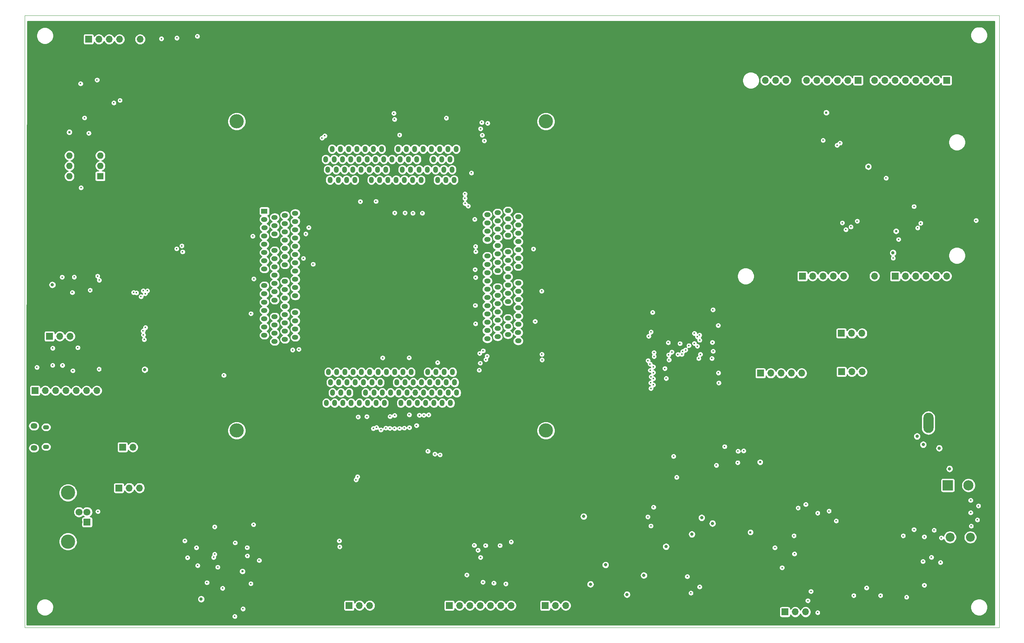
<source format=gbr>
G04 #@! TF.GenerationSoftware,KiCad,Pcbnew,5.1.6-c6e7f7d~87~ubuntu18.04.1*
G04 #@! TF.CreationDate,2020-08-14T22:16:59+05:30*
G04 #@! TF.ProjectId,Aardonyx,41617264-6f6e-4797-982e-6b696361645f,v1.0*
G04 #@! TF.SameCoordinates,Original*
G04 #@! TF.FileFunction,Copper,L2,Inr*
G04 #@! TF.FilePolarity,Positive*
%FSLAX46Y46*%
G04 Gerber Fmt 4.6, Leading zero omitted, Abs format (unit mm)*
G04 Created by KiCad (PCBNEW 5.1.6-c6e7f7d~87~ubuntu18.04.1) date 2020-08-14 22:16:59*
%MOMM*%
%LPD*%
G01*
G04 APERTURE LIST*
G04 #@! TA.AperFunction,Profile*
%ADD10C,0.100000*%
G04 #@! TD*
G04 #@! TA.AperFunction,ViaPad*
%ADD11C,2.500000*%
G04 #@! TD*
G04 #@! TA.AperFunction,ViaPad*
%ADD12R,2.500000X2.500000*%
G04 #@! TD*
G04 #@! TA.AperFunction,ViaPad*
%ADD13O,1.219200X1.574800*%
G04 #@! TD*
G04 #@! TA.AperFunction,ViaPad*
%ADD14O,1.291200X1.574800*%
G04 #@! TD*
G04 #@! TA.AperFunction,ViaPad*
%ADD15O,1.219100X1.574800*%
G04 #@! TD*
G04 #@! TA.AperFunction,ViaPad*
%ADD16O,1.574800X1.219200*%
G04 #@! TD*
G04 #@! TA.AperFunction,ViaPad*
%ADD17R,1.574800X1.219200*%
G04 #@! TD*
G04 #@! TA.AperFunction,ViaPad*
%ADD18C,3.500000*%
G04 #@! TD*
G04 #@! TA.AperFunction,ViaPad*
%ADD19C,2.200000*%
G04 #@! TD*
G04 #@! TA.AperFunction,ViaPad*
%ADD20O,1.700000X1.700000*%
G04 #@! TD*
G04 #@! TA.AperFunction,ViaPad*
%ADD21R,1.700000X1.700000*%
G04 #@! TD*
G04 #@! TA.AperFunction,ViaPad*
%ADD22O,4.500000X2.250000*%
G04 #@! TD*
G04 #@! TA.AperFunction,ViaPad*
%ADD23O,2.250000X4.500000*%
G04 #@! TD*
G04 #@! TA.AperFunction,ViaPad*
%ADD24O,2.500000X5.000000*%
G04 #@! TD*
G04 #@! TA.AperFunction,ViaPad*
%ADD25C,0.500000*%
G04 #@! TD*
G04 #@! TA.AperFunction,ViaPad*
%ADD26O,1.600000X1.600000*%
G04 #@! TD*
G04 #@! TA.AperFunction,ViaPad*
%ADD27R,1.600000X1.600000*%
G04 #@! TD*
G04 #@! TA.AperFunction,ViaPad*
%ADD28O,1.700000X1.350000*%
G04 #@! TD*
G04 #@! TA.AperFunction,ViaPad*
%ADD29O,1.500000X1.100000*%
G04 #@! TD*
G04 #@! TA.AperFunction,ViaPad*
%ADD30C,1.700000*%
G04 #@! TD*
G04 #@! TA.AperFunction,ViaPad*
%ADD31C,0.406400*%
G04 #@! TD*
G04 #@! TA.AperFunction,ViaPad*
%ADD32C,0.609600*%
G04 #@! TD*
G04 #@! TA.AperFunction,ViaPad*
%ADD33C,0.800000*%
G04 #@! TD*
G04 #@! TA.AperFunction,ViaPad*
%ADD34C,0.812800*%
G04 #@! TD*
G04 #@! TA.AperFunction,ViaPad*
%ADD35C,0.599999*%
G04 #@! TD*
G04 #@! TA.AperFunction,Conductor*
%ADD36C,0.254000*%
G04 #@! TD*
G04 APERTURE END LIST*
D10*
X43561000Y-162560000D02*
X43561000Y-11684000D01*
X283824680Y-162562540D02*
X43561000Y-162557460D01*
X283824680Y-11684000D02*
X283824680Y-162560000D01*
X43561000Y-11684000D02*
X283824680Y-11684000D01*
D11*
X276199600Y-127508000D03*
D12*
X271119600Y-127508000D03*
D13*
X142924200Y-99595600D03*
X147004200Y-99595600D03*
X149044200Y-99595600D03*
X123544200Y-104675600D03*
X125584200Y-104675600D03*
X144964200Y-99595600D03*
X138844200Y-99595600D03*
X127624200Y-104675600D03*
X140884200Y-99595600D03*
X145984200Y-104675600D03*
X143944200Y-104675600D03*
X135784200Y-104675600D03*
X129664200Y-104675600D03*
X136804200Y-99595600D03*
X132724200Y-99595600D03*
X130684200Y-99595600D03*
X137824200Y-104675600D03*
X134764200Y-99595600D03*
X150064200Y-104675600D03*
X141904200Y-104675600D03*
X128644200Y-99595600D03*
X131704200Y-104675600D03*
X122524200Y-99595600D03*
X121504200Y-104675600D03*
X120484200Y-99595600D03*
X148024200Y-104675600D03*
X133744200Y-104675600D03*
D14*
X139864200Y-104675600D03*
D13*
X124564200Y-99595600D03*
X118444200Y-99595600D03*
X126604200Y-99595600D03*
X148534200Y-107215600D03*
X134254200Y-107215600D03*
X128134200Y-107215600D03*
X144454200Y-107215600D03*
X138334200Y-107215600D03*
X146494200Y-107215600D03*
X132214200Y-107215600D03*
X142414200Y-107215600D03*
X136294200Y-107215600D03*
X130174200Y-107215600D03*
X140374200Y-107215600D03*
X139354200Y-102135600D03*
X119974200Y-107215600D03*
X149554200Y-102135600D03*
D15*
X124054200Y-107215600D03*
D13*
X122014200Y-107215600D03*
X137314200Y-102135600D03*
X123034200Y-102135600D03*
X145474200Y-102135600D03*
X147514200Y-102135600D03*
X119464200Y-104675600D03*
X120994200Y-102135600D03*
X118954200Y-102135600D03*
X127114200Y-102135600D03*
X125074200Y-102135600D03*
X131194200Y-102135600D03*
X126094200Y-107215600D03*
X143434200Y-102135600D03*
X135274200Y-102135600D03*
X141394200Y-102135600D03*
X133234200Y-102135600D03*
X117934200Y-107215600D03*
X129154200Y-102135600D03*
D16*
X105179200Y-81850600D03*
X105179200Y-79810600D03*
X105179200Y-85930600D03*
X105179200Y-87970600D03*
X105179200Y-69610600D03*
X105179200Y-67570600D03*
X105179200Y-71650600D03*
X105179200Y-65530600D03*
X105179200Y-77770600D03*
X105179200Y-73690600D03*
X105179200Y-92050600D03*
X105179200Y-90010600D03*
X105179200Y-75730600D03*
X105179200Y-83890600D03*
X105179200Y-63490600D03*
X105179200Y-61450600D03*
X107719200Y-69100600D03*
X107719200Y-85420600D03*
X107719200Y-65020600D03*
X107719200Y-89500600D03*
X107719200Y-87460600D03*
X107719200Y-73180600D03*
X107719200Y-81340600D03*
X107719200Y-75220600D03*
X107719200Y-71140600D03*
X107719200Y-67060600D03*
X107719200Y-91540600D03*
X107719200Y-77260600D03*
X107719200Y-79300600D03*
X107719200Y-60940600D03*
X107719200Y-83380600D03*
X107719200Y-62980600D03*
D17*
X102639200Y-59920600D03*
D16*
X102639200Y-61960600D03*
X102675200Y-64000600D03*
X102639200Y-66040600D03*
X102639200Y-68080600D03*
X102639200Y-70120600D03*
X102639200Y-72160600D03*
X102639200Y-74200600D03*
X102639200Y-76240600D03*
X102639200Y-78280600D03*
X102639200Y-80320600D03*
X102639200Y-82360600D03*
X102639200Y-84400600D03*
X102639200Y-86440600D03*
X102639200Y-88480600D03*
X102639200Y-90520600D03*
X110259200Y-66550600D03*
X110259200Y-68590600D03*
X110259200Y-60430600D03*
X110259200Y-62470600D03*
X110259200Y-70630600D03*
X110259200Y-64510600D03*
X110259200Y-76750600D03*
X110259200Y-72670600D03*
X110259200Y-74710600D03*
X110259200Y-78790600D03*
X110259200Y-80830600D03*
X110259200Y-82870600D03*
X110259200Y-84910600D03*
X110259200Y-86950600D03*
X110259200Y-88990600D03*
X110259200Y-91030600D03*
X165229200Y-81720600D03*
X165229200Y-69480600D03*
X165229200Y-75600600D03*
X165229200Y-73560600D03*
X165229200Y-63360600D03*
X162689200Y-76110600D03*
X165229200Y-85800600D03*
X157609200Y-83250600D03*
X165229200Y-65400600D03*
X162689200Y-61830600D03*
X165229200Y-67440600D03*
X165229200Y-79680600D03*
X157609200Y-89370600D03*
X157609200Y-85290600D03*
X157609200Y-91410600D03*
X162689200Y-69990600D03*
X165229200Y-77640600D03*
X165193200Y-89880600D03*
X160149200Y-60300600D03*
X165229200Y-71520600D03*
X160149200Y-70500600D03*
X165229200Y-61320600D03*
X162689200Y-90390600D03*
X165229200Y-87840600D03*
X160149200Y-64380600D03*
X160149200Y-88860600D03*
X160149200Y-72540600D03*
X160149200Y-82740600D03*
X160149200Y-62340600D03*
X160149200Y-90900600D03*
X157609200Y-64890600D03*
X160149200Y-86820600D03*
X160149200Y-78660600D03*
X165229200Y-83760600D03*
X160149200Y-84780600D03*
X162689200Y-78150600D03*
X162689200Y-65910600D03*
X157609200Y-81210600D03*
X160149200Y-66420600D03*
X157609200Y-60810600D03*
X160149200Y-74580600D03*
X157609200Y-68970600D03*
X162689200Y-59790600D03*
X160149200Y-68460600D03*
X157609200Y-87330600D03*
X160149200Y-76620600D03*
X165229200Y-91920600D03*
X157609200Y-62850600D03*
X157609200Y-66930600D03*
X162689200Y-67950600D03*
X162689200Y-88350600D03*
X162689200Y-84270600D03*
X157609200Y-73050600D03*
X162689200Y-74070600D03*
X162689200Y-80190600D03*
X157609200Y-77130600D03*
X157609200Y-79170600D03*
X162689200Y-72030600D03*
X157609200Y-75090600D03*
X157609200Y-71010600D03*
X160149200Y-80700600D03*
X162689200Y-86310600D03*
X162689200Y-82230600D03*
X162689200Y-63870600D03*
D13*
X139734200Y-44625600D03*
X127494200Y-44625600D03*
X133614200Y-44625600D03*
X131574200Y-44625600D03*
X121374200Y-44625600D03*
X134124200Y-47165600D03*
X143814200Y-44625600D03*
X141264200Y-52245600D03*
X123414200Y-44625600D03*
X119844200Y-47165600D03*
X125454200Y-44625600D03*
X137694200Y-44625600D03*
X147384200Y-52245600D03*
X143304200Y-52245600D03*
X149424200Y-52245600D03*
X128004200Y-47165600D03*
X135654200Y-44625600D03*
X147894200Y-44625600D03*
X118314200Y-49705600D03*
X129534200Y-44625600D03*
X128514200Y-49705600D03*
X119334200Y-44625600D03*
X148404200Y-47165600D03*
X145854200Y-44625600D03*
X122394200Y-49705600D03*
X146874200Y-49705600D03*
X130554200Y-49705600D03*
X140754200Y-49705600D03*
X120354200Y-49705600D03*
X148914200Y-49705600D03*
X122904200Y-52245600D03*
X144834200Y-49705600D03*
X136674200Y-49705600D03*
X141774200Y-44625600D03*
X142794200Y-49705600D03*
X136164200Y-47165600D03*
X123924200Y-47165600D03*
X139224200Y-52245600D03*
X124434200Y-49705600D03*
X118824200Y-52245600D03*
X132594200Y-49705600D03*
X126984200Y-52245600D03*
X117804200Y-47165600D03*
X126474200Y-49705600D03*
X145344200Y-52245600D03*
X134634200Y-49705600D03*
X149934200Y-44625600D03*
X120864200Y-52245600D03*
X124944200Y-52245600D03*
X125964200Y-47165600D03*
X146364200Y-47165600D03*
X142284200Y-47165600D03*
X131064200Y-52245600D03*
X132084200Y-47165600D03*
X138204200Y-47165600D03*
X135144200Y-52245600D03*
X137184200Y-52245600D03*
X130044200Y-47165600D03*
X133104200Y-52245600D03*
X129024200Y-52245600D03*
X138714200Y-49705600D03*
X144324200Y-47165600D03*
X140244200Y-47165600D03*
X121884200Y-47165600D03*
D18*
X172034200Y-37820600D03*
X172034200Y-114020600D03*
X95834200Y-114020600D03*
X95834200Y-37820600D03*
D19*
X276653000Y-140309600D03*
X271653000Y-140309600D03*
D20*
X131165600Y-157149800D03*
X128625600Y-157149800D03*
X126085600Y-157149800D03*
D21*
X123545600Y-157149800D03*
D22*
X269332000Y-107421000D03*
D23*
X272332000Y-112121000D03*
D24*
X266332000Y-112121000D03*
D25*
X217569200Y-137430800D03*
X218869200Y-137430800D03*
X217569200Y-138430800D03*
X218869200Y-138430800D03*
X217569200Y-139430800D03*
X218869200Y-139430800D03*
X218189000Y-152058200D03*
X219489000Y-152058200D03*
X218189000Y-153058200D03*
X219489000Y-153058200D03*
X218189000Y-154058200D03*
X219489000Y-154058200D03*
X248923800Y-147126200D03*
X247623800Y-147126200D03*
X248923800Y-146126200D03*
X247623800Y-146126200D03*
X248923800Y-145126200D03*
X247623800Y-145126200D03*
D26*
X54589800Y-51317800D03*
X62209800Y-46237800D03*
X54589800Y-48777800D03*
X62209800Y-48777800D03*
X54589800Y-46237800D03*
D27*
X62209800Y-51317800D03*
D20*
X249986800Y-99517200D03*
X247446800Y-99517200D03*
D21*
X244906800Y-99517200D03*
D20*
X71882000Y-128168400D03*
X69342000Y-128168400D03*
D21*
X66802000Y-128168400D03*
D28*
X45849600Y-118325800D03*
X45849600Y-112865800D03*
D29*
X48849600Y-118015800D03*
X48849600Y-113175800D03*
D20*
X253034000Y-27684000D03*
X255574000Y-27684000D03*
X258114000Y-27684000D03*
X260654000Y-27684000D03*
X263194000Y-27684000D03*
X265734000Y-27684000D03*
X268274000Y-27684000D03*
D21*
X270814000Y-27684000D03*
D20*
X226110000Y-27684000D03*
X228650000Y-27684000D03*
X231190000Y-27684000D03*
X233730000Y-27684000D03*
X236270000Y-27684000D03*
X238810000Y-27684000D03*
X241350000Y-27684000D03*
X243890000Y-27684000D03*
X246430000Y-27684000D03*
D21*
X248970000Y-27684000D03*
D20*
X270812600Y-75947200D03*
X268272600Y-75947200D03*
X265732600Y-75947200D03*
X263192600Y-75947200D03*
X260652600Y-75947200D03*
D21*
X258112600Y-75947200D03*
D20*
X253032600Y-75947200D03*
X250492600Y-75947200D03*
X247952600Y-75947200D03*
X245412600Y-75947200D03*
X242872600Y-75947200D03*
X240332600Y-75947200D03*
X237792600Y-75947200D03*
D21*
X235252600Y-75947200D03*
D20*
X249961400Y-90043000D03*
X247421400Y-90043000D03*
D21*
X244881400Y-90043000D03*
D20*
X166014400Y-157149800D03*
X163474400Y-157149800D03*
X160934400Y-157149800D03*
X158394400Y-157149800D03*
X155854400Y-157149800D03*
X153314400Y-157149800D03*
X150774400Y-157149800D03*
D21*
X148234400Y-157149800D03*
D20*
X176936400Y-157149800D03*
X174396400Y-157149800D03*
D21*
X171856400Y-157149800D03*
D20*
X236042200Y-158724600D03*
X233502200Y-158724600D03*
D21*
X230962200Y-158724600D03*
D20*
X57302400Y-90773600D03*
X54762400Y-90773600D03*
X52222400Y-90773600D03*
D21*
X49682400Y-90773600D03*
D20*
X72796400Y-118110000D03*
X70256400Y-118110000D03*
D21*
X67716400Y-118110000D03*
D20*
X63909600Y-104160800D03*
X61369600Y-104160800D03*
X58829600Y-104160800D03*
X56289600Y-104160800D03*
X53749600Y-104160800D03*
X51209600Y-104160800D03*
X48669600Y-104160800D03*
D21*
X46129600Y-104160800D03*
D20*
X72034400Y-17551400D03*
X69494400Y-17551400D03*
X66954400Y-17551400D03*
X64414400Y-17551400D03*
X61874400Y-17551400D03*
D21*
X59334400Y-17551400D03*
D20*
X237617000Y-99872800D03*
X235077000Y-99872800D03*
X232537000Y-99872800D03*
X229997000Y-99872800D03*
X227457000Y-99872800D03*
D21*
X224917000Y-99872800D03*
D18*
X54253800Y-129331800D03*
X54253800Y-141371800D03*
D30*
X56963800Y-136601800D03*
X56963800Y-134101800D03*
X58963800Y-134101800D03*
D21*
X58963800Y-136601800D03*
D31*
X93726000Y-145643600D03*
X249199400Y-141909800D03*
D32*
X91160600Y-142773400D03*
X55143400Y-25298400D03*
D33*
X55168800Y-144703800D03*
D34*
X267589000Y-106045000D03*
X269494000Y-104521000D03*
X270764000Y-106172000D03*
X272669000Y-104648000D03*
X274320000Y-106426000D03*
X276225000Y-105156000D03*
D31*
X240284000Y-147066000D03*
X236728000Y-145542000D03*
X245999000Y-160147000D03*
X248412000Y-158623000D03*
X252476000Y-158750000D03*
X250952000Y-160147000D03*
X254762000Y-160274000D03*
X260477000Y-159131000D03*
X264795000Y-160782000D03*
X266827000Y-158877000D03*
X101320600Y-144904600D03*
X240792000Y-126238000D03*
X250571000Y-127381000D03*
X259207000Y-126238000D03*
X242697000Y-140716000D03*
X244348000Y-139573000D03*
X246380000Y-141097000D03*
X247777000Y-139954000D03*
X212039200Y-129946400D03*
X214249000Y-131572000D03*
X209804000Y-131699000D03*
X214757000Y-144780000D03*
X207899000Y-145923000D03*
X209296000Y-145034000D03*
X210820000Y-146050000D03*
X223520000Y-146685000D03*
X225425000Y-145288000D03*
X223266000Y-144018000D03*
X215519000Y-158242000D03*
X217297000Y-156464000D03*
X220091000Y-157988000D03*
X224028000Y-156718000D03*
X221589600Y-133045200D03*
X224688400Y-130759200D03*
X249555000Y-149860000D03*
X250444000Y-148971000D03*
X251968000Y-149606000D03*
D33*
X62661800Y-130733800D03*
D31*
X82042000Y-146685000D03*
X87031000Y-148503200D03*
X91774000Y-145919200D03*
X86207600Y-154787600D03*
X89509600Y-153136600D03*
X97447100Y-154216100D03*
X91922600Y-149326600D03*
X97586800Y-142062200D03*
X96113600Y-143230600D03*
X97302600Y-144133324D03*
X93878400Y-137998200D03*
X110439200Y-150723600D03*
X100431600Y-150190200D03*
X62941200Y-34518600D03*
X56017400Y-78120000D03*
X79798200Y-16164400D03*
X83862200Y-16342200D03*
X254531200Y-50750400D03*
X255826600Y-54255600D03*
X265173800Y-58794000D03*
X262938600Y-70994200D03*
X241170801Y-40590399D03*
X240078600Y-34900799D03*
X215569800Y-99720400D03*
X215519000Y-90932000D03*
X106146600Y-137693400D03*
X58902600Y-52654200D03*
X58978800Y-48996600D03*
X49699600Y-99198200D03*
X52897600Y-99327600D03*
X58234000Y-98918800D03*
X208254600Y-126517400D03*
X208610200Y-120446800D03*
X215107800Y-117886200D03*
X55168800Y-38811200D03*
X58115200Y-31445200D03*
X61163200Y-31089600D03*
X101346000Y-146989800D03*
X235102400Y-126974600D03*
X218338400Y-129997200D03*
X57378600Y-66522600D03*
X252755400Y-129413000D03*
D32*
X64262000Y-138430000D03*
D31*
X81178400Y-142113000D03*
X88036400Y-137744200D03*
X64490000Y-78220000D03*
X89207400Y-16364800D03*
X50370000Y-116930000D03*
X136950000Y-37870000D03*
X172580000Y-68780000D03*
X171780000Y-88040000D03*
X173700000Y-79710000D03*
X156870000Y-50660000D03*
X152708000Y-88432800D03*
X142200000Y-61370000D03*
X98800000Y-68000000D03*
X116410000Y-73920000D03*
X97270000Y-76510000D03*
X96400000Y-85240000D03*
X125730000Y-113670000D03*
X155150000Y-146950000D03*
X198450000Y-141560000D03*
X193900000Y-141400000D03*
X189390000Y-132820000D03*
X216630000Y-103220000D03*
X213620000Y-98740000D03*
X195310000Y-88680000D03*
X216490000Y-84240000D03*
X194820000Y-97600000D03*
X198460000Y-104370000D03*
X92830000Y-155560000D03*
X206060000Y-122440000D03*
X132791200Y-94488000D03*
X139180000Y-94630000D03*
X135382000Y-62128400D03*
X127120000Y-59112800D03*
X129100000Y-58996000D03*
X136753600Y-62128400D03*
X139242800Y-61417200D03*
X153670000Y-67157600D03*
X153619200Y-71526400D03*
X153670000Y-72999600D03*
X153743400Y-76482200D03*
X153673400Y-83054600D03*
X153464600Y-61874400D03*
X54610000Y-78384400D03*
X59080400Y-77673200D03*
X47258800Y-100213600D03*
X55486000Y-97751600D03*
X110439200Y-146253200D03*
X64566800Y-148640800D03*
X250037600Y-80518000D03*
X64617600Y-79197200D03*
X47244000Y-82092800D03*
X61722000Y-80670400D03*
X63288820Y-66522600D03*
X99720400Y-152806400D03*
X96367600Y-158292794D03*
X162204404Y-138125200D03*
X99220469Y-83483442D03*
D34*
X53997200Y-112982400D03*
D31*
X130900000Y-143890000D03*
X127000000Y-144200000D03*
X46370000Y-108650000D03*
X100680000Y-71543020D03*
X100620000Y-70527000D03*
X66675000Y-76708006D03*
X66801999Y-78739999D03*
X60706000Y-76327000D03*
X278070000Y-62220000D03*
X67056000Y-32613600D03*
X257632200Y-71501000D03*
X86131400Y-16814800D03*
X276860000Y-137541000D03*
X278384000Y-136017000D03*
X276733000Y-134239000D03*
X278638000Y-132588000D03*
X276733000Y-131191000D03*
X83020000Y-141190000D03*
X111150000Y-93990000D03*
X162153600Y-151790400D03*
X154381200Y-142290800D03*
X155295600Y-143510000D03*
X163480000Y-141450000D03*
X73812400Y-79552800D03*
X72237600Y-80975200D03*
X72796400Y-79552798D03*
X264414000Y-62890400D03*
X125620000Y-125400000D03*
X125250000Y-126150000D03*
D32*
X222453200Y-139090400D03*
X222453200Y-139090400D03*
D31*
X219302000Y-121931000D03*
X72820000Y-90430000D03*
X247220000Y-63790000D03*
X214060000Y-122570000D03*
X92659200Y-100380800D03*
X70408800Y-79959200D03*
X73040000Y-91570000D03*
X245980000Y-64480000D03*
X245100000Y-62810000D03*
X72751188Y-89442723D03*
X73335079Y-88618832D03*
X248767600Y-62382400D03*
X210104431Y-95226681D03*
X145948400Y-119989600D03*
X209706011Y-96217990D03*
X144678400Y-119786400D03*
X212953600Y-96215200D03*
X142951200Y-119075200D03*
X202387200Y-96596200D03*
X140157200Y-112775969D03*
X198704200Y-95758000D03*
X138400000Y-113283979D03*
X137120000Y-113390000D03*
X202285600Y-95351600D03*
X135950000Y-113470000D03*
X198678800Y-94767400D03*
X134740000Y-113480000D03*
X203085700Y-94653100D03*
X133570000Y-113450000D03*
X204571600Y-95250000D03*
X132574218Y-113385782D03*
X205740000Y-94538800D03*
X129510000Y-113480000D03*
X213258400Y-94437188D03*
X131380000Y-113840000D03*
X209372200Y-93217990D03*
X130290000Y-113240000D03*
X207271700Y-93059082D03*
X209905600Y-90474800D03*
X157657800Y-38277800D03*
X147490000Y-36970000D03*
X208649407Y-90054593D03*
X152130000Y-58030000D03*
X205536800Y-95199200D03*
X152870000Y-58670000D03*
X197205600Y-96774000D03*
X152080000Y-55660000D03*
X205079600Y-92557600D03*
X152070000Y-56770000D03*
X206460915Y-94141581D03*
X208619997Y-92523818D03*
X156850000Y-42597372D03*
X156350000Y-41190000D03*
X213080600Y-92278200D03*
X155920000Y-39610000D03*
X209931000Y-91719400D03*
X209401218Y-90877582D03*
X156235969Y-38061990D03*
X134560000Y-35820000D03*
X202184000Y-92329000D03*
X197383400Y-90754200D03*
X134721600Y-37287200D03*
X171096200Y-96590600D03*
X197916800Y-103632000D03*
X171056200Y-95190600D03*
X198524313Y-102734419D03*
X155600400Y-99110800D03*
X197891693Y-102234010D03*
X155854400Y-97383600D03*
X198522643Y-101217990D03*
X157226000Y-96520000D03*
X197955530Y-100734010D03*
X157530800Y-95656400D03*
X198526352Y-99717990D03*
X155702000Y-94996000D03*
X197764400Y-99161600D03*
X156565600Y-94335600D03*
X198526400Y-98298000D03*
X81026002Y-69189600D03*
X82296000Y-68478400D03*
X82499200Y-69951600D03*
X244530000Y-43120000D03*
X113580000Y-63950000D03*
X243800000Y-43690000D03*
X112850000Y-65520000D03*
X117537716Y-41357716D03*
X116860000Y-41910000D03*
X83710000Y-145330000D03*
X155930600Y-145288000D03*
D35*
X97247116Y-148717000D03*
D31*
X86193200Y-147283600D03*
X90144600Y-145262600D03*
X97383600Y-157962600D03*
X91160600Y-147675600D03*
X95440500Y-141668500D03*
X90398600Y-137744200D03*
X220776799Y-118999000D03*
D32*
X224840800Y-121793000D03*
D31*
X52806602Y-76200000D03*
X56667400Y-93573600D03*
X255877400Y-51766400D03*
X262786200Y-58776800D03*
X258971400Y-66900000D03*
X59368600Y-40725000D03*
X214553800Y-99796600D03*
X55440000Y-99249000D03*
X61891600Y-98868000D03*
X204266802Y-125526802D03*
X203504800Y-120345200D03*
X216077800Y-117957600D03*
X219405200Y-119075189D03*
X50469800Y-93700600D03*
X240358000Y-42470000D03*
X99974400Y-137185400D03*
X159207200Y-151587200D03*
X160705800Y-142341600D03*
X57353200Y-28498800D03*
X65532000Y-33223200D03*
X61417200Y-27584400D03*
X85902800Y-142875000D03*
X92354400Y-152882600D03*
X100040000Y-76630000D03*
X99330000Y-85190000D03*
X125740000Y-110660000D03*
X127910000Y-110580000D03*
X169370000Y-87100000D03*
X170990000Y-79620000D03*
X168960000Y-69240000D03*
X153670000Y-50500000D03*
X135970000Y-41130000D03*
X99800000Y-66080000D03*
X213220000Y-84250000D03*
X198350000Y-84880000D03*
X214500000Y-88080000D03*
X201350000Y-98710000D03*
X197720000Y-97630000D03*
X201680000Y-101150000D03*
X214640000Y-102280000D03*
X59690000Y-79400400D03*
X55321200Y-79959200D03*
X46594800Y-98410800D03*
X50456800Y-97904000D03*
X52874600Y-97934200D03*
X121208801Y-142646400D03*
X121110200Y-141176200D03*
X95351600Y-159816800D03*
X152552400Y-149606004D03*
X157175200Y-142341600D03*
X156514800Y-151384000D03*
X197950000Y-89690000D03*
D34*
X196189600Y-149707600D03*
X183032400Y-151892000D03*
X186740800Y-147116800D03*
X192024000Y-154432000D03*
D32*
X54584600Y-40462200D03*
D31*
X228473000Y-142875000D03*
X230251000Y-147828000D03*
X233299000Y-144399000D03*
X233172000Y-139954000D03*
D34*
X201650600Y-142621000D03*
X50393600Y-78079600D03*
X73177400Y-98983800D03*
X181356000Y-135178800D03*
D31*
X197154800Y-135280400D03*
X198577200Y-132892800D03*
X197916800Y-137515600D03*
X112260000Y-71560000D03*
X131810000Y-96100000D03*
X130149600Y-57505600D03*
X126288800Y-57556400D03*
X134772400Y-60350400D03*
X137312400Y-60350400D03*
X139242800Y-60401200D03*
X141579600Y-60401200D03*
X154686000Y-68630800D03*
X154736800Y-69900800D03*
X154584400Y-74320400D03*
X154713400Y-76278200D03*
X154635200Y-83159600D03*
X154482800Y-61925200D03*
X154686000Y-87680800D03*
X138328400Y-96062800D03*
X114655600Y-72999600D03*
X57457200Y-54150400D03*
X109620000Y-94130000D03*
X73304400Y-80264000D03*
X71120000Y-80060800D03*
X88493600Y-151485600D03*
X90398600Y-144500600D03*
X98399600Y-142849600D03*
X99314000Y-151739600D03*
X247904000Y-154686000D03*
X251079000Y-152781000D03*
X254508000Y-154686000D03*
X260934200Y-155067000D03*
X265303000Y-152146000D03*
X236093000Y-132207000D03*
X234188000Y-133096000D03*
X239014000Y-134366000D03*
X241808000Y-133858000D03*
X243586000Y-136271000D03*
D32*
X258362780Y-64870000D03*
D34*
X257585280Y-70206800D03*
X251510000Y-48946600D03*
X87070000Y-155550800D03*
D31*
X263652000Y-64058800D03*
X61620400Y-133959600D03*
X207772000Y-154051000D03*
X209931000Y-152527000D03*
X206883000Y-149987000D03*
X77264400Y-17422000D03*
X81076800Y-17246600D03*
X236601000Y-155956000D03*
X237363000Y-153670000D03*
X239014000Y-158877000D03*
D32*
X241152600Y-35643000D03*
D31*
X58318400Y-36931600D03*
X133620000Y-110520000D03*
X134760000Y-110270000D03*
X260096000Y-139954000D03*
X262763000Y-138430000D03*
X265303000Y-140208000D03*
X267716000Y-138557000D03*
X269494000Y-140462000D03*
D34*
X210439000Y-135509000D03*
X208026000Y-139573000D03*
X213106000Y-136906000D03*
D31*
X269290800Y-146507200D03*
X267055600Y-145237200D03*
X264972800Y-146253200D03*
X98450000Y-144890000D03*
X61943210Y-76936790D03*
X61539998Y-75946000D03*
D34*
X263525000Y-115443000D03*
X265049000Y-117475000D03*
X268986000Y-118364000D03*
X271526000Y-123444000D03*
D31*
X55783000Y-76170000D03*
X145338800Y-97231200D03*
X138360000Y-110110000D03*
X140840000Y-110230000D03*
X141960000Y-110230000D03*
X143130000Y-110130000D03*
X101380000Y-146010000D03*
D36*
G36*
X282618182Y-13167359D02*
G01*
X282620718Y-161930080D01*
X44119000Y-161930080D01*
X44119000Y-159746753D01*
X94640400Y-159746753D01*
X94640400Y-159886847D01*
X94667731Y-160024249D01*
X94721343Y-160153679D01*
X94799175Y-160270163D01*
X94898237Y-160369225D01*
X95014721Y-160447057D01*
X95144151Y-160500669D01*
X95281553Y-160528000D01*
X95421647Y-160528000D01*
X95559049Y-160500669D01*
X95688479Y-160447057D01*
X95804963Y-160369225D01*
X95904025Y-160270163D01*
X95981857Y-160153679D01*
X96035469Y-160024249D01*
X96062800Y-159886847D01*
X96062800Y-159746753D01*
X96035469Y-159609351D01*
X95981857Y-159479921D01*
X95904025Y-159363437D01*
X95804963Y-159264375D01*
X95688479Y-159186543D01*
X95559049Y-159132931D01*
X95421647Y-159105600D01*
X95281553Y-159105600D01*
X95144151Y-159132931D01*
X95014721Y-159186543D01*
X94898237Y-159264375D01*
X94799175Y-159363437D01*
X94721343Y-159479921D01*
X94667731Y-159609351D01*
X94640400Y-159746753D01*
X44119000Y-159746753D01*
X44119000Y-157352380D01*
X46453000Y-157352380D01*
X46453000Y-157767620D01*
X46534009Y-158174881D01*
X46692914Y-158558513D01*
X46923609Y-158903772D01*
X47217228Y-159197391D01*
X47562487Y-159428086D01*
X47946119Y-159586991D01*
X48353380Y-159668000D01*
X48768620Y-159668000D01*
X49175881Y-159586991D01*
X49559513Y-159428086D01*
X49904772Y-159197391D01*
X50198391Y-158903772D01*
X50429086Y-158558513D01*
X50587991Y-158174881D01*
X50644149Y-157892553D01*
X96672400Y-157892553D01*
X96672400Y-158032647D01*
X96699731Y-158170049D01*
X96753343Y-158299479D01*
X96831175Y-158415963D01*
X96930237Y-158515025D01*
X97046721Y-158592857D01*
X97176151Y-158646469D01*
X97313553Y-158673800D01*
X97453647Y-158673800D01*
X97591049Y-158646469D01*
X97720479Y-158592857D01*
X97836963Y-158515025D01*
X97936025Y-158415963D01*
X98013857Y-158299479D01*
X98067469Y-158170049D01*
X98094800Y-158032647D01*
X98094800Y-157892553D01*
X98067469Y-157755151D01*
X98013857Y-157625721D01*
X97936025Y-157509237D01*
X97836963Y-157410175D01*
X97720479Y-157332343D01*
X97591049Y-157278731D01*
X97453647Y-157251400D01*
X97313553Y-157251400D01*
X97176151Y-157278731D01*
X97046721Y-157332343D01*
X96930237Y-157410175D01*
X96831175Y-157509237D01*
X96753343Y-157625721D01*
X96699731Y-157755151D01*
X96672400Y-157892553D01*
X50644149Y-157892553D01*
X50669000Y-157767620D01*
X50669000Y-157352380D01*
X50587991Y-156945119D01*
X50429086Y-156561487D01*
X50198391Y-156216228D01*
X49904772Y-155922609D01*
X49559513Y-155691914D01*
X49175881Y-155533009D01*
X48812555Y-155460739D01*
X86155600Y-155460739D01*
X86155600Y-155640861D01*
X86190740Y-155817521D01*
X86259670Y-155983931D01*
X86359739Y-156133696D01*
X86487104Y-156261061D01*
X86636869Y-156361130D01*
X86803279Y-156430060D01*
X86979939Y-156465200D01*
X87160061Y-156465200D01*
X87336721Y-156430060D01*
X87503131Y-156361130D01*
X87594918Y-156299800D01*
X122185143Y-156299800D01*
X122185143Y-157999800D01*
X122194951Y-158099385D01*
X122223999Y-158195143D01*
X122271171Y-158283395D01*
X122334652Y-158360748D01*
X122412005Y-158424229D01*
X122500257Y-158471401D01*
X122596015Y-158500449D01*
X122695600Y-158510257D01*
X124395600Y-158510257D01*
X124495185Y-158500449D01*
X124590943Y-158471401D01*
X124679195Y-158424229D01*
X124756548Y-158360748D01*
X124820029Y-158283395D01*
X124867201Y-158195143D01*
X124896249Y-158099385D01*
X124906057Y-157999800D01*
X124906057Y-157828825D01*
X125030772Y-158015475D01*
X125219925Y-158204628D01*
X125442346Y-158353244D01*
X125689486Y-158455613D01*
X125951849Y-158507800D01*
X126219351Y-158507800D01*
X126481714Y-158455613D01*
X126728854Y-158353244D01*
X126951275Y-158204628D01*
X127140428Y-158015475D01*
X127289044Y-157793054D01*
X127355600Y-157632374D01*
X127422156Y-157793054D01*
X127570772Y-158015475D01*
X127759925Y-158204628D01*
X127982346Y-158353244D01*
X128229486Y-158455613D01*
X128491849Y-158507800D01*
X128759351Y-158507800D01*
X129021714Y-158455613D01*
X129268854Y-158353244D01*
X129491275Y-158204628D01*
X129680428Y-158015475D01*
X129829044Y-157793054D01*
X129931413Y-157545914D01*
X129983600Y-157283551D01*
X129983600Y-157016049D01*
X129931413Y-156753686D01*
X129829044Y-156506546D01*
X129690902Y-156299800D01*
X146873943Y-156299800D01*
X146873943Y-157999800D01*
X146883751Y-158099385D01*
X146912799Y-158195143D01*
X146959971Y-158283395D01*
X147023452Y-158360748D01*
X147100805Y-158424229D01*
X147189057Y-158471401D01*
X147284815Y-158500449D01*
X147384400Y-158510257D01*
X149084400Y-158510257D01*
X149183985Y-158500449D01*
X149279743Y-158471401D01*
X149367995Y-158424229D01*
X149445348Y-158360748D01*
X149508829Y-158283395D01*
X149556001Y-158195143D01*
X149585049Y-158099385D01*
X149594857Y-157999800D01*
X149594857Y-157828825D01*
X149719572Y-158015475D01*
X149908725Y-158204628D01*
X150131146Y-158353244D01*
X150378286Y-158455613D01*
X150640649Y-158507800D01*
X150908151Y-158507800D01*
X151170514Y-158455613D01*
X151417654Y-158353244D01*
X151640075Y-158204628D01*
X151829228Y-158015475D01*
X151977844Y-157793054D01*
X152044400Y-157632374D01*
X152110956Y-157793054D01*
X152259572Y-158015475D01*
X152448725Y-158204628D01*
X152671146Y-158353244D01*
X152918286Y-158455613D01*
X153180649Y-158507800D01*
X153448151Y-158507800D01*
X153710514Y-158455613D01*
X153957654Y-158353244D01*
X154180075Y-158204628D01*
X154369228Y-158015475D01*
X154517844Y-157793054D01*
X154584400Y-157632374D01*
X154650956Y-157793054D01*
X154799572Y-158015475D01*
X154988725Y-158204628D01*
X155211146Y-158353244D01*
X155458286Y-158455613D01*
X155720649Y-158507800D01*
X155988151Y-158507800D01*
X156250514Y-158455613D01*
X156497654Y-158353244D01*
X156720075Y-158204628D01*
X156909228Y-158015475D01*
X157057844Y-157793054D01*
X157124400Y-157632374D01*
X157190956Y-157793054D01*
X157339572Y-158015475D01*
X157528725Y-158204628D01*
X157751146Y-158353244D01*
X157998286Y-158455613D01*
X158260649Y-158507800D01*
X158528151Y-158507800D01*
X158790514Y-158455613D01*
X159037654Y-158353244D01*
X159260075Y-158204628D01*
X159449228Y-158015475D01*
X159597844Y-157793054D01*
X159664400Y-157632374D01*
X159730956Y-157793054D01*
X159879572Y-158015475D01*
X160068725Y-158204628D01*
X160291146Y-158353244D01*
X160538286Y-158455613D01*
X160800649Y-158507800D01*
X161068151Y-158507800D01*
X161330514Y-158455613D01*
X161577654Y-158353244D01*
X161800075Y-158204628D01*
X161989228Y-158015475D01*
X162137844Y-157793054D01*
X162204400Y-157632374D01*
X162270956Y-157793054D01*
X162419572Y-158015475D01*
X162608725Y-158204628D01*
X162831146Y-158353244D01*
X163078286Y-158455613D01*
X163340649Y-158507800D01*
X163608151Y-158507800D01*
X163870514Y-158455613D01*
X164117654Y-158353244D01*
X164340075Y-158204628D01*
X164529228Y-158015475D01*
X164677844Y-157793054D01*
X164780213Y-157545914D01*
X164832400Y-157283551D01*
X164832400Y-157016049D01*
X164780213Y-156753686D01*
X164677844Y-156506546D01*
X164539702Y-156299800D01*
X170495943Y-156299800D01*
X170495943Y-157999800D01*
X170505751Y-158099385D01*
X170534799Y-158195143D01*
X170581971Y-158283395D01*
X170645452Y-158360748D01*
X170722805Y-158424229D01*
X170811057Y-158471401D01*
X170906815Y-158500449D01*
X171006400Y-158510257D01*
X172706400Y-158510257D01*
X172805985Y-158500449D01*
X172901743Y-158471401D01*
X172989995Y-158424229D01*
X173067348Y-158360748D01*
X173130829Y-158283395D01*
X173178001Y-158195143D01*
X173207049Y-158099385D01*
X173216857Y-157999800D01*
X173216857Y-157828825D01*
X173341572Y-158015475D01*
X173530725Y-158204628D01*
X173753146Y-158353244D01*
X174000286Y-158455613D01*
X174262649Y-158507800D01*
X174530151Y-158507800D01*
X174792514Y-158455613D01*
X175039654Y-158353244D01*
X175262075Y-158204628D01*
X175451228Y-158015475D01*
X175599844Y-157793054D01*
X175666400Y-157632374D01*
X175732956Y-157793054D01*
X175881572Y-158015475D01*
X176070725Y-158204628D01*
X176293146Y-158353244D01*
X176540286Y-158455613D01*
X176802649Y-158507800D01*
X177070151Y-158507800D01*
X177332514Y-158455613D01*
X177579654Y-158353244D01*
X177802075Y-158204628D01*
X177991228Y-158015475D01*
X178085357Y-157874600D01*
X229601743Y-157874600D01*
X229601743Y-159574600D01*
X229611551Y-159674185D01*
X229640599Y-159769943D01*
X229687771Y-159858195D01*
X229751252Y-159935548D01*
X229828605Y-159999029D01*
X229916857Y-160046201D01*
X230012615Y-160075249D01*
X230112200Y-160085057D01*
X231812200Y-160085057D01*
X231911785Y-160075249D01*
X232007543Y-160046201D01*
X232095795Y-159999029D01*
X232173148Y-159935548D01*
X232236629Y-159858195D01*
X232283801Y-159769943D01*
X232312849Y-159674185D01*
X232322657Y-159574600D01*
X232322657Y-159403625D01*
X232447372Y-159590275D01*
X232636525Y-159779428D01*
X232858946Y-159928044D01*
X233106086Y-160030413D01*
X233368449Y-160082600D01*
X233635951Y-160082600D01*
X233898314Y-160030413D01*
X234145454Y-159928044D01*
X234367875Y-159779428D01*
X234557028Y-159590275D01*
X234705644Y-159367854D01*
X234772200Y-159207174D01*
X234838756Y-159367854D01*
X234987372Y-159590275D01*
X235176525Y-159779428D01*
X235398946Y-159928044D01*
X235646086Y-160030413D01*
X235908449Y-160082600D01*
X236175951Y-160082600D01*
X236438314Y-160030413D01*
X236685454Y-159928044D01*
X236907875Y-159779428D01*
X237097028Y-159590275D01*
X237245644Y-159367854D01*
X237348013Y-159120714D01*
X237400200Y-158858351D01*
X237400200Y-158806953D01*
X238302800Y-158806953D01*
X238302800Y-158947047D01*
X238330131Y-159084449D01*
X238383743Y-159213879D01*
X238461575Y-159330363D01*
X238560637Y-159429425D01*
X238677121Y-159507257D01*
X238806551Y-159560869D01*
X238943953Y-159588200D01*
X239084047Y-159588200D01*
X239221449Y-159560869D01*
X239350879Y-159507257D01*
X239467363Y-159429425D01*
X239566425Y-159330363D01*
X239644257Y-159213879D01*
X239697869Y-159084449D01*
X239725200Y-158947047D01*
X239725200Y-158806953D01*
X239697869Y-158669551D01*
X239644257Y-158540121D01*
X239566425Y-158423637D01*
X239467363Y-158324575D01*
X239350879Y-158246743D01*
X239221449Y-158193131D01*
X239084047Y-158165800D01*
X238943953Y-158165800D01*
X238806551Y-158193131D01*
X238677121Y-158246743D01*
X238560637Y-158324575D01*
X238461575Y-158423637D01*
X238383743Y-158540121D01*
X238330131Y-158669551D01*
X238302800Y-158806953D01*
X237400200Y-158806953D01*
X237400200Y-158590849D01*
X237348013Y-158328486D01*
X237245644Y-158081346D01*
X237097028Y-157858925D01*
X236907875Y-157669772D01*
X236685454Y-157521156D01*
X236438314Y-157418787D01*
X236175951Y-157366600D01*
X235908449Y-157366600D01*
X235646086Y-157418787D01*
X235398946Y-157521156D01*
X235176525Y-157669772D01*
X234987372Y-157858925D01*
X234838756Y-158081346D01*
X234772200Y-158242026D01*
X234705644Y-158081346D01*
X234557028Y-157858925D01*
X234367875Y-157669772D01*
X234145454Y-157521156D01*
X233898314Y-157418787D01*
X233635951Y-157366600D01*
X233368449Y-157366600D01*
X233106086Y-157418787D01*
X232858946Y-157521156D01*
X232636525Y-157669772D01*
X232447372Y-157858925D01*
X232322657Y-158045575D01*
X232322657Y-157874600D01*
X232312849Y-157775015D01*
X232283801Y-157679257D01*
X232236629Y-157591005D01*
X232173148Y-157513652D01*
X232095795Y-157450171D01*
X232007543Y-157402999D01*
X231911785Y-157373951D01*
X231812200Y-157364143D01*
X230112200Y-157364143D01*
X230012615Y-157373951D01*
X229916857Y-157402999D01*
X229828605Y-157450171D01*
X229751252Y-157513652D01*
X229687771Y-157591005D01*
X229640599Y-157679257D01*
X229611551Y-157775015D01*
X229601743Y-157874600D01*
X178085357Y-157874600D01*
X178139844Y-157793054D01*
X178242213Y-157545914D01*
X178280709Y-157352380D01*
X276716600Y-157352380D01*
X276716600Y-157767620D01*
X276797609Y-158174881D01*
X276956514Y-158558513D01*
X277187209Y-158903772D01*
X277480828Y-159197391D01*
X277826087Y-159428086D01*
X278209719Y-159586991D01*
X278616980Y-159668000D01*
X279032220Y-159668000D01*
X279439481Y-159586991D01*
X279823113Y-159428086D01*
X280168372Y-159197391D01*
X280461991Y-158903772D01*
X280692686Y-158558513D01*
X280851591Y-158174881D01*
X280932600Y-157767620D01*
X280932600Y-157352380D01*
X280851591Y-156945119D01*
X280692686Y-156561487D01*
X280461991Y-156216228D01*
X280168372Y-155922609D01*
X279823113Y-155691914D01*
X279439481Y-155533009D01*
X279032220Y-155452000D01*
X278616980Y-155452000D01*
X278209719Y-155533009D01*
X277826087Y-155691914D01*
X277480828Y-155922609D01*
X277187209Y-156216228D01*
X276956514Y-156561487D01*
X276797609Y-156945119D01*
X276716600Y-157352380D01*
X178280709Y-157352380D01*
X178294400Y-157283551D01*
X178294400Y-157016049D01*
X178242213Y-156753686D01*
X178139844Y-156506546D01*
X177991228Y-156284125D01*
X177802075Y-156094972D01*
X177579654Y-155946356D01*
X177433829Y-155885953D01*
X235889800Y-155885953D01*
X235889800Y-156026047D01*
X235917131Y-156163449D01*
X235970743Y-156292879D01*
X236048575Y-156409363D01*
X236147637Y-156508425D01*
X236264121Y-156586257D01*
X236393551Y-156639869D01*
X236530953Y-156667200D01*
X236671047Y-156667200D01*
X236808449Y-156639869D01*
X236937879Y-156586257D01*
X237054363Y-156508425D01*
X237153425Y-156409363D01*
X237231257Y-156292879D01*
X237284869Y-156163449D01*
X237312200Y-156026047D01*
X237312200Y-155885953D01*
X237284869Y-155748551D01*
X237231257Y-155619121D01*
X237153425Y-155502637D01*
X237054363Y-155403575D01*
X236937879Y-155325743D01*
X236808449Y-155272131D01*
X236671047Y-155244800D01*
X236530953Y-155244800D01*
X236393551Y-155272131D01*
X236264121Y-155325743D01*
X236147637Y-155403575D01*
X236048575Y-155502637D01*
X235970743Y-155619121D01*
X235917131Y-155748551D01*
X235889800Y-155885953D01*
X177433829Y-155885953D01*
X177332514Y-155843987D01*
X177070151Y-155791800D01*
X176802649Y-155791800D01*
X176540286Y-155843987D01*
X176293146Y-155946356D01*
X176070725Y-156094972D01*
X175881572Y-156284125D01*
X175732956Y-156506546D01*
X175666400Y-156667226D01*
X175599844Y-156506546D01*
X175451228Y-156284125D01*
X175262075Y-156094972D01*
X175039654Y-155946356D01*
X174792514Y-155843987D01*
X174530151Y-155791800D01*
X174262649Y-155791800D01*
X174000286Y-155843987D01*
X173753146Y-155946356D01*
X173530725Y-156094972D01*
X173341572Y-156284125D01*
X173216857Y-156470775D01*
X173216857Y-156299800D01*
X173207049Y-156200215D01*
X173178001Y-156104457D01*
X173130829Y-156016205D01*
X173067348Y-155938852D01*
X172989995Y-155875371D01*
X172901743Y-155828199D01*
X172805985Y-155799151D01*
X172706400Y-155789343D01*
X171006400Y-155789343D01*
X170906815Y-155799151D01*
X170811057Y-155828199D01*
X170722805Y-155875371D01*
X170645452Y-155938852D01*
X170581971Y-156016205D01*
X170534799Y-156104457D01*
X170505751Y-156200215D01*
X170495943Y-156299800D01*
X164539702Y-156299800D01*
X164529228Y-156284125D01*
X164340075Y-156094972D01*
X164117654Y-155946356D01*
X163870514Y-155843987D01*
X163608151Y-155791800D01*
X163340649Y-155791800D01*
X163078286Y-155843987D01*
X162831146Y-155946356D01*
X162608725Y-156094972D01*
X162419572Y-156284125D01*
X162270956Y-156506546D01*
X162204400Y-156667226D01*
X162137844Y-156506546D01*
X161989228Y-156284125D01*
X161800075Y-156094972D01*
X161577654Y-155946356D01*
X161330514Y-155843987D01*
X161068151Y-155791800D01*
X160800649Y-155791800D01*
X160538286Y-155843987D01*
X160291146Y-155946356D01*
X160068725Y-156094972D01*
X159879572Y-156284125D01*
X159730956Y-156506546D01*
X159664400Y-156667226D01*
X159597844Y-156506546D01*
X159449228Y-156284125D01*
X159260075Y-156094972D01*
X159037654Y-155946356D01*
X158790514Y-155843987D01*
X158528151Y-155791800D01*
X158260649Y-155791800D01*
X157998286Y-155843987D01*
X157751146Y-155946356D01*
X157528725Y-156094972D01*
X157339572Y-156284125D01*
X157190956Y-156506546D01*
X157124400Y-156667226D01*
X157057844Y-156506546D01*
X156909228Y-156284125D01*
X156720075Y-156094972D01*
X156497654Y-155946356D01*
X156250514Y-155843987D01*
X155988151Y-155791800D01*
X155720649Y-155791800D01*
X155458286Y-155843987D01*
X155211146Y-155946356D01*
X154988725Y-156094972D01*
X154799572Y-156284125D01*
X154650956Y-156506546D01*
X154584400Y-156667226D01*
X154517844Y-156506546D01*
X154369228Y-156284125D01*
X154180075Y-156094972D01*
X153957654Y-155946356D01*
X153710514Y-155843987D01*
X153448151Y-155791800D01*
X153180649Y-155791800D01*
X152918286Y-155843987D01*
X152671146Y-155946356D01*
X152448725Y-156094972D01*
X152259572Y-156284125D01*
X152110956Y-156506546D01*
X152044400Y-156667226D01*
X151977844Y-156506546D01*
X151829228Y-156284125D01*
X151640075Y-156094972D01*
X151417654Y-155946356D01*
X151170514Y-155843987D01*
X150908151Y-155791800D01*
X150640649Y-155791800D01*
X150378286Y-155843987D01*
X150131146Y-155946356D01*
X149908725Y-156094972D01*
X149719572Y-156284125D01*
X149594857Y-156470775D01*
X149594857Y-156299800D01*
X149585049Y-156200215D01*
X149556001Y-156104457D01*
X149508829Y-156016205D01*
X149445348Y-155938852D01*
X149367995Y-155875371D01*
X149279743Y-155828199D01*
X149183985Y-155799151D01*
X149084400Y-155789343D01*
X147384400Y-155789343D01*
X147284815Y-155799151D01*
X147189057Y-155828199D01*
X147100805Y-155875371D01*
X147023452Y-155938852D01*
X146959971Y-156016205D01*
X146912799Y-156104457D01*
X146883751Y-156200215D01*
X146873943Y-156299800D01*
X129690902Y-156299800D01*
X129680428Y-156284125D01*
X129491275Y-156094972D01*
X129268854Y-155946356D01*
X129021714Y-155843987D01*
X128759351Y-155791800D01*
X128491849Y-155791800D01*
X128229486Y-155843987D01*
X127982346Y-155946356D01*
X127759925Y-156094972D01*
X127570772Y-156284125D01*
X127422156Y-156506546D01*
X127355600Y-156667226D01*
X127289044Y-156506546D01*
X127140428Y-156284125D01*
X126951275Y-156094972D01*
X126728854Y-155946356D01*
X126481714Y-155843987D01*
X126219351Y-155791800D01*
X125951849Y-155791800D01*
X125689486Y-155843987D01*
X125442346Y-155946356D01*
X125219925Y-156094972D01*
X125030772Y-156284125D01*
X124906057Y-156470775D01*
X124906057Y-156299800D01*
X124896249Y-156200215D01*
X124867201Y-156104457D01*
X124820029Y-156016205D01*
X124756548Y-155938852D01*
X124679195Y-155875371D01*
X124590943Y-155828199D01*
X124495185Y-155799151D01*
X124395600Y-155789343D01*
X122695600Y-155789343D01*
X122596015Y-155799151D01*
X122500257Y-155828199D01*
X122412005Y-155875371D01*
X122334652Y-155938852D01*
X122271171Y-156016205D01*
X122223999Y-156104457D01*
X122194951Y-156200215D01*
X122185143Y-156299800D01*
X87594918Y-156299800D01*
X87652896Y-156261061D01*
X87780261Y-156133696D01*
X87880330Y-155983931D01*
X87949260Y-155817521D01*
X87984400Y-155640861D01*
X87984400Y-155460739D01*
X87949260Y-155284079D01*
X87880330Y-155117669D01*
X87780261Y-154967904D01*
X87652896Y-154840539D01*
X87503131Y-154740470D01*
X87336721Y-154671540D01*
X87160061Y-154636400D01*
X86979939Y-154636400D01*
X86803279Y-154671540D01*
X86636869Y-154740470D01*
X86487104Y-154840539D01*
X86359739Y-154967904D01*
X86259670Y-155117669D01*
X86190740Y-155284079D01*
X86155600Y-155460739D01*
X48812555Y-155460739D01*
X48768620Y-155452000D01*
X48353380Y-155452000D01*
X47946119Y-155533009D01*
X47562487Y-155691914D01*
X47217228Y-155922609D01*
X46923609Y-156216228D01*
X46692914Y-156561487D01*
X46534009Y-156945119D01*
X46453000Y-157352380D01*
X44119000Y-157352380D01*
X44119000Y-154341939D01*
X191109600Y-154341939D01*
X191109600Y-154522061D01*
X191144740Y-154698721D01*
X191213670Y-154865131D01*
X191313739Y-155014896D01*
X191441104Y-155142261D01*
X191590869Y-155242330D01*
X191757279Y-155311260D01*
X191933939Y-155346400D01*
X192114061Y-155346400D01*
X192290721Y-155311260D01*
X192457131Y-155242330D01*
X192606896Y-155142261D01*
X192734261Y-155014896D01*
X192834330Y-154865131D01*
X192903260Y-154698721D01*
X192938400Y-154522061D01*
X192938400Y-154341939D01*
X192903260Y-154165279D01*
X192834330Y-153998869D01*
X192822360Y-153980953D01*
X207060800Y-153980953D01*
X207060800Y-154121047D01*
X207088131Y-154258449D01*
X207141743Y-154387879D01*
X207219575Y-154504363D01*
X207318637Y-154603425D01*
X207435121Y-154681257D01*
X207564551Y-154734869D01*
X207701953Y-154762200D01*
X207842047Y-154762200D01*
X207979449Y-154734869D01*
X208108879Y-154681257D01*
X208206613Y-154615953D01*
X247192800Y-154615953D01*
X247192800Y-154756047D01*
X247220131Y-154893449D01*
X247273743Y-155022879D01*
X247351575Y-155139363D01*
X247450637Y-155238425D01*
X247567121Y-155316257D01*
X247696551Y-155369869D01*
X247833953Y-155397200D01*
X247974047Y-155397200D01*
X248111449Y-155369869D01*
X248240879Y-155316257D01*
X248357363Y-155238425D01*
X248456425Y-155139363D01*
X248534257Y-155022879D01*
X248587869Y-154893449D01*
X248615200Y-154756047D01*
X248615200Y-154615953D01*
X253796800Y-154615953D01*
X253796800Y-154756047D01*
X253824131Y-154893449D01*
X253877743Y-155022879D01*
X253955575Y-155139363D01*
X254054637Y-155238425D01*
X254171121Y-155316257D01*
X254300551Y-155369869D01*
X254437953Y-155397200D01*
X254578047Y-155397200D01*
X254715449Y-155369869D01*
X254844879Y-155316257D01*
X254961363Y-155238425D01*
X255060425Y-155139363D01*
X255138257Y-155022879D01*
X255148995Y-154996953D01*
X260223000Y-154996953D01*
X260223000Y-155137047D01*
X260250331Y-155274449D01*
X260303943Y-155403879D01*
X260381775Y-155520363D01*
X260480837Y-155619425D01*
X260597321Y-155697257D01*
X260726751Y-155750869D01*
X260864153Y-155778200D01*
X261004247Y-155778200D01*
X261141649Y-155750869D01*
X261271079Y-155697257D01*
X261387563Y-155619425D01*
X261486625Y-155520363D01*
X261564457Y-155403879D01*
X261618069Y-155274449D01*
X261645400Y-155137047D01*
X261645400Y-154996953D01*
X261618069Y-154859551D01*
X261564457Y-154730121D01*
X261486625Y-154613637D01*
X261387563Y-154514575D01*
X261271079Y-154436743D01*
X261141649Y-154383131D01*
X261004247Y-154355800D01*
X260864153Y-154355800D01*
X260726751Y-154383131D01*
X260597321Y-154436743D01*
X260480837Y-154514575D01*
X260381775Y-154613637D01*
X260303943Y-154730121D01*
X260250331Y-154859551D01*
X260223000Y-154996953D01*
X255148995Y-154996953D01*
X255191869Y-154893449D01*
X255219200Y-154756047D01*
X255219200Y-154615953D01*
X255191869Y-154478551D01*
X255138257Y-154349121D01*
X255060425Y-154232637D01*
X254961363Y-154133575D01*
X254844879Y-154055743D01*
X254715449Y-154002131D01*
X254578047Y-153974800D01*
X254437953Y-153974800D01*
X254300551Y-154002131D01*
X254171121Y-154055743D01*
X254054637Y-154133575D01*
X253955575Y-154232637D01*
X253877743Y-154349121D01*
X253824131Y-154478551D01*
X253796800Y-154615953D01*
X248615200Y-154615953D01*
X248587869Y-154478551D01*
X248534257Y-154349121D01*
X248456425Y-154232637D01*
X248357363Y-154133575D01*
X248240879Y-154055743D01*
X248111449Y-154002131D01*
X247974047Y-153974800D01*
X247833953Y-153974800D01*
X247696551Y-154002131D01*
X247567121Y-154055743D01*
X247450637Y-154133575D01*
X247351575Y-154232637D01*
X247273743Y-154349121D01*
X247220131Y-154478551D01*
X247192800Y-154615953D01*
X208206613Y-154615953D01*
X208225363Y-154603425D01*
X208324425Y-154504363D01*
X208402257Y-154387879D01*
X208455869Y-154258449D01*
X208483200Y-154121047D01*
X208483200Y-153980953D01*
X208455869Y-153843551D01*
X208402257Y-153714121D01*
X208325973Y-153599953D01*
X236651800Y-153599953D01*
X236651800Y-153740047D01*
X236679131Y-153877449D01*
X236732743Y-154006879D01*
X236810575Y-154123363D01*
X236909637Y-154222425D01*
X237026121Y-154300257D01*
X237155551Y-154353869D01*
X237292953Y-154381200D01*
X237433047Y-154381200D01*
X237570449Y-154353869D01*
X237699879Y-154300257D01*
X237816363Y-154222425D01*
X237915425Y-154123363D01*
X237993257Y-154006879D01*
X238046869Y-153877449D01*
X238074200Y-153740047D01*
X238074200Y-153599953D01*
X238046869Y-153462551D01*
X237993257Y-153333121D01*
X237915425Y-153216637D01*
X237816363Y-153117575D01*
X237699879Y-153039743D01*
X237570449Y-152986131D01*
X237433047Y-152958800D01*
X237292953Y-152958800D01*
X237155551Y-152986131D01*
X237026121Y-153039743D01*
X236909637Y-153117575D01*
X236810575Y-153216637D01*
X236732743Y-153333121D01*
X236679131Y-153462551D01*
X236651800Y-153599953D01*
X208325973Y-153599953D01*
X208324425Y-153597637D01*
X208225363Y-153498575D01*
X208108879Y-153420743D01*
X207979449Y-153367131D01*
X207842047Y-153339800D01*
X207701953Y-153339800D01*
X207564551Y-153367131D01*
X207435121Y-153420743D01*
X207318637Y-153498575D01*
X207219575Y-153597637D01*
X207141743Y-153714121D01*
X207088131Y-153843551D01*
X207060800Y-153980953D01*
X192822360Y-153980953D01*
X192734261Y-153849104D01*
X192606896Y-153721739D01*
X192457131Y-153621670D01*
X192290721Y-153552740D01*
X192114061Y-153517600D01*
X191933939Y-153517600D01*
X191757279Y-153552740D01*
X191590869Y-153621670D01*
X191441104Y-153721739D01*
X191313739Y-153849104D01*
X191213670Y-153998869D01*
X191144740Y-154165279D01*
X191109600Y-154341939D01*
X44119000Y-154341939D01*
X44119000Y-152812553D01*
X91643200Y-152812553D01*
X91643200Y-152952647D01*
X91670531Y-153090049D01*
X91724143Y-153219479D01*
X91801975Y-153335963D01*
X91901037Y-153435025D01*
X92017521Y-153512857D01*
X92146951Y-153566469D01*
X92284353Y-153593800D01*
X92424447Y-153593800D01*
X92561849Y-153566469D01*
X92691279Y-153512857D01*
X92807763Y-153435025D01*
X92906825Y-153335963D01*
X92984657Y-153219479D01*
X93038269Y-153090049D01*
X93065600Y-152952647D01*
X93065600Y-152812553D01*
X93038269Y-152675151D01*
X92984657Y-152545721D01*
X92906825Y-152429237D01*
X92807763Y-152330175D01*
X92691279Y-152252343D01*
X92561849Y-152198731D01*
X92424447Y-152171400D01*
X92284353Y-152171400D01*
X92146951Y-152198731D01*
X92017521Y-152252343D01*
X91901037Y-152330175D01*
X91801975Y-152429237D01*
X91724143Y-152545721D01*
X91670531Y-152675151D01*
X91643200Y-152812553D01*
X44119000Y-152812553D01*
X44119000Y-151415553D01*
X87782400Y-151415553D01*
X87782400Y-151555647D01*
X87809731Y-151693049D01*
X87863343Y-151822479D01*
X87941175Y-151938963D01*
X88040237Y-152038025D01*
X88156721Y-152115857D01*
X88286151Y-152169469D01*
X88423553Y-152196800D01*
X88563647Y-152196800D01*
X88701049Y-152169469D01*
X88830479Y-152115857D01*
X88946963Y-152038025D01*
X89046025Y-151938963D01*
X89123857Y-151822479D01*
X89177469Y-151693049D01*
X89182142Y-151669553D01*
X98602800Y-151669553D01*
X98602800Y-151809647D01*
X98630131Y-151947049D01*
X98683743Y-152076479D01*
X98761575Y-152192963D01*
X98860637Y-152292025D01*
X98977121Y-152369857D01*
X99106551Y-152423469D01*
X99243953Y-152450800D01*
X99384047Y-152450800D01*
X99521449Y-152423469D01*
X99650879Y-152369857D01*
X99767363Y-152292025D01*
X99866425Y-152192963D01*
X99944257Y-152076479D01*
X99997869Y-151947049D01*
X100025200Y-151809647D01*
X100025200Y-151669553D01*
X99997869Y-151532151D01*
X99944257Y-151402721D01*
X99884945Y-151313953D01*
X155803600Y-151313953D01*
X155803600Y-151454047D01*
X155830931Y-151591449D01*
X155884543Y-151720879D01*
X155962375Y-151837363D01*
X156061437Y-151936425D01*
X156177921Y-152014257D01*
X156307351Y-152067869D01*
X156444753Y-152095200D01*
X156584847Y-152095200D01*
X156722249Y-152067869D01*
X156851679Y-152014257D01*
X156968163Y-151936425D01*
X157067225Y-151837363D01*
X157145057Y-151720879D01*
X157198669Y-151591449D01*
X157213447Y-151517153D01*
X158496000Y-151517153D01*
X158496000Y-151657247D01*
X158523331Y-151794649D01*
X158576943Y-151924079D01*
X158654775Y-152040563D01*
X158753837Y-152139625D01*
X158870321Y-152217457D01*
X158999751Y-152271069D01*
X159137153Y-152298400D01*
X159277247Y-152298400D01*
X159414649Y-152271069D01*
X159544079Y-152217457D01*
X159660563Y-152139625D01*
X159759625Y-152040563D01*
X159837457Y-151924079D01*
X159891069Y-151794649D01*
X159905847Y-151720353D01*
X161442400Y-151720353D01*
X161442400Y-151860447D01*
X161469731Y-151997849D01*
X161523343Y-152127279D01*
X161601175Y-152243763D01*
X161700237Y-152342825D01*
X161816721Y-152420657D01*
X161946151Y-152474269D01*
X162083553Y-152501600D01*
X162223647Y-152501600D01*
X162361049Y-152474269D01*
X162490479Y-152420657D01*
X162606963Y-152342825D01*
X162706025Y-152243763D01*
X162783857Y-152127279D01*
X162837469Y-151997849D01*
X162864800Y-151860447D01*
X162864800Y-151801939D01*
X182118000Y-151801939D01*
X182118000Y-151982061D01*
X182153140Y-152158721D01*
X182222070Y-152325131D01*
X182322139Y-152474896D01*
X182449504Y-152602261D01*
X182599269Y-152702330D01*
X182765679Y-152771260D01*
X182942339Y-152806400D01*
X183122461Y-152806400D01*
X183299121Y-152771260D01*
X183465531Y-152702330D01*
X183615296Y-152602261D01*
X183742661Y-152474896D01*
X183754650Y-152456953D01*
X209219800Y-152456953D01*
X209219800Y-152597047D01*
X209247131Y-152734449D01*
X209300743Y-152863879D01*
X209378575Y-152980363D01*
X209477637Y-153079425D01*
X209594121Y-153157257D01*
X209723551Y-153210869D01*
X209860953Y-153238200D01*
X210001047Y-153238200D01*
X210138449Y-153210869D01*
X210267879Y-153157257D01*
X210384363Y-153079425D01*
X210483425Y-152980363D01*
X210561257Y-152863879D01*
X210614869Y-152734449D01*
X210619542Y-152710953D01*
X250367800Y-152710953D01*
X250367800Y-152851047D01*
X250395131Y-152988449D01*
X250448743Y-153117879D01*
X250526575Y-153234363D01*
X250625637Y-153333425D01*
X250742121Y-153411257D01*
X250871551Y-153464869D01*
X251008953Y-153492200D01*
X251149047Y-153492200D01*
X251286449Y-153464869D01*
X251415879Y-153411257D01*
X251532363Y-153333425D01*
X251631425Y-153234363D01*
X251709257Y-153117879D01*
X251762869Y-152988449D01*
X251790200Y-152851047D01*
X251790200Y-152710953D01*
X251762869Y-152573551D01*
X251709257Y-152444121D01*
X251631425Y-152327637D01*
X251532363Y-152228575D01*
X251415879Y-152150743D01*
X251286449Y-152097131D01*
X251179981Y-152075953D01*
X264591800Y-152075953D01*
X264591800Y-152216047D01*
X264619131Y-152353449D01*
X264672743Y-152482879D01*
X264750575Y-152599363D01*
X264849637Y-152698425D01*
X264966121Y-152776257D01*
X265095551Y-152829869D01*
X265232953Y-152857200D01*
X265373047Y-152857200D01*
X265510449Y-152829869D01*
X265639879Y-152776257D01*
X265756363Y-152698425D01*
X265855425Y-152599363D01*
X265933257Y-152482879D01*
X265986869Y-152353449D01*
X266014200Y-152216047D01*
X266014200Y-152075953D01*
X265986869Y-151938551D01*
X265933257Y-151809121D01*
X265855425Y-151692637D01*
X265756363Y-151593575D01*
X265639879Y-151515743D01*
X265510449Y-151462131D01*
X265373047Y-151434800D01*
X265232953Y-151434800D01*
X265095551Y-151462131D01*
X264966121Y-151515743D01*
X264849637Y-151593575D01*
X264750575Y-151692637D01*
X264672743Y-151809121D01*
X264619131Y-151938551D01*
X264591800Y-152075953D01*
X251179981Y-152075953D01*
X251149047Y-152069800D01*
X251008953Y-152069800D01*
X250871551Y-152097131D01*
X250742121Y-152150743D01*
X250625637Y-152228575D01*
X250526575Y-152327637D01*
X250448743Y-152444121D01*
X250395131Y-152573551D01*
X250367800Y-152710953D01*
X210619542Y-152710953D01*
X210642200Y-152597047D01*
X210642200Y-152456953D01*
X210614869Y-152319551D01*
X210561257Y-152190121D01*
X210483425Y-152073637D01*
X210384363Y-151974575D01*
X210267879Y-151896743D01*
X210138449Y-151843131D01*
X210001047Y-151815800D01*
X209860953Y-151815800D01*
X209723551Y-151843131D01*
X209594121Y-151896743D01*
X209477637Y-151974575D01*
X209378575Y-152073637D01*
X209300743Y-152190121D01*
X209247131Y-152319551D01*
X209219800Y-152456953D01*
X183754650Y-152456953D01*
X183842730Y-152325131D01*
X183911660Y-152158721D01*
X183946800Y-151982061D01*
X183946800Y-151801939D01*
X183911660Y-151625279D01*
X183842730Y-151458869D01*
X183742661Y-151309104D01*
X183615296Y-151181739D01*
X183465531Y-151081670D01*
X183299121Y-151012740D01*
X183122461Y-150977600D01*
X182942339Y-150977600D01*
X182765679Y-151012740D01*
X182599269Y-151081670D01*
X182449504Y-151181739D01*
X182322139Y-151309104D01*
X182222070Y-151458869D01*
X182153140Y-151625279D01*
X182118000Y-151801939D01*
X162864800Y-151801939D01*
X162864800Y-151720353D01*
X162837469Y-151582951D01*
X162783857Y-151453521D01*
X162706025Y-151337037D01*
X162606963Y-151237975D01*
X162490479Y-151160143D01*
X162361049Y-151106531D01*
X162223647Y-151079200D01*
X162083553Y-151079200D01*
X161946151Y-151106531D01*
X161816721Y-151160143D01*
X161700237Y-151237975D01*
X161601175Y-151337037D01*
X161523343Y-151453521D01*
X161469731Y-151582951D01*
X161442400Y-151720353D01*
X159905847Y-151720353D01*
X159918400Y-151657247D01*
X159918400Y-151517153D01*
X159891069Y-151379751D01*
X159837457Y-151250321D01*
X159759625Y-151133837D01*
X159660563Y-151034775D01*
X159544079Y-150956943D01*
X159414649Y-150903331D01*
X159277247Y-150876000D01*
X159137153Y-150876000D01*
X158999751Y-150903331D01*
X158870321Y-150956943D01*
X158753837Y-151034775D01*
X158654775Y-151133837D01*
X158576943Y-151250321D01*
X158523331Y-151379751D01*
X158496000Y-151517153D01*
X157213447Y-151517153D01*
X157226000Y-151454047D01*
X157226000Y-151313953D01*
X157198669Y-151176551D01*
X157145057Y-151047121D01*
X157067225Y-150930637D01*
X156968163Y-150831575D01*
X156851679Y-150753743D01*
X156722249Y-150700131D01*
X156584847Y-150672800D01*
X156444753Y-150672800D01*
X156307351Y-150700131D01*
X156177921Y-150753743D01*
X156061437Y-150831575D01*
X155962375Y-150930637D01*
X155884543Y-151047121D01*
X155830931Y-151176551D01*
X155803600Y-151313953D01*
X99884945Y-151313953D01*
X99866425Y-151286237D01*
X99767363Y-151187175D01*
X99650879Y-151109343D01*
X99521449Y-151055731D01*
X99384047Y-151028400D01*
X99243953Y-151028400D01*
X99106551Y-151055731D01*
X98977121Y-151109343D01*
X98860637Y-151187175D01*
X98761575Y-151286237D01*
X98683743Y-151402721D01*
X98630131Y-151532151D01*
X98602800Y-151669553D01*
X89182142Y-151669553D01*
X89204800Y-151555647D01*
X89204800Y-151415553D01*
X89177469Y-151278151D01*
X89123857Y-151148721D01*
X89046025Y-151032237D01*
X88946963Y-150933175D01*
X88830479Y-150855343D01*
X88701049Y-150801731D01*
X88563647Y-150774400D01*
X88423553Y-150774400D01*
X88286151Y-150801731D01*
X88156721Y-150855343D01*
X88040237Y-150933175D01*
X87941175Y-151032237D01*
X87863343Y-151148721D01*
X87809731Y-151278151D01*
X87782400Y-151415553D01*
X44119000Y-151415553D01*
X44119000Y-149535957D01*
X151841200Y-149535957D01*
X151841200Y-149676051D01*
X151868531Y-149813453D01*
X151922143Y-149942883D01*
X151999975Y-150059367D01*
X152099037Y-150158429D01*
X152215521Y-150236261D01*
X152344951Y-150289873D01*
X152482353Y-150317204D01*
X152622447Y-150317204D01*
X152759849Y-150289873D01*
X152889279Y-150236261D01*
X153005763Y-150158429D01*
X153104825Y-150059367D01*
X153182657Y-149942883D01*
X153236269Y-149813453D01*
X153263600Y-149676051D01*
X153263600Y-149617539D01*
X195275200Y-149617539D01*
X195275200Y-149797661D01*
X195310340Y-149974321D01*
X195379270Y-150140731D01*
X195479339Y-150290496D01*
X195606704Y-150417861D01*
X195756469Y-150517930D01*
X195922879Y-150586860D01*
X196099539Y-150622000D01*
X196279661Y-150622000D01*
X196456321Y-150586860D01*
X196622731Y-150517930D01*
X196772496Y-150417861D01*
X196899861Y-150290496D01*
X196999930Y-150140731D01*
X197068860Y-149974321D01*
X197080271Y-149916953D01*
X206171800Y-149916953D01*
X206171800Y-150057047D01*
X206199131Y-150194449D01*
X206252743Y-150323879D01*
X206330575Y-150440363D01*
X206429637Y-150539425D01*
X206546121Y-150617257D01*
X206675551Y-150670869D01*
X206812953Y-150698200D01*
X206953047Y-150698200D01*
X207090449Y-150670869D01*
X207219879Y-150617257D01*
X207336363Y-150539425D01*
X207435425Y-150440363D01*
X207513257Y-150323879D01*
X207566869Y-150194449D01*
X207594200Y-150057047D01*
X207594200Y-149916953D01*
X207566869Y-149779551D01*
X207513257Y-149650121D01*
X207435425Y-149533637D01*
X207336363Y-149434575D01*
X207219879Y-149356743D01*
X207090449Y-149303131D01*
X206953047Y-149275800D01*
X206812953Y-149275800D01*
X206675551Y-149303131D01*
X206546121Y-149356743D01*
X206429637Y-149434575D01*
X206330575Y-149533637D01*
X206252743Y-149650121D01*
X206199131Y-149779551D01*
X206171800Y-149916953D01*
X197080271Y-149916953D01*
X197104000Y-149797661D01*
X197104000Y-149617539D01*
X197068860Y-149440879D01*
X196999930Y-149274469D01*
X196899861Y-149124704D01*
X196772496Y-148997339D01*
X196622731Y-148897270D01*
X196456321Y-148828340D01*
X196279661Y-148793200D01*
X196099539Y-148793200D01*
X195922879Y-148828340D01*
X195756469Y-148897270D01*
X195606704Y-148997339D01*
X195479339Y-149124704D01*
X195379270Y-149274469D01*
X195310340Y-149440879D01*
X195275200Y-149617539D01*
X153263600Y-149617539D01*
X153263600Y-149535957D01*
X153236269Y-149398555D01*
X153182657Y-149269125D01*
X153104825Y-149152641D01*
X153005763Y-149053579D01*
X152889279Y-148975747D01*
X152759849Y-148922135D01*
X152622447Y-148894804D01*
X152482353Y-148894804D01*
X152344951Y-148922135D01*
X152215521Y-148975747D01*
X152099037Y-149053579D01*
X151999975Y-149152641D01*
X151922143Y-149269125D01*
X151868531Y-149398555D01*
X151841200Y-149535957D01*
X44119000Y-149535957D01*
X44119000Y-148637419D01*
X96439117Y-148637419D01*
X96439117Y-148796581D01*
X96470168Y-148952685D01*
X96531076Y-149099731D01*
X96619502Y-149232070D01*
X96732046Y-149344614D01*
X96864385Y-149433040D01*
X97011431Y-149493948D01*
X97167535Y-149524999D01*
X97326697Y-149524999D01*
X97482801Y-149493948D01*
X97629847Y-149433040D01*
X97762186Y-149344614D01*
X97874730Y-149232070D01*
X97963156Y-149099731D01*
X98024064Y-148952685D01*
X98055115Y-148796581D01*
X98055115Y-148637419D01*
X98024064Y-148481315D01*
X97963156Y-148334269D01*
X97874730Y-148201930D01*
X97762186Y-148089386D01*
X97629847Y-148000960D01*
X97482801Y-147940052D01*
X97326697Y-147909001D01*
X97167535Y-147909001D01*
X97011431Y-147940052D01*
X96864385Y-148000960D01*
X96732046Y-148089386D01*
X96619502Y-148201930D01*
X96531076Y-148334269D01*
X96470168Y-148481315D01*
X96439117Y-148637419D01*
X44119000Y-148637419D01*
X44119000Y-147213553D01*
X85482000Y-147213553D01*
X85482000Y-147353647D01*
X85509331Y-147491049D01*
X85562943Y-147620479D01*
X85640775Y-147736963D01*
X85739837Y-147836025D01*
X85856321Y-147913857D01*
X85985751Y-147967469D01*
X86123153Y-147994800D01*
X86263247Y-147994800D01*
X86400649Y-147967469D01*
X86530079Y-147913857D01*
X86646563Y-147836025D01*
X86745625Y-147736963D01*
X86823457Y-147620479D01*
X86829639Y-147605553D01*
X90449400Y-147605553D01*
X90449400Y-147745647D01*
X90476731Y-147883049D01*
X90530343Y-148012479D01*
X90608175Y-148128963D01*
X90707237Y-148228025D01*
X90823721Y-148305857D01*
X90953151Y-148359469D01*
X91090553Y-148386800D01*
X91230647Y-148386800D01*
X91368049Y-148359469D01*
X91497479Y-148305857D01*
X91613963Y-148228025D01*
X91713025Y-148128963D01*
X91790857Y-148012479D01*
X91844469Y-147883049D01*
X91871800Y-147745647D01*
X91871800Y-147605553D01*
X91844469Y-147468151D01*
X91790857Y-147338721D01*
X91713025Y-147222237D01*
X91613963Y-147123175D01*
X91497479Y-147045343D01*
X91452566Y-147026739D01*
X185826400Y-147026739D01*
X185826400Y-147206861D01*
X185861540Y-147383521D01*
X185930470Y-147549931D01*
X186030539Y-147699696D01*
X186157904Y-147827061D01*
X186307669Y-147927130D01*
X186474079Y-147996060D01*
X186650739Y-148031200D01*
X186830861Y-148031200D01*
X187007521Y-147996060D01*
X187173931Y-147927130D01*
X187323696Y-147827061D01*
X187392804Y-147757953D01*
X229539800Y-147757953D01*
X229539800Y-147898047D01*
X229567131Y-148035449D01*
X229620743Y-148164879D01*
X229698575Y-148281363D01*
X229797637Y-148380425D01*
X229914121Y-148458257D01*
X230043551Y-148511869D01*
X230180953Y-148539200D01*
X230321047Y-148539200D01*
X230458449Y-148511869D01*
X230587879Y-148458257D01*
X230704363Y-148380425D01*
X230803425Y-148281363D01*
X230881257Y-148164879D01*
X230934869Y-148035449D01*
X230962200Y-147898047D01*
X230962200Y-147757953D01*
X230934869Y-147620551D01*
X230881257Y-147491121D01*
X230803425Y-147374637D01*
X230704363Y-147275575D01*
X230587879Y-147197743D01*
X230458449Y-147144131D01*
X230321047Y-147116800D01*
X230180953Y-147116800D01*
X230043551Y-147144131D01*
X229914121Y-147197743D01*
X229797637Y-147275575D01*
X229698575Y-147374637D01*
X229620743Y-147491121D01*
X229567131Y-147620551D01*
X229539800Y-147757953D01*
X187392804Y-147757953D01*
X187451061Y-147699696D01*
X187551130Y-147549931D01*
X187620060Y-147383521D01*
X187655200Y-147206861D01*
X187655200Y-147026739D01*
X187620060Y-146850079D01*
X187551130Y-146683669D01*
X187451061Y-146533904D01*
X187323696Y-146406539D01*
X187173931Y-146306470D01*
X187007521Y-146237540D01*
X186830861Y-146202400D01*
X186650739Y-146202400D01*
X186474079Y-146237540D01*
X186307669Y-146306470D01*
X186157904Y-146406539D01*
X186030539Y-146533904D01*
X185930470Y-146683669D01*
X185861540Y-146850079D01*
X185826400Y-147026739D01*
X91452566Y-147026739D01*
X91368049Y-146991731D01*
X91230647Y-146964400D01*
X91090553Y-146964400D01*
X90953151Y-146991731D01*
X90823721Y-147045343D01*
X90707237Y-147123175D01*
X90608175Y-147222237D01*
X90530343Y-147338721D01*
X90476731Y-147468151D01*
X90449400Y-147605553D01*
X86829639Y-147605553D01*
X86877069Y-147491049D01*
X86904400Y-147353647D01*
X86904400Y-147213553D01*
X86877069Y-147076151D01*
X86823457Y-146946721D01*
X86745625Y-146830237D01*
X86646563Y-146731175D01*
X86530079Y-146653343D01*
X86400649Y-146599731D01*
X86263247Y-146572400D01*
X86123153Y-146572400D01*
X85985751Y-146599731D01*
X85856321Y-146653343D01*
X85739837Y-146731175D01*
X85640775Y-146830237D01*
X85562943Y-146946721D01*
X85509331Y-147076151D01*
X85482000Y-147213553D01*
X44119000Y-147213553D01*
X44119000Y-145259953D01*
X82998800Y-145259953D01*
X82998800Y-145400047D01*
X83026131Y-145537449D01*
X83079743Y-145666879D01*
X83157575Y-145783363D01*
X83256637Y-145882425D01*
X83373121Y-145960257D01*
X83502551Y-146013869D01*
X83639953Y-146041200D01*
X83780047Y-146041200D01*
X83917449Y-146013869D01*
X84046879Y-145960257D01*
X84163363Y-145882425D01*
X84262425Y-145783363D01*
X84340257Y-145666879D01*
X84393869Y-145537449D01*
X84421200Y-145400047D01*
X84421200Y-145259953D01*
X84407794Y-145192553D01*
X89433400Y-145192553D01*
X89433400Y-145332647D01*
X89460731Y-145470049D01*
X89514343Y-145599479D01*
X89592175Y-145715963D01*
X89691237Y-145815025D01*
X89807721Y-145892857D01*
X89937151Y-145946469D01*
X90074553Y-145973800D01*
X90214647Y-145973800D01*
X90352049Y-145946469D01*
X90367779Y-145939953D01*
X100668800Y-145939953D01*
X100668800Y-146080047D01*
X100696131Y-146217449D01*
X100749743Y-146346879D01*
X100827575Y-146463363D01*
X100926637Y-146562425D01*
X101043121Y-146640257D01*
X101172551Y-146693869D01*
X101309953Y-146721200D01*
X101450047Y-146721200D01*
X101587449Y-146693869D01*
X101716879Y-146640257D01*
X101833363Y-146562425D01*
X101932425Y-146463363D01*
X102010257Y-146346879D01*
X102063869Y-146217449D01*
X102070690Y-146183153D01*
X264261600Y-146183153D01*
X264261600Y-146323247D01*
X264288931Y-146460649D01*
X264342543Y-146590079D01*
X264420375Y-146706563D01*
X264519437Y-146805625D01*
X264635921Y-146883457D01*
X264765351Y-146937069D01*
X264902753Y-146964400D01*
X265042847Y-146964400D01*
X265180249Y-146937069D01*
X265309679Y-146883457D01*
X265426163Y-146805625D01*
X265525225Y-146706563D01*
X265603057Y-146590079D01*
X265656669Y-146460649D01*
X265661342Y-146437153D01*
X268579600Y-146437153D01*
X268579600Y-146577247D01*
X268606931Y-146714649D01*
X268660543Y-146844079D01*
X268738375Y-146960563D01*
X268837437Y-147059625D01*
X268953921Y-147137457D01*
X269083351Y-147191069D01*
X269220753Y-147218400D01*
X269360847Y-147218400D01*
X269498249Y-147191069D01*
X269627679Y-147137457D01*
X269744163Y-147059625D01*
X269843225Y-146960563D01*
X269921057Y-146844079D01*
X269974669Y-146714649D01*
X270002000Y-146577247D01*
X270002000Y-146437153D01*
X269974669Y-146299751D01*
X269921057Y-146170321D01*
X269843225Y-146053837D01*
X269744163Y-145954775D01*
X269627679Y-145876943D01*
X269498249Y-145823331D01*
X269360847Y-145796000D01*
X269220753Y-145796000D01*
X269083351Y-145823331D01*
X268953921Y-145876943D01*
X268837437Y-145954775D01*
X268738375Y-146053837D01*
X268660543Y-146170321D01*
X268606931Y-146299751D01*
X268579600Y-146437153D01*
X265661342Y-146437153D01*
X265684000Y-146323247D01*
X265684000Y-146183153D01*
X265656669Y-146045751D01*
X265603057Y-145916321D01*
X265525225Y-145799837D01*
X265426163Y-145700775D01*
X265309679Y-145622943D01*
X265180249Y-145569331D01*
X265042847Y-145542000D01*
X264902753Y-145542000D01*
X264765351Y-145569331D01*
X264635921Y-145622943D01*
X264519437Y-145700775D01*
X264420375Y-145799837D01*
X264342543Y-145916321D01*
X264288931Y-146045751D01*
X264261600Y-146183153D01*
X102070690Y-146183153D01*
X102091200Y-146080047D01*
X102091200Y-145939953D01*
X102063869Y-145802551D01*
X102010257Y-145673121D01*
X101932425Y-145556637D01*
X101833363Y-145457575D01*
X101716879Y-145379743D01*
X101587449Y-145326131D01*
X101450047Y-145298800D01*
X101309953Y-145298800D01*
X101172551Y-145326131D01*
X101043121Y-145379743D01*
X100926637Y-145457575D01*
X100827575Y-145556637D01*
X100749743Y-145673121D01*
X100696131Y-145802551D01*
X100668800Y-145939953D01*
X90367779Y-145939953D01*
X90481479Y-145892857D01*
X90597963Y-145815025D01*
X90697025Y-145715963D01*
X90774857Y-145599479D01*
X90828469Y-145470049D01*
X90855800Y-145332647D01*
X90855800Y-145192553D01*
X90830852Y-145067131D01*
X90851963Y-145053025D01*
X90951025Y-144953963D01*
X91028857Y-144837479D01*
X91036116Y-144819953D01*
X97738800Y-144819953D01*
X97738800Y-144960047D01*
X97766131Y-145097449D01*
X97819743Y-145226879D01*
X97897575Y-145343363D01*
X97996637Y-145442425D01*
X98113121Y-145520257D01*
X98242551Y-145573869D01*
X98379953Y-145601200D01*
X98520047Y-145601200D01*
X98657449Y-145573869D01*
X98786879Y-145520257D01*
X98903363Y-145442425D01*
X99002425Y-145343363D01*
X99080257Y-145226879D01*
X99083954Y-145217953D01*
X155219400Y-145217953D01*
X155219400Y-145358047D01*
X155246731Y-145495449D01*
X155300343Y-145624879D01*
X155378175Y-145741363D01*
X155477237Y-145840425D01*
X155593721Y-145918257D01*
X155723151Y-145971869D01*
X155860553Y-145999200D01*
X156000647Y-145999200D01*
X156138049Y-145971869D01*
X156267479Y-145918257D01*
X156383963Y-145840425D01*
X156483025Y-145741363D01*
X156560857Y-145624879D01*
X156614469Y-145495449D01*
X156641800Y-145358047D01*
X156641800Y-145217953D01*
X156631696Y-145167153D01*
X266344400Y-145167153D01*
X266344400Y-145307247D01*
X266371731Y-145444649D01*
X266425343Y-145574079D01*
X266503175Y-145690563D01*
X266602237Y-145789625D01*
X266718721Y-145867457D01*
X266848151Y-145921069D01*
X266985553Y-145948400D01*
X267125647Y-145948400D01*
X267263049Y-145921069D01*
X267392479Y-145867457D01*
X267508963Y-145789625D01*
X267608025Y-145690563D01*
X267685857Y-145574079D01*
X267739469Y-145444649D01*
X267766800Y-145307247D01*
X267766800Y-145167153D01*
X267739469Y-145029751D01*
X267685857Y-144900321D01*
X267608025Y-144783837D01*
X267508963Y-144684775D01*
X267392479Y-144606943D01*
X267263049Y-144553331D01*
X267125647Y-144526000D01*
X266985553Y-144526000D01*
X266848151Y-144553331D01*
X266718721Y-144606943D01*
X266602237Y-144684775D01*
X266503175Y-144783837D01*
X266425343Y-144900321D01*
X266371731Y-145029751D01*
X266344400Y-145167153D01*
X156631696Y-145167153D01*
X156614469Y-145080551D01*
X156560857Y-144951121D01*
X156483025Y-144834637D01*
X156383963Y-144735575D01*
X156267479Y-144657743D01*
X156138049Y-144604131D01*
X156000647Y-144576800D01*
X155860553Y-144576800D01*
X155723151Y-144604131D01*
X155593721Y-144657743D01*
X155477237Y-144735575D01*
X155378175Y-144834637D01*
X155300343Y-144951121D01*
X155246731Y-145080551D01*
X155219400Y-145217953D01*
X99083954Y-145217953D01*
X99133869Y-145097449D01*
X99161200Y-144960047D01*
X99161200Y-144819953D01*
X99133869Y-144682551D01*
X99080257Y-144553121D01*
X99002425Y-144436637D01*
X98903363Y-144337575D01*
X98890460Y-144328953D01*
X232587800Y-144328953D01*
X232587800Y-144469047D01*
X232615131Y-144606449D01*
X232668743Y-144735879D01*
X232746575Y-144852363D01*
X232845637Y-144951425D01*
X232962121Y-145029257D01*
X233091551Y-145082869D01*
X233228953Y-145110200D01*
X233369047Y-145110200D01*
X233506449Y-145082869D01*
X233635879Y-145029257D01*
X233752363Y-144951425D01*
X233851425Y-144852363D01*
X233929257Y-144735879D01*
X233982869Y-144606449D01*
X234010200Y-144469047D01*
X234010200Y-144328953D01*
X233982869Y-144191551D01*
X233929257Y-144062121D01*
X233851425Y-143945637D01*
X233752363Y-143846575D01*
X233635879Y-143768743D01*
X233506449Y-143715131D01*
X233369047Y-143687800D01*
X233228953Y-143687800D01*
X233091551Y-143715131D01*
X232962121Y-143768743D01*
X232845637Y-143846575D01*
X232746575Y-143945637D01*
X232668743Y-144062121D01*
X232615131Y-144191551D01*
X232587800Y-144328953D01*
X98890460Y-144328953D01*
X98786879Y-144259743D01*
X98657449Y-144206131D01*
X98520047Y-144178800D01*
X98379953Y-144178800D01*
X98242551Y-144206131D01*
X98113121Y-144259743D01*
X97996637Y-144337575D01*
X97897575Y-144436637D01*
X97819743Y-144553121D01*
X97766131Y-144682551D01*
X97738800Y-144819953D01*
X91036116Y-144819953D01*
X91082469Y-144708049D01*
X91109800Y-144570647D01*
X91109800Y-144430553D01*
X91082469Y-144293151D01*
X91028857Y-144163721D01*
X90951025Y-144047237D01*
X90851963Y-143948175D01*
X90735479Y-143870343D01*
X90606049Y-143816731D01*
X90468647Y-143789400D01*
X90328553Y-143789400D01*
X90191151Y-143816731D01*
X90061721Y-143870343D01*
X89945237Y-143948175D01*
X89846175Y-144047237D01*
X89768343Y-144163721D01*
X89714731Y-144293151D01*
X89687400Y-144430553D01*
X89687400Y-144570647D01*
X89712348Y-144696069D01*
X89691237Y-144710175D01*
X89592175Y-144809237D01*
X89514343Y-144925721D01*
X89460731Y-145055151D01*
X89433400Y-145192553D01*
X84407794Y-145192553D01*
X84393869Y-145122551D01*
X84340257Y-144993121D01*
X84262425Y-144876637D01*
X84163363Y-144777575D01*
X84046879Y-144699743D01*
X83917449Y-144646131D01*
X83780047Y-144618800D01*
X83639953Y-144618800D01*
X83502551Y-144646131D01*
X83373121Y-144699743D01*
X83256637Y-144777575D01*
X83157575Y-144876637D01*
X83079743Y-144993121D01*
X83026131Y-145122551D01*
X82998800Y-145259953D01*
X44119000Y-145259953D01*
X44119000Y-141149406D01*
X51995800Y-141149406D01*
X51995800Y-141594194D01*
X52082574Y-142030434D01*
X52252787Y-142441364D01*
X52499897Y-142811191D01*
X52814409Y-143125703D01*
X53184236Y-143372813D01*
X53595166Y-143543026D01*
X54031406Y-143629800D01*
X54476194Y-143629800D01*
X54912434Y-143543026D01*
X55323364Y-143372813D01*
X55693191Y-143125703D01*
X56007703Y-142811191D01*
X56011871Y-142804953D01*
X85191600Y-142804953D01*
X85191600Y-142945047D01*
X85218931Y-143082449D01*
X85272543Y-143211879D01*
X85350375Y-143328363D01*
X85449437Y-143427425D01*
X85565921Y-143505257D01*
X85695351Y-143558869D01*
X85832753Y-143586200D01*
X85972847Y-143586200D01*
X86110249Y-143558869D01*
X86239679Y-143505257D01*
X86356163Y-143427425D01*
X86455225Y-143328363D01*
X86533057Y-143211879D01*
X86586669Y-143082449D01*
X86614000Y-142945047D01*
X86614000Y-142804953D01*
X86608948Y-142779553D01*
X97688400Y-142779553D01*
X97688400Y-142919647D01*
X97715731Y-143057049D01*
X97769343Y-143186479D01*
X97847175Y-143302963D01*
X97946237Y-143402025D01*
X98062721Y-143479857D01*
X98192151Y-143533469D01*
X98329553Y-143560800D01*
X98469647Y-143560800D01*
X98607049Y-143533469D01*
X98736479Y-143479857D01*
X98796199Y-143439953D01*
X154584400Y-143439953D01*
X154584400Y-143580047D01*
X154611731Y-143717449D01*
X154665343Y-143846879D01*
X154743175Y-143963363D01*
X154842237Y-144062425D01*
X154958721Y-144140257D01*
X155088151Y-144193869D01*
X155225553Y-144221200D01*
X155365647Y-144221200D01*
X155503049Y-144193869D01*
X155632479Y-144140257D01*
X155748963Y-144062425D01*
X155848025Y-143963363D01*
X155925857Y-143846879D01*
X155979469Y-143717449D01*
X156006800Y-143580047D01*
X156006800Y-143439953D01*
X155979469Y-143302551D01*
X155925857Y-143173121D01*
X155848025Y-143056637D01*
X155748963Y-142957575D01*
X155632479Y-142879743D01*
X155503049Y-142826131D01*
X155365647Y-142798800D01*
X155225553Y-142798800D01*
X155088151Y-142826131D01*
X154958721Y-142879743D01*
X154842237Y-142957575D01*
X154743175Y-143056637D01*
X154665343Y-143173121D01*
X154611731Y-143302551D01*
X154584400Y-143439953D01*
X98796199Y-143439953D01*
X98852963Y-143402025D01*
X98952025Y-143302963D01*
X99029857Y-143186479D01*
X99083469Y-143057049D01*
X99110800Y-142919647D01*
X99110800Y-142779553D01*
X99083469Y-142642151D01*
X99056215Y-142576353D01*
X120497601Y-142576353D01*
X120497601Y-142716447D01*
X120524932Y-142853849D01*
X120578544Y-142983279D01*
X120656376Y-143099763D01*
X120755438Y-143198825D01*
X120871922Y-143276657D01*
X121001352Y-143330269D01*
X121138754Y-143357600D01*
X121278848Y-143357600D01*
X121416250Y-143330269D01*
X121545680Y-143276657D01*
X121662164Y-143198825D01*
X121761226Y-143099763D01*
X121839058Y-142983279D01*
X121892670Y-142853849D01*
X121920001Y-142716447D01*
X121920001Y-142576353D01*
X121892670Y-142438951D01*
X121839058Y-142309521D01*
X121779746Y-142220753D01*
X153670000Y-142220753D01*
X153670000Y-142360847D01*
X153697331Y-142498249D01*
X153750943Y-142627679D01*
X153828775Y-142744163D01*
X153927837Y-142843225D01*
X154044321Y-142921057D01*
X154173751Y-142974669D01*
X154311153Y-143002000D01*
X154451247Y-143002000D01*
X154588649Y-142974669D01*
X154718079Y-142921057D01*
X154834563Y-142843225D01*
X154933625Y-142744163D01*
X155011457Y-142627679D01*
X155065069Y-142498249D01*
X155092400Y-142360847D01*
X155092400Y-142271553D01*
X156464000Y-142271553D01*
X156464000Y-142411647D01*
X156491331Y-142549049D01*
X156544943Y-142678479D01*
X156622775Y-142794963D01*
X156721837Y-142894025D01*
X156838321Y-142971857D01*
X156967751Y-143025469D01*
X157105153Y-143052800D01*
X157245247Y-143052800D01*
X157382649Y-143025469D01*
X157512079Y-142971857D01*
X157628563Y-142894025D01*
X157727625Y-142794963D01*
X157805457Y-142678479D01*
X157859069Y-142549049D01*
X157886400Y-142411647D01*
X157886400Y-142271553D01*
X159994600Y-142271553D01*
X159994600Y-142411647D01*
X160021931Y-142549049D01*
X160075543Y-142678479D01*
X160153375Y-142794963D01*
X160252437Y-142894025D01*
X160368921Y-142971857D01*
X160498351Y-143025469D01*
X160635753Y-143052800D01*
X160775847Y-143052800D01*
X160913249Y-143025469D01*
X161042679Y-142971857D01*
X161159163Y-142894025D01*
X161258225Y-142794963D01*
X161336057Y-142678479D01*
X161389669Y-142549049D01*
X161393271Y-142530939D01*
X200736200Y-142530939D01*
X200736200Y-142711061D01*
X200771340Y-142887721D01*
X200840270Y-143054131D01*
X200940339Y-143203896D01*
X201067704Y-143331261D01*
X201217469Y-143431330D01*
X201383879Y-143500260D01*
X201560539Y-143535400D01*
X201740661Y-143535400D01*
X201917321Y-143500260D01*
X202083731Y-143431330D01*
X202233496Y-143331261D01*
X202360861Y-143203896D01*
X202460930Y-143054131D01*
X202529860Y-142887721D01*
X202546323Y-142804953D01*
X227761800Y-142804953D01*
X227761800Y-142945047D01*
X227789131Y-143082449D01*
X227842743Y-143211879D01*
X227920575Y-143328363D01*
X228019637Y-143427425D01*
X228136121Y-143505257D01*
X228265551Y-143558869D01*
X228402953Y-143586200D01*
X228543047Y-143586200D01*
X228680449Y-143558869D01*
X228809879Y-143505257D01*
X228926363Y-143427425D01*
X229025425Y-143328363D01*
X229103257Y-143211879D01*
X229156869Y-143082449D01*
X229184200Y-142945047D01*
X229184200Y-142804953D01*
X229156869Y-142667551D01*
X229103257Y-142538121D01*
X229025425Y-142421637D01*
X228926363Y-142322575D01*
X228809879Y-142244743D01*
X228680449Y-142191131D01*
X228543047Y-142163800D01*
X228402953Y-142163800D01*
X228265551Y-142191131D01*
X228136121Y-142244743D01*
X228019637Y-142322575D01*
X227920575Y-142421637D01*
X227842743Y-142538121D01*
X227789131Y-142667551D01*
X227761800Y-142804953D01*
X202546323Y-142804953D01*
X202565000Y-142711061D01*
X202565000Y-142530939D01*
X202529860Y-142354279D01*
X202460930Y-142187869D01*
X202360861Y-142038104D01*
X202233496Y-141910739D01*
X202083731Y-141810670D01*
X201917321Y-141741740D01*
X201740661Y-141706600D01*
X201560539Y-141706600D01*
X201383879Y-141741740D01*
X201217469Y-141810670D01*
X201067704Y-141910739D01*
X200940339Y-142038104D01*
X200840270Y-142187869D01*
X200771340Y-142354279D01*
X200736200Y-142530939D01*
X161393271Y-142530939D01*
X161417000Y-142411647D01*
X161417000Y-142271553D01*
X161389669Y-142134151D01*
X161336057Y-142004721D01*
X161258225Y-141888237D01*
X161159163Y-141789175D01*
X161042679Y-141711343D01*
X160913249Y-141657731D01*
X160775847Y-141630400D01*
X160635753Y-141630400D01*
X160498351Y-141657731D01*
X160368921Y-141711343D01*
X160252437Y-141789175D01*
X160153375Y-141888237D01*
X160075543Y-142004721D01*
X160021931Y-142134151D01*
X159994600Y-142271553D01*
X157886400Y-142271553D01*
X157859069Y-142134151D01*
X157805457Y-142004721D01*
X157727625Y-141888237D01*
X157628563Y-141789175D01*
X157512079Y-141711343D01*
X157382649Y-141657731D01*
X157245247Y-141630400D01*
X157105153Y-141630400D01*
X156967751Y-141657731D01*
X156838321Y-141711343D01*
X156721837Y-141789175D01*
X156622775Y-141888237D01*
X156544943Y-142004721D01*
X156491331Y-142134151D01*
X156464000Y-142271553D01*
X155092400Y-142271553D01*
X155092400Y-142220753D01*
X155065069Y-142083351D01*
X155011457Y-141953921D01*
X154933625Y-141837437D01*
X154834563Y-141738375D01*
X154718079Y-141660543D01*
X154588649Y-141606931D01*
X154451247Y-141579600D01*
X154311153Y-141579600D01*
X154173751Y-141606931D01*
X154044321Y-141660543D01*
X153927837Y-141738375D01*
X153828775Y-141837437D01*
X153750943Y-141953921D01*
X153697331Y-142083351D01*
X153670000Y-142220753D01*
X121779746Y-142220753D01*
X121761226Y-142193037D01*
X121662164Y-142093975D01*
X121545680Y-142016143D01*
X121416250Y-141962531D01*
X121278848Y-141935200D01*
X121138754Y-141935200D01*
X121001352Y-141962531D01*
X120871922Y-142016143D01*
X120755438Y-142093975D01*
X120656376Y-142193037D01*
X120578544Y-142309521D01*
X120524932Y-142438951D01*
X120497601Y-142576353D01*
X99056215Y-142576353D01*
X99029857Y-142512721D01*
X98952025Y-142396237D01*
X98852963Y-142297175D01*
X98736479Y-142219343D01*
X98607049Y-142165731D01*
X98469647Y-142138400D01*
X98329553Y-142138400D01*
X98192151Y-142165731D01*
X98062721Y-142219343D01*
X97946237Y-142297175D01*
X97847175Y-142396237D01*
X97769343Y-142512721D01*
X97715731Y-142642151D01*
X97688400Y-142779553D01*
X86608948Y-142779553D01*
X86586669Y-142667551D01*
X86533057Y-142538121D01*
X86455225Y-142421637D01*
X86356163Y-142322575D01*
X86239679Y-142244743D01*
X86110249Y-142191131D01*
X85972847Y-142163800D01*
X85832753Y-142163800D01*
X85695351Y-142191131D01*
X85565921Y-142244743D01*
X85449437Y-142322575D01*
X85350375Y-142421637D01*
X85272543Y-142538121D01*
X85218931Y-142667551D01*
X85191600Y-142804953D01*
X56011871Y-142804953D01*
X56254813Y-142441364D01*
X56425026Y-142030434D01*
X56511800Y-141594194D01*
X56511800Y-141149406D01*
X56505942Y-141119953D01*
X82308800Y-141119953D01*
X82308800Y-141260047D01*
X82336131Y-141397449D01*
X82389743Y-141526879D01*
X82467575Y-141643363D01*
X82566637Y-141742425D01*
X82683121Y-141820257D01*
X82812551Y-141873869D01*
X82949953Y-141901200D01*
X83090047Y-141901200D01*
X83227449Y-141873869D01*
X83356879Y-141820257D01*
X83473363Y-141742425D01*
X83572425Y-141643363D01*
X83602432Y-141598453D01*
X94729300Y-141598453D01*
X94729300Y-141738547D01*
X94756631Y-141875949D01*
X94810243Y-142005379D01*
X94888075Y-142121863D01*
X94987137Y-142220925D01*
X95103621Y-142298757D01*
X95233051Y-142352369D01*
X95370453Y-142379700D01*
X95510547Y-142379700D01*
X95647949Y-142352369D01*
X95777379Y-142298757D01*
X95893863Y-142220925D01*
X95992925Y-142121863D01*
X96070757Y-142005379D01*
X96124369Y-141875949D01*
X96151700Y-141738547D01*
X96151700Y-141598453D01*
X96124369Y-141461051D01*
X96070757Y-141331621D01*
X95992925Y-141215137D01*
X95893863Y-141116075D01*
X95879014Y-141106153D01*
X120399000Y-141106153D01*
X120399000Y-141246247D01*
X120426331Y-141383649D01*
X120479943Y-141513079D01*
X120557775Y-141629563D01*
X120656837Y-141728625D01*
X120773321Y-141806457D01*
X120902751Y-141860069D01*
X121040153Y-141887400D01*
X121180247Y-141887400D01*
X121317649Y-141860069D01*
X121447079Y-141806457D01*
X121563563Y-141728625D01*
X121662625Y-141629563D01*
X121740457Y-141513079D01*
X121794069Y-141383649D01*
X121794804Y-141379953D01*
X162768800Y-141379953D01*
X162768800Y-141520047D01*
X162796131Y-141657449D01*
X162849743Y-141786879D01*
X162927575Y-141903363D01*
X163026637Y-142002425D01*
X163143121Y-142080257D01*
X163272551Y-142133869D01*
X163409953Y-142161200D01*
X163550047Y-142161200D01*
X163687449Y-142133869D01*
X163816879Y-142080257D01*
X163933363Y-142002425D01*
X164032425Y-141903363D01*
X164110257Y-141786879D01*
X164163869Y-141657449D01*
X164191200Y-141520047D01*
X164191200Y-141379953D01*
X164163869Y-141242551D01*
X164110257Y-141113121D01*
X164032425Y-140996637D01*
X163933363Y-140897575D01*
X163816879Y-140819743D01*
X163687449Y-140766131D01*
X163550047Y-140738800D01*
X163409953Y-140738800D01*
X163272551Y-140766131D01*
X163143121Y-140819743D01*
X163026637Y-140897575D01*
X162927575Y-140996637D01*
X162849743Y-141113121D01*
X162796131Y-141242551D01*
X162768800Y-141379953D01*
X121794804Y-141379953D01*
X121821400Y-141246247D01*
X121821400Y-141106153D01*
X121794069Y-140968751D01*
X121740457Y-140839321D01*
X121662625Y-140722837D01*
X121563563Y-140623775D01*
X121447079Y-140545943D01*
X121317649Y-140492331D01*
X121180247Y-140465000D01*
X121040153Y-140465000D01*
X120902751Y-140492331D01*
X120773321Y-140545943D01*
X120656837Y-140623775D01*
X120557775Y-140722837D01*
X120479943Y-140839321D01*
X120426331Y-140968751D01*
X120399000Y-141106153D01*
X95879014Y-141106153D01*
X95777379Y-141038243D01*
X95647949Y-140984631D01*
X95510547Y-140957300D01*
X95370453Y-140957300D01*
X95233051Y-140984631D01*
X95103621Y-141038243D01*
X94987137Y-141116075D01*
X94888075Y-141215137D01*
X94810243Y-141331621D01*
X94756631Y-141461051D01*
X94729300Y-141598453D01*
X83602432Y-141598453D01*
X83650257Y-141526879D01*
X83703869Y-141397449D01*
X83731200Y-141260047D01*
X83731200Y-141119953D01*
X83703869Y-140982551D01*
X83650257Y-140853121D01*
X83572425Y-140736637D01*
X83473363Y-140637575D01*
X83356879Y-140559743D01*
X83227449Y-140506131D01*
X83090047Y-140478800D01*
X82949953Y-140478800D01*
X82812551Y-140506131D01*
X82683121Y-140559743D01*
X82566637Y-140637575D01*
X82467575Y-140736637D01*
X82389743Y-140853121D01*
X82336131Y-140982551D01*
X82308800Y-141119953D01*
X56505942Y-141119953D01*
X56425026Y-140713166D01*
X56254813Y-140302236D01*
X56007703Y-139932409D01*
X55693191Y-139617897D01*
X55491212Y-139482939D01*
X207111600Y-139482939D01*
X207111600Y-139663061D01*
X207146740Y-139839721D01*
X207215670Y-140006131D01*
X207315739Y-140155896D01*
X207443104Y-140283261D01*
X207592869Y-140383330D01*
X207759279Y-140452260D01*
X207935939Y-140487400D01*
X208116061Y-140487400D01*
X208292721Y-140452260D01*
X208459131Y-140383330D01*
X208608896Y-140283261D01*
X208736261Y-140155896D01*
X208836330Y-140006131D01*
X208905260Y-139839721D01*
X208940400Y-139663061D01*
X208940400Y-139482939D01*
X208905260Y-139306279D01*
X208836330Y-139139869D01*
X208749787Y-139010346D01*
X221640400Y-139010346D01*
X221640400Y-139170454D01*
X221671635Y-139327485D01*
X221732906Y-139475405D01*
X221821857Y-139608530D01*
X221935070Y-139721743D01*
X222068195Y-139810694D01*
X222216115Y-139871965D01*
X222373146Y-139903200D01*
X222533254Y-139903200D01*
X222630016Y-139883953D01*
X232460800Y-139883953D01*
X232460800Y-140024047D01*
X232488131Y-140161449D01*
X232541743Y-140290879D01*
X232619575Y-140407363D01*
X232718637Y-140506425D01*
X232835121Y-140584257D01*
X232964551Y-140637869D01*
X233101953Y-140665200D01*
X233242047Y-140665200D01*
X233379449Y-140637869D01*
X233508879Y-140584257D01*
X233625363Y-140506425D01*
X233724425Y-140407363D01*
X233802257Y-140290879D01*
X233855869Y-140161449D01*
X233883200Y-140024047D01*
X233883200Y-139883953D01*
X259384800Y-139883953D01*
X259384800Y-140024047D01*
X259412131Y-140161449D01*
X259465743Y-140290879D01*
X259543575Y-140407363D01*
X259642637Y-140506425D01*
X259759121Y-140584257D01*
X259888551Y-140637869D01*
X260025953Y-140665200D01*
X260166047Y-140665200D01*
X260303449Y-140637869D01*
X260432879Y-140584257D01*
X260549363Y-140506425D01*
X260648425Y-140407363D01*
X260726257Y-140290879D01*
X260779869Y-140161449D01*
X260784542Y-140137953D01*
X264591800Y-140137953D01*
X264591800Y-140278047D01*
X264619131Y-140415449D01*
X264672743Y-140544879D01*
X264750575Y-140661363D01*
X264849637Y-140760425D01*
X264966121Y-140838257D01*
X265095551Y-140891869D01*
X265232953Y-140919200D01*
X265373047Y-140919200D01*
X265510449Y-140891869D01*
X265639879Y-140838257D01*
X265756363Y-140760425D01*
X265855425Y-140661363D01*
X265933257Y-140544879D01*
X265986869Y-140415449D01*
X265991542Y-140391953D01*
X268782800Y-140391953D01*
X268782800Y-140532047D01*
X268810131Y-140669449D01*
X268863743Y-140798879D01*
X268941575Y-140915363D01*
X269040637Y-141014425D01*
X269157121Y-141092257D01*
X269286551Y-141145869D01*
X269423953Y-141173200D01*
X269564047Y-141173200D01*
X269701449Y-141145869D01*
X269830879Y-141092257D01*
X269947363Y-141014425D01*
X270046425Y-140915363D01*
X270118654Y-140807265D01*
X270228009Y-141071273D01*
X270403985Y-141334640D01*
X270627960Y-141558615D01*
X270891327Y-141734591D01*
X271183964Y-141855805D01*
X271494626Y-141917600D01*
X271811374Y-141917600D01*
X272122036Y-141855805D01*
X272414673Y-141734591D01*
X272678040Y-141558615D01*
X272902015Y-141334640D01*
X273077991Y-141071273D01*
X273199205Y-140778636D01*
X273261000Y-140467974D01*
X273261000Y-140151226D01*
X275045000Y-140151226D01*
X275045000Y-140467974D01*
X275106795Y-140778636D01*
X275228009Y-141071273D01*
X275403985Y-141334640D01*
X275627960Y-141558615D01*
X275891327Y-141734591D01*
X276183964Y-141855805D01*
X276494626Y-141917600D01*
X276811374Y-141917600D01*
X277122036Y-141855805D01*
X277414673Y-141734591D01*
X277678040Y-141558615D01*
X277902015Y-141334640D01*
X278077991Y-141071273D01*
X278199205Y-140778636D01*
X278261000Y-140467974D01*
X278261000Y-140151226D01*
X278199205Y-139840564D01*
X278077991Y-139547927D01*
X277902015Y-139284560D01*
X277678040Y-139060585D01*
X277414673Y-138884609D01*
X277122036Y-138763395D01*
X276811374Y-138701600D01*
X276494626Y-138701600D01*
X276183964Y-138763395D01*
X275891327Y-138884609D01*
X275627960Y-139060585D01*
X275403985Y-139284560D01*
X275228009Y-139547927D01*
X275106795Y-139840564D01*
X275045000Y-140151226D01*
X273261000Y-140151226D01*
X273199205Y-139840564D01*
X273077991Y-139547927D01*
X272902015Y-139284560D01*
X272678040Y-139060585D01*
X272414673Y-138884609D01*
X272122036Y-138763395D01*
X271811374Y-138701600D01*
X271494626Y-138701600D01*
X271183964Y-138763395D01*
X270891327Y-138884609D01*
X270627960Y-139060585D01*
X270403985Y-139284560D01*
X270228009Y-139547927D01*
X270106795Y-139840564D01*
X270067183Y-140039704D01*
X270046425Y-140008637D01*
X269947363Y-139909575D01*
X269830879Y-139831743D01*
X269701449Y-139778131D01*
X269564047Y-139750800D01*
X269423953Y-139750800D01*
X269286551Y-139778131D01*
X269157121Y-139831743D01*
X269040637Y-139909575D01*
X268941575Y-140008637D01*
X268863743Y-140125121D01*
X268810131Y-140254551D01*
X268782800Y-140391953D01*
X265991542Y-140391953D01*
X266014200Y-140278047D01*
X266014200Y-140137953D01*
X265986869Y-140000551D01*
X265933257Y-139871121D01*
X265855425Y-139754637D01*
X265756363Y-139655575D01*
X265639879Y-139577743D01*
X265510449Y-139524131D01*
X265373047Y-139496800D01*
X265232953Y-139496800D01*
X265095551Y-139524131D01*
X264966121Y-139577743D01*
X264849637Y-139655575D01*
X264750575Y-139754637D01*
X264672743Y-139871121D01*
X264619131Y-140000551D01*
X264591800Y-140137953D01*
X260784542Y-140137953D01*
X260807200Y-140024047D01*
X260807200Y-139883953D01*
X260779869Y-139746551D01*
X260726257Y-139617121D01*
X260648425Y-139500637D01*
X260549363Y-139401575D01*
X260432879Y-139323743D01*
X260303449Y-139270131D01*
X260166047Y-139242800D01*
X260025953Y-139242800D01*
X259888551Y-139270131D01*
X259759121Y-139323743D01*
X259642637Y-139401575D01*
X259543575Y-139500637D01*
X259465743Y-139617121D01*
X259412131Y-139746551D01*
X259384800Y-139883953D01*
X233883200Y-139883953D01*
X233855869Y-139746551D01*
X233802257Y-139617121D01*
X233724425Y-139500637D01*
X233625363Y-139401575D01*
X233508879Y-139323743D01*
X233379449Y-139270131D01*
X233242047Y-139242800D01*
X233101953Y-139242800D01*
X232964551Y-139270131D01*
X232835121Y-139323743D01*
X232718637Y-139401575D01*
X232619575Y-139500637D01*
X232541743Y-139617121D01*
X232488131Y-139746551D01*
X232460800Y-139883953D01*
X222630016Y-139883953D01*
X222690285Y-139871965D01*
X222838205Y-139810694D01*
X222971330Y-139721743D01*
X223084543Y-139608530D01*
X223173494Y-139475405D01*
X223234765Y-139327485D01*
X223266000Y-139170454D01*
X223266000Y-139010346D01*
X223234765Y-138853315D01*
X223173494Y-138705395D01*
X223084543Y-138572270D01*
X222971330Y-138459057D01*
X222838205Y-138370106D01*
X222813694Y-138359953D01*
X262051800Y-138359953D01*
X262051800Y-138500047D01*
X262079131Y-138637449D01*
X262132743Y-138766879D01*
X262210575Y-138883363D01*
X262309637Y-138982425D01*
X262426121Y-139060257D01*
X262555551Y-139113869D01*
X262692953Y-139141200D01*
X262833047Y-139141200D01*
X262970449Y-139113869D01*
X263099879Y-139060257D01*
X263216363Y-138982425D01*
X263315425Y-138883363D01*
X263393257Y-138766879D01*
X263446869Y-138637449D01*
X263474200Y-138500047D01*
X263474200Y-138486953D01*
X267004800Y-138486953D01*
X267004800Y-138627047D01*
X267032131Y-138764449D01*
X267085743Y-138893879D01*
X267163575Y-139010363D01*
X267262637Y-139109425D01*
X267379121Y-139187257D01*
X267508551Y-139240869D01*
X267645953Y-139268200D01*
X267786047Y-139268200D01*
X267923449Y-139240869D01*
X268052879Y-139187257D01*
X268169363Y-139109425D01*
X268268425Y-139010363D01*
X268346257Y-138893879D01*
X268399869Y-138764449D01*
X268427200Y-138627047D01*
X268427200Y-138486953D01*
X268399869Y-138349551D01*
X268346257Y-138220121D01*
X268268425Y-138103637D01*
X268169363Y-138004575D01*
X268052879Y-137926743D01*
X267923449Y-137873131D01*
X267786047Y-137845800D01*
X267645953Y-137845800D01*
X267508551Y-137873131D01*
X267379121Y-137926743D01*
X267262637Y-138004575D01*
X267163575Y-138103637D01*
X267085743Y-138220121D01*
X267032131Y-138349551D01*
X267004800Y-138486953D01*
X263474200Y-138486953D01*
X263474200Y-138359953D01*
X263446869Y-138222551D01*
X263393257Y-138093121D01*
X263315425Y-137976637D01*
X263216363Y-137877575D01*
X263099879Y-137799743D01*
X262970449Y-137746131D01*
X262833047Y-137718800D01*
X262692953Y-137718800D01*
X262555551Y-137746131D01*
X262426121Y-137799743D01*
X262309637Y-137877575D01*
X262210575Y-137976637D01*
X262132743Y-138093121D01*
X262079131Y-138222551D01*
X262051800Y-138359953D01*
X222813694Y-138359953D01*
X222690285Y-138308835D01*
X222533254Y-138277600D01*
X222373146Y-138277600D01*
X222216115Y-138308835D01*
X222068195Y-138370106D01*
X221935070Y-138459057D01*
X221821857Y-138572270D01*
X221732906Y-138705395D01*
X221671635Y-138853315D01*
X221640400Y-139010346D01*
X208749787Y-139010346D01*
X208736261Y-138990104D01*
X208608896Y-138862739D01*
X208459131Y-138762670D01*
X208292721Y-138693740D01*
X208116061Y-138658600D01*
X207935939Y-138658600D01*
X207759279Y-138693740D01*
X207592869Y-138762670D01*
X207443104Y-138862739D01*
X207315739Y-138990104D01*
X207215670Y-139139869D01*
X207146740Y-139306279D01*
X207111600Y-139482939D01*
X55491212Y-139482939D01*
X55323364Y-139370787D01*
X54912434Y-139200574D01*
X54476194Y-139113800D01*
X54031406Y-139113800D01*
X53595166Y-139200574D01*
X53184236Y-139370787D01*
X52814409Y-139617897D01*
X52499897Y-139932409D01*
X52252787Y-140302236D01*
X52082574Y-140713166D01*
X51995800Y-141149406D01*
X44119000Y-141149406D01*
X44119000Y-133968049D01*
X55605800Y-133968049D01*
X55605800Y-134235551D01*
X55657987Y-134497914D01*
X55760356Y-134745054D01*
X55908972Y-134967475D01*
X56098125Y-135156628D01*
X56320546Y-135305244D01*
X56567686Y-135407613D01*
X56830049Y-135459800D01*
X57097551Y-135459800D01*
X57359914Y-135407613D01*
X57607054Y-135305244D01*
X57829475Y-135156628D01*
X57963800Y-135022303D01*
X58098125Y-135156628D01*
X58224911Y-135241343D01*
X58113800Y-135241343D01*
X58014215Y-135251151D01*
X57918457Y-135280199D01*
X57830205Y-135327371D01*
X57752852Y-135390852D01*
X57689371Y-135468205D01*
X57642199Y-135556457D01*
X57613151Y-135652215D01*
X57603343Y-135751800D01*
X57603343Y-137451800D01*
X57613151Y-137551385D01*
X57642199Y-137647143D01*
X57689371Y-137735395D01*
X57752852Y-137812748D01*
X57830205Y-137876229D01*
X57918457Y-137923401D01*
X58014215Y-137952449D01*
X58113800Y-137962257D01*
X59813800Y-137962257D01*
X59913385Y-137952449D01*
X60009143Y-137923401D01*
X60097395Y-137876229D01*
X60174748Y-137812748D01*
X60238229Y-137735395D01*
X60270963Y-137674153D01*
X89687400Y-137674153D01*
X89687400Y-137814247D01*
X89714731Y-137951649D01*
X89768343Y-138081079D01*
X89846175Y-138197563D01*
X89945237Y-138296625D01*
X90061721Y-138374457D01*
X90191151Y-138428069D01*
X90328553Y-138455400D01*
X90468647Y-138455400D01*
X90606049Y-138428069D01*
X90735479Y-138374457D01*
X90851963Y-138296625D01*
X90951025Y-138197563D01*
X91028857Y-138081079D01*
X91082469Y-137951649D01*
X91109800Y-137814247D01*
X91109800Y-137674153D01*
X91082469Y-137536751D01*
X91028857Y-137407321D01*
X90951025Y-137290837D01*
X90851963Y-137191775D01*
X90737590Y-137115353D01*
X99263200Y-137115353D01*
X99263200Y-137255447D01*
X99290531Y-137392849D01*
X99344143Y-137522279D01*
X99421975Y-137638763D01*
X99521037Y-137737825D01*
X99637521Y-137815657D01*
X99766951Y-137869269D01*
X99904353Y-137896600D01*
X100044447Y-137896600D01*
X100181849Y-137869269D01*
X100311279Y-137815657D01*
X100427763Y-137737825D01*
X100526825Y-137638763D01*
X100604657Y-137522279D01*
X100636438Y-137445553D01*
X197205600Y-137445553D01*
X197205600Y-137585647D01*
X197232931Y-137723049D01*
X197286543Y-137852479D01*
X197364375Y-137968963D01*
X197463437Y-138068025D01*
X197579921Y-138145857D01*
X197709351Y-138199469D01*
X197846753Y-138226800D01*
X197986847Y-138226800D01*
X198124249Y-138199469D01*
X198253679Y-138145857D01*
X198370163Y-138068025D01*
X198469225Y-137968963D01*
X198547057Y-137852479D01*
X198600669Y-137723049D01*
X198628000Y-137585647D01*
X198628000Y-137445553D01*
X198600669Y-137308151D01*
X198547057Y-137178721D01*
X198469225Y-137062237D01*
X198370163Y-136963175D01*
X198253679Y-136885343D01*
X198124249Y-136831731D01*
X198044858Y-136815939D01*
X212191600Y-136815939D01*
X212191600Y-136996061D01*
X212226740Y-137172721D01*
X212295670Y-137339131D01*
X212395739Y-137488896D01*
X212523104Y-137616261D01*
X212672869Y-137716330D01*
X212839279Y-137785260D01*
X213015939Y-137820400D01*
X213196061Y-137820400D01*
X213372721Y-137785260D01*
X213539131Y-137716330D01*
X213688896Y-137616261D01*
X213816261Y-137488896D01*
X213828250Y-137470953D01*
X276148800Y-137470953D01*
X276148800Y-137611047D01*
X276176131Y-137748449D01*
X276229743Y-137877879D01*
X276307575Y-137994363D01*
X276406637Y-138093425D01*
X276523121Y-138171257D01*
X276652551Y-138224869D01*
X276789953Y-138252200D01*
X276930047Y-138252200D01*
X277067449Y-138224869D01*
X277196879Y-138171257D01*
X277313363Y-138093425D01*
X277412425Y-137994363D01*
X277490257Y-137877879D01*
X277543869Y-137748449D01*
X277571200Y-137611047D01*
X277571200Y-137470953D01*
X277543869Y-137333551D01*
X277490257Y-137204121D01*
X277412425Y-137087637D01*
X277313363Y-136988575D01*
X277196879Y-136910743D01*
X277067449Y-136857131D01*
X276930047Y-136829800D01*
X276789953Y-136829800D01*
X276652551Y-136857131D01*
X276523121Y-136910743D01*
X276406637Y-136988575D01*
X276307575Y-137087637D01*
X276229743Y-137204121D01*
X276176131Y-137333551D01*
X276148800Y-137470953D01*
X213828250Y-137470953D01*
X213916330Y-137339131D01*
X213985260Y-137172721D01*
X214020400Y-136996061D01*
X214020400Y-136815939D01*
X213985260Y-136639279D01*
X213916330Y-136472869D01*
X213816261Y-136323104D01*
X213694110Y-136200953D01*
X242874800Y-136200953D01*
X242874800Y-136341047D01*
X242902131Y-136478449D01*
X242955743Y-136607879D01*
X243033575Y-136724363D01*
X243132637Y-136823425D01*
X243249121Y-136901257D01*
X243378551Y-136954869D01*
X243515953Y-136982200D01*
X243656047Y-136982200D01*
X243793449Y-136954869D01*
X243922879Y-136901257D01*
X244039363Y-136823425D01*
X244138425Y-136724363D01*
X244216257Y-136607879D01*
X244269869Y-136478449D01*
X244297200Y-136341047D01*
X244297200Y-136200953D01*
X244269869Y-136063551D01*
X244221573Y-135946953D01*
X277672800Y-135946953D01*
X277672800Y-136087047D01*
X277700131Y-136224449D01*
X277753743Y-136353879D01*
X277831575Y-136470363D01*
X277930637Y-136569425D01*
X278047121Y-136647257D01*
X278176551Y-136700869D01*
X278313953Y-136728200D01*
X278454047Y-136728200D01*
X278591449Y-136700869D01*
X278720879Y-136647257D01*
X278837363Y-136569425D01*
X278936425Y-136470363D01*
X279014257Y-136353879D01*
X279067869Y-136224449D01*
X279095200Y-136087047D01*
X279095200Y-135946953D01*
X279067869Y-135809551D01*
X279014257Y-135680121D01*
X278936425Y-135563637D01*
X278837363Y-135464575D01*
X278720879Y-135386743D01*
X278591449Y-135333131D01*
X278454047Y-135305800D01*
X278313953Y-135305800D01*
X278176551Y-135333131D01*
X278047121Y-135386743D01*
X277930637Y-135464575D01*
X277831575Y-135563637D01*
X277753743Y-135680121D01*
X277700131Y-135809551D01*
X277672800Y-135946953D01*
X244221573Y-135946953D01*
X244216257Y-135934121D01*
X244138425Y-135817637D01*
X244039363Y-135718575D01*
X243922879Y-135640743D01*
X243793449Y-135587131D01*
X243656047Y-135559800D01*
X243515953Y-135559800D01*
X243378551Y-135587131D01*
X243249121Y-135640743D01*
X243132637Y-135718575D01*
X243033575Y-135817637D01*
X242955743Y-135934121D01*
X242902131Y-136063551D01*
X242874800Y-136200953D01*
X213694110Y-136200953D01*
X213688896Y-136195739D01*
X213539131Y-136095670D01*
X213372721Y-136026740D01*
X213196061Y-135991600D01*
X213015939Y-135991600D01*
X212839279Y-136026740D01*
X212672869Y-136095670D01*
X212523104Y-136195739D01*
X212395739Y-136323104D01*
X212295670Y-136472869D01*
X212226740Y-136639279D01*
X212191600Y-136815939D01*
X198044858Y-136815939D01*
X197986847Y-136804400D01*
X197846753Y-136804400D01*
X197709351Y-136831731D01*
X197579921Y-136885343D01*
X197463437Y-136963175D01*
X197364375Y-137062237D01*
X197286543Y-137178721D01*
X197232931Y-137308151D01*
X197205600Y-137445553D01*
X100636438Y-137445553D01*
X100658269Y-137392849D01*
X100685600Y-137255447D01*
X100685600Y-137115353D01*
X100658269Y-136977951D01*
X100604657Y-136848521D01*
X100526825Y-136732037D01*
X100427763Y-136632975D01*
X100311279Y-136555143D01*
X100181849Y-136501531D01*
X100044447Y-136474200D01*
X99904353Y-136474200D01*
X99766951Y-136501531D01*
X99637521Y-136555143D01*
X99521037Y-136632975D01*
X99421975Y-136732037D01*
X99344143Y-136848521D01*
X99290531Y-136977951D01*
X99263200Y-137115353D01*
X90737590Y-137115353D01*
X90735479Y-137113943D01*
X90606049Y-137060331D01*
X90468647Y-137033000D01*
X90328553Y-137033000D01*
X90191151Y-137060331D01*
X90061721Y-137113943D01*
X89945237Y-137191775D01*
X89846175Y-137290837D01*
X89768343Y-137407321D01*
X89714731Y-137536751D01*
X89687400Y-137674153D01*
X60270963Y-137674153D01*
X60285401Y-137647143D01*
X60314449Y-137551385D01*
X60324257Y-137451800D01*
X60324257Y-135751800D01*
X60314449Y-135652215D01*
X60285401Y-135556457D01*
X60238229Y-135468205D01*
X60174748Y-135390852D01*
X60097395Y-135327371D01*
X60009143Y-135280199D01*
X59913385Y-135251151D01*
X59813800Y-135241343D01*
X59702689Y-135241343D01*
X59829475Y-135156628D01*
X59897364Y-135088739D01*
X180441600Y-135088739D01*
X180441600Y-135268861D01*
X180476740Y-135445521D01*
X180545670Y-135611931D01*
X180645739Y-135761696D01*
X180773104Y-135889061D01*
X180922869Y-135989130D01*
X181089279Y-136058060D01*
X181265939Y-136093200D01*
X181446061Y-136093200D01*
X181622721Y-136058060D01*
X181789131Y-135989130D01*
X181938896Y-135889061D01*
X182066261Y-135761696D01*
X182166330Y-135611931D01*
X182235260Y-135445521D01*
X182270400Y-135268861D01*
X182270400Y-135210353D01*
X196443600Y-135210353D01*
X196443600Y-135350447D01*
X196470931Y-135487849D01*
X196524543Y-135617279D01*
X196602375Y-135733763D01*
X196701437Y-135832825D01*
X196817921Y-135910657D01*
X196947351Y-135964269D01*
X197084753Y-135991600D01*
X197224847Y-135991600D01*
X197362249Y-135964269D01*
X197491679Y-135910657D01*
X197608163Y-135832825D01*
X197707225Y-135733763D01*
X197785057Y-135617279D01*
X197838669Y-135487849D01*
X197852376Y-135418939D01*
X209524600Y-135418939D01*
X209524600Y-135599061D01*
X209559740Y-135775721D01*
X209628670Y-135942131D01*
X209728739Y-136091896D01*
X209856104Y-136219261D01*
X210005869Y-136319330D01*
X210172279Y-136388260D01*
X210348939Y-136423400D01*
X210529061Y-136423400D01*
X210705721Y-136388260D01*
X210872131Y-136319330D01*
X211021896Y-136219261D01*
X211149261Y-136091896D01*
X211249330Y-135942131D01*
X211318260Y-135775721D01*
X211353400Y-135599061D01*
X211353400Y-135418939D01*
X211318260Y-135242279D01*
X211249330Y-135075869D01*
X211149261Y-134926104D01*
X211021896Y-134798739D01*
X210872131Y-134698670D01*
X210705721Y-134629740D01*
X210529061Y-134594600D01*
X210348939Y-134594600D01*
X210172279Y-134629740D01*
X210005869Y-134698670D01*
X209856104Y-134798739D01*
X209728739Y-134926104D01*
X209628670Y-135075869D01*
X209559740Y-135242279D01*
X209524600Y-135418939D01*
X197852376Y-135418939D01*
X197866000Y-135350447D01*
X197866000Y-135210353D01*
X197838669Y-135072951D01*
X197785057Y-134943521D01*
X197707225Y-134827037D01*
X197608163Y-134727975D01*
X197491679Y-134650143D01*
X197362249Y-134596531D01*
X197224847Y-134569200D01*
X197084753Y-134569200D01*
X196947351Y-134596531D01*
X196817921Y-134650143D01*
X196701437Y-134727975D01*
X196602375Y-134827037D01*
X196524543Y-134943521D01*
X196470931Y-135072951D01*
X196443600Y-135210353D01*
X182270400Y-135210353D01*
X182270400Y-135088739D01*
X182235260Y-134912079D01*
X182166330Y-134745669D01*
X182066261Y-134595904D01*
X181938896Y-134468539D01*
X181789131Y-134368470D01*
X181622721Y-134299540D01*
X181604689Y-134295953D01*
X238302800Y-134295953D01*
X238302800Y-134436047D01*
X238330131Y-134573449D01*
X238383743Y-134702879D01*
X238461575Y-134819363D01*
X238560637Y-134918425D01*
X238677121Y-134996257D01*
X238806551Y-135049869D01*
X238943953Y-135077200D01*
X239084047Y-135077200D01*
X239221449Y-135049869D01*
X239350879Y-134996257D01*
X239467363Y-134918425D01*
X239566425Y-134819363D01*
X239644257Y-134702879D01*
X239697869Y-134573449D01*
X239725200Y-134436047D01*
X239725200Y-134295953D01*
X239697869Y-134158551D01*
X239644257Y-134029121D01*
X239566425Y-133912637D01*
X239467363Y-133813575D01*
X239429017Y-133787953D01*
X241096800Y-133787953D01*
X241096800Y-133928047D01*
X241124131Y-134065449D01*
X241177743Y-134194879D01*
X241255575Y-134311363D01*
X241354637Y-134410425D01*
X241471121Y-134488257D01*
X241600551Y-134541869D01*
X241737953Y-134569200D01*
X241878047Y-134569200D01*
X242015449Y-134541869D01*
X242144879Y-134488257D01*
X242261363Y-134410425D01*
X242360425Y-134311363D01*
X242438257Y-134194879D01*
X242448995Y-134168953D01*
X276021800Y-134168953D01*
X276021800Y-134309047D01*
X276049131Y-134446449D01*
X276102743Y-134575879D01*
X276180575Y-134692363D01*
X276279637Y-134791425D01*
X276396121Y-134869257D01*
X276525551Y-134922869D01*
X276662953Y-134950200D01*
X276803047Y-134950200D01*
X276940449Y-134922869D01*
X277069879Y-134869257D01*
X277186363Y-134791425D01*
X277285425Y-134692363D01*
X277363257Y-134575879D01*
X277416869Y-134446449D01*
X277444200Y-134309047D01*
X277444200Y-134168953D01*
X277416869Y-134031551D01*
X277363257Y-133902121D01*
X277285425Y-133785637D01*
X277186363Y-133686575D01*
X277069879Y-133608743D01*
X276940449Y-133555131D01*
X276803047Y-133527800D01*
X276662953Y-133527800D01*
X276525551Y-133555131D01*
X276396121Y-133608743D01*
X276279637Y-133686575D01*
X276180575Y-133785637D01*
X276102743Y-133902121D01*
X276049131Y-134031551D01*
X276021800Y-134168953D01*
X242448995Y-134168953D01*
X242491869Y-134065449D01*
X242519200Y-133928047D01*
X242519200Y-133787953D01*
X242491869Y-133650551D01*
X242438257Y-133521121D01*
X242360425Y-133404637D01*
X242261363Y-133305575D01*
X242144879Y-133227743D01*
X242015449Y-133174131D01*
X241878047Y-133146800D01*
X241737953Y-133146800D01*
X241600551Y-133174131D01*
X241471121Y-133227743D01*
X241354637Y-133305575D01*
X241255575Y-133404637D01*
X241177743Y-133521121D01*
X241124131Y-133650551D01*
X241096800Y-133787953D01*
X239429017Y-133787953D01*
X239350879Y-133735743D01*
X239221449Y-133682131D01*
X239084047Y-133654800D01*
X238943953Y-133654800D01*
X238806551Y-133682131D01*
X238677121Y-133735743D01*
X238560637Y-133813575D01*
X238461575Y-133912637D01*
X238383743Y-134029121D01*
X238330131Y-134158551D01*
X238302800Y-134295953D01*
X181604689Y-134295953D01*
X181446061Y-134264400D01*
X181265939Y-134264400D01*
X181089279Y-134299540D01*
X180922869Y-134368470D01*
X180773104Y-134468539D01*
X180645739Y-134595904D01*
X180545670Y-134745669D01*
X180476740Y-134912079D01*
X180441600Y-135088739D01*
X59897364Y-135088739D01*
X60018628Y-134967475D01*
X60167244Y-134745054D01*
X60269613Y-134497914D01*
X60321800Y-134235551D01*
X60321800Y-133968049D01*
X60306187Y-133889553D01*
X60909200Y-133889553D01*
X60909200Y-134029647D01*
X60936531Y-134167049D01*
X60990143Y-134296479D01*
X61067975Y-134412963D01*
X61167037Y-134512025D01*
X61283521Y-134589857D01*
X61412951Y-134643469D01*
X61550353Y-134670800D01*
X61690447Y-134670800D01*
X61827849Y-134643469D01*
X61957279Y-134589857D01*
X62073763Y-134512025D01*
X62172825Y-134412963D01*
X62250657Y-134296479D01*
X62304269Y-134167049D01*
X62331600Y-134029647D01*
X62331600Y-133889553D01*
X62304269Y-133752151D01*
X62250657Y-133622721D01*
X62172825Y-133506237D01*
X62073763Y-133407175D01*
X61957279Y-133329343D01*
X61827849Y-133275731D01*
X61690447Y-133248400D01*
X61550353Y-133248400D01*
X61412951Y-133275731D01*
X61283521Y-133329343D01*
X61167037Y-133407175D01*
X61067975Y-133506237D01*
X60990143Y-133622721D01*
X60936531Y-133752151D01*
X60909200Y-133889553D01*
X60306187Y-133889553D01*
X60269613Y-133705686D01*
X60167244Y-133458546D01*
X60018628Y-133236125D01*
X59829475Y-133046972D01*
X59607054Y-132898356D01*
X59424533Y-132822753D01*
X197866000Y-132822753D01*
X197866000Y-132962847D01*
X197893331Y-133100249D01*
X197946943Y-133229679D01*
X198024775Y-133346163D01*
X198123837Y-133445225D01*
X198240321Y-133523057D01*
X198369751Y-133576669D01*
X198507153Y-133604000D01*
X198647247Y-133604000D01*
X198784649Y-133576669D01*
X198914079Y-133523057D01*
X199030563Y-133445225D01*
X199129625Y-133346163D01*
X199207457Y-133229679D01*
X199261069Y-133100249D01*
X199275847Y-133025953D01*
X233476800Y-133025953D01*
X233476800Y-133166047D01*
X233504131Y-133303449D01*
X233557743Y-133432879D01*
X233635575Y-133549363D01*
X233734637Y-133648425D01*
X233851121Y-133726257D01*
X233980551Y-133779869D01*
X234117953Y-133807200D01*
X234258047Y-133807200D01*
X234395449Y-133779869D01*
X234524879Y-133726257D01*
X234641363Y-133648425D01*
X234740425Y-133549363D01*
X234818257Y-133432879D01*
X234871869Y-133303449D01*
X234899200Y-133166047D01*
X234899200Y-133025953D01*
X234871869Y-132888551D01*
X234818257Y-132759121D01*
X234740425Y-132642637D01*
X234641363Y-132543575D01*
X234524879Y-132465743D01*
X234395449Y-132412131D01*
X234258047Y-132384800D01*
X234117953Y-132384800D01*
X233980551Y-132412131D01*
X233851121Y-132465743D01*
X233734637Y-132543575D01*
X233635575Y-132642637D01*
X233557743Y-132759121D01*
X233504131Y-132888551D01*
X233476800Y-133025953D01*
X199275847Y-133025953D01*
X199288400Y-132962847D01*
X199288400Y-132822753D01*
X199261069Y-132685351D01*
X199207457Y-132555921D01*
X199129625Y-132439437D01*
X199030563Y-132340375D01*
X198914079Y-132262543D01*
X198784649Y-132208931D01*
X198647247Y-132181600D01*
X198507153Y-132181600D01*
X198369751Y-132208931D01*
X198240321Y-132262543D01*
X198123837Y-132340375D01*
X198024775Y-132439437D01*
X197946943Y-132555921D01*
X197893331Y-132685351D01*
X197866000Y-132822753D01*
X59424533Y-132822753D01*
X59359914Y-132795987D01*
X59097551Y-132743800D01*
X58830049Y-132743800D01*
X58567686Y-132795987D01*
X58320546Y-132898356D01*
X58098125Y-133046972D01*
X57963800Y-133181297D01*
X57829475Y-133046972D01*
X57607054Y-132898356D01*
X57359914Y-132795987D01*
X57097551Y-132743800D01*
X56830049Y-132743800D01*
X56567686Y-132795987D01*
X56320546Y-132898356D01*
X56098125Y-133046972D01*
X55908972Y-133236125D01*
X55760356Y-133458546D01*
X55657987Y-133705686D01*
X55605800Y-133968049D01*
X44119000Y-133968049D01*
X44119000Y-132136953D01*
X235381800Y-132136953D01*
X235381800Y-132277047D01*
X235409131Y-132414449D01*
X235462743Y-132543879D01*
X235540575Y-132660363D01*
X235639637Y-132759425D01*
X235756121Y-132837257D01*
X235885551Y-132890869D01*
X236022953Y-132918200D01*
X236163047Y-132918200D01*
X236300449Y-132890869D01*
X236429879Y-132837257D01*
X236546363Y-132759425D01*
X236645425Y-132660363D01*
X236723257Y-132543879D01*
X236733995Y-132517953D01*
X277926800Y-132517953D01*
X277926800Y-132658047D01*
X277954131Y-132795449D01*
X278007743Y-132924879D01*
X278085575Y-133041363D01*
X278184637Y-133140425D01*
X278301121Y-133218257D01*
X278430551Y-133271869D01*
X278567953Y-133299200D01*
X278708047Y-133299200D01*
X278845449Y-133271869D01*
X278974879Y-133218257D01*
X279091363Y-133140425D01*
X279190425Y-133041363D01*
X279268257Y-132924879D01*
X279321869Y-132795449D01*
X279349200Y-132658047D01*
X279349200Y-132517953D01*
X279321869Y-132380551D01*
X279268257Y-132251121D01*
X279190425Y-132134637D01*
X279091363Y-132035575D01*
X278974879Y-131957743D01*
X278845449Y-131904131D01*
X278708047Y-131876800D01*
X278567953Y-131876800D01*
X278430551Y-131904131D01*
X278301121Y-131957743D01*
X278184637Y-132035575D01*
X278085575Y-132134637D01*
X278007743Y-132251121D01*
X277954131Y-132380551D01*
X277926800Y-132517953D01*
X236733995Y-132517953D01*
X236776869Y-132414449D01*
X236804200Y-132277047D01*
X236804200Y-132136953D01*
X236776869Y-131999551D01*
X236723257Y-131870121D01*
X236645425Y-131753637D01*
X236546363Y-131654575D01*
X236429879Y-131576743D01*
X236300449Y-131523131D01*
X236163047Y-131495800D01*
X236022953Y-131495800D01*
X235885551Y-131523131D01*
X235756121Y-131576743D01*
X235639637Y-131654575D01*
X235540575Y-131753637D01*
X235462743Y-131870121D01*
X235409131Y-131999551D01*
X235381800Y-132136953D01*
X44119000Y-132136953D01*
X44119000Y-129109406D01*
X51995800Y-129109406D01*
X51995800Y-129554194D01*
X52082574Y-129990434D01*
X52252787Y-130401364D01*
X52499897Y-130771191D01*
X52814409Y-131085703D01*
X53184236Y-131332813D01*
X53595166Y-131503026D01*
X54031406Y-131589800D01*
X54476194Y-131589800D01*
X54912434Y-131503026D01*
X55323364Y-131332813D01*
X55640435Y-131120953D01*
X276021800Y-131120953D01*
X276021800Y-131261047D01*
X276049131Y-131398449D01*
X276102743Y-131527879D01*
X276180575Y-131644363D01*
X276279637Y-131743425D01*
X276396121Y-131821257D01*
X276525551Y-131874869D01*
X276662953Y-131902200D01*
X276803047Y-131902200D01*
X276940449Y-131874869D01*
X277069879Y-131821257D01*
X277186363Y-131743425D01*
X277285425Y-131644363D01*
X277363257Y-131527879D01*
X277416869Y-131398449D01*
X277444200Y-131261047D01*
X277444200Y-131120953D01*
X277416869Y-130983551D01*
X277363257Y-130854121D01*
X277285425Y-130737637D01*
X277186363Y-130638575D01*
X277069879Y-130560743D01*
X276940449Y-130507131D01*
X276803047Y-130479800D01*
X276662953Y-130479800D01*
X276525551Y-130507131D01*
X276396121Y-130560743D01*
X276279637Y-130638575D01*
X276180575Y-130737637D01*
X276102743Y-130854121D01*
X276049131Y-130983551D01*
X276021800Y-131120953D01*
X55640435Y-131120953D01*
X55693191Y-131085703D01*
X56007703Y-130771191D01*
X56254813Y-130401364D01*
X56425026Y-129990434D01*
X56511800Y-129554194D01*
X56511800Y-129109406D01*
X56425026Y-128673166D01*
X56254813Y-128262236D01*
X56007703Y-127892409D01*
X55693191Y-127577897D01*
X55323364Y-127330787D01*
X55293460Y-127318400D01*
X65441543Y-127318400D01*
X65441543Y-129018400D01*
X65451351Y-129117985D01*
X65480399Y-129213743D01*
X65527571Y-129301995D01*
X65591052Y-129379348D01*
X65668405Y-129442829D01*
X65756657Y-129490001D01*
X65852415Y-129519049D01*
X65952000Y-129528857D01*
X67652000Y-129528857D01*
X67751585Y-129519049D01*
X67847343Y-129490001D01*
X67935595Y-129442829D01*
X68012948Y-129379348D01*
X68076429Y-129301995D01*
X68123601Y-129213743D01*
X68152649Y-129117985D01*
X68162457Y-129018400D01*
X68162457Y-128847425D01*
X68287172Y-129034075D01*
X68476325Y-129223228D01*
X68698746Y-129371844D01*
X68945886Y-129474213D01*
X69208249Y-129526400D01*
X69475751Y-129526400D01*
X69738114Y-129474213D01*
X69985254Y-129371844D01*
X70207675Y-129223228D01*
X70396828Y-129034075D01*
X70545444Y-128811654D01*
X70612000Y-128650974D01*
X70678556Y-128811654D01*
X70827172Y-129034075D01*
X71016325Y-129223228D01*
X71238746Y-129371844D01*
X71485886Y-129474213D01*
X71748249Y-129526400D01*
X72015751Y-129526400D01*
X72278114Y-129474213D01*
X72525254Y-129371844D01*
X72747675Y-129223228D01*
X72936828Y-129034075D01*
X73085444Y-128811654D01*
X73187813Y-128564514D01*
X73240000Y-128302151D01*
X73240000Y-128034649D01*
X73187813Y-127772286D01*
X73085444Y-127525146D01*
X72936828Y-127302725D01*
X72747675Y-127113572D01*
X72525254Y-126964956D01*
X72278114Y-126862587D01*
X72015751Y-126810400D01*
X71748249Y-126810400D01*
X71485886Y-126862587D01*
X71238746Y-126964956D01*
X71016325Y-127113572D01*
X70827172Y-127302725D01*
X70678556Y-127525146D01*
X70612000Y-127685826D01*
X70545444Y-127525146D01*
X70396828Y-127302725D01*
X70207675Y-127113572D01*
X69985254Y-126964956D01*
X69738114Y-126862587D01*
X69475751Y-126810400D01*
X69208249Y-126810400D01*
X68945886Y-126862587D01*
X68698746Y-126964956D01*
X68476325Y-127113572D01*
X68287172Y-127302725D01*
X68162457Y-127489375D01*
X68162457Y-127318400D01*
X68152649Y-127218815D01*
X68123601Y-127123057D01*
X68076429Y-127034805D01*
X68012948Y-126957452D01*
X67935595Y-126893971D01*
X67847343Y-126846799D01*
X67751585Y-126817751D01*
X67652000Y-126807943D01*
X65952000Y-126807943D01*
X65852415Y-126817751D01*
X65756657Y-126846799D01*
X65668405Y-126893971D01*
X65591052Y-126957452D01*
X65527571Y-127034805D01*
X65480399Y-127123057D01*
X65451351Y-127218815D01*
X65441543Y-127318400D01*
X55293460Y-127318400D01*
X54912434Y-127160574D01*
X54476194Y-127073800D01*
X54031406Y-127073800D01*
X53595166Y-127160574D01*
X53184236Y-127330787D01*
X52814409Y-127577897D01*
X52499897Y-127892409D01*
X52252787Y-128262236D01*
X52082574Y-128673166D01*
X51995800Y-129109406D01*
X44119000Y-129109406D01*
X44119000Y-126079953D01*
X124538800Y-126079953D01*
X124538800Y-126220047D01*
X124566131Y-126357449D01*
X124619743Y-126486879D01*
X124697575Y-126603363D01*
X124796637Y-126702425D01*
X124913121Y-126780257D01*
X125042551Y-126833869D01*
X125179953Y-126861200D01*
X125320047Y-126861200D01*
X125457449Y-126833869D01*
X125586879Y-126780257D01*
X125703363Y-126702425D01*
X125802425Y-126603363D01*
X125880257Y-126486879D01*
X125933869Y-126357449D01*
X125953650Y-126258000D01*
X269359143Y-126258000D01*
X269359143Y-128758000D01*
X269368951Y-128857585D01*
X269397999Y-128953343D01*
X269445171Y-129041595D01*
X269508652Y-129118948D01*
X269586005Y-129182429D01*
X269674257Y-129229601D01*
X269770015Y-129258649D01*
X269869600Y-129268457D01*
X272369600Y-129268457D01*
X272469185Y-129258649D01*
X272564943Y-129229601D01*
X272653195Y-129182429D01*
X272730548Y-129118948D01*
X272794029Y-129041595D01*
X272841201Y-128953343D01*
X272870249Y-128857585D01*
X272880057Y-128758000D01*
X272880057Y-127334852D01*
X274441600Y-127334852D01*
X274441600Y-127681148D01*
X274509159Y-128020790D01*
X274641681Y-128340725D01*
X274834072Y-128628660D01*
X275078940Y-128873528D01*
X275366875Y-129065919D01*
X275686810Y-129198441D01*
X276026452Y-129266000D01*
X276372748Y-129266000D01*
X276712390Y-129198441D01*
X277032325Y-129065919D01*
X277320260Y-128873528D01*
X277565128Y-128628660D01*
X277757519Y-128340725D01*
X277890041Y-128020790D01*
X277957600Y-127681148D01*
X277957600Y-127334852D01*
X277890041Y-126995210D01*
X277757519Y-126675275D01*
X277565128Y-126387340D01*
X277320260Y-126142472D01*
X277032325Y-125950081D01*
X276712390Y-125817559D01*
X276372748Y-125750000D01*
X276026452Y-125750000D01*
X275686810Y-125817559D01*
X275366875Y-125950081D01*
X275078940Y-126142472D01*
X274834072Y-126387340D01*
X274641681Y-126675275D01*
X274509159Y-126995210D01*
X274441600Y-127334852D01*
X272880057Y-127334852D01*
X272880057Y-126258000D01*
X272870249Y-126158415D01*
X272841201Y-126062657D01*
X272794029Y-125974405D01*
X272730548Y-125897052D01*
X272653195Y-125833571D01*
X272564943Y-125786399D01*
X272469185Y-125757351D01*
X272369600Y-125747543D01*
X269869600Y-125747543D01*
X269770015Y-125757351D01*
X269674257Y-125786399D01*
X269586005Y-125833571D01*
X269508652Y-125897052D01*
X269445171Y-125974405D01*
X269397999Y-126062657D01*
X269368951Y-126158415D01*
X269359143Y-126258000D01*
X125953650Y-126258000D01*
X125961200Y-126220047D01*
X125961200Y-126079953D01*
X125951738Y-126032386D01*
X125956879Y-126030257D01*
X126073363Y-125952425D01*
X126172425Y-125853363D01*
X126250257Y-125736879D01*
X126303869Y-125607449D01*
X126331200Y-125470047D01*
X126331200Y-125456755D01*
X203555602Y-125456755D01*
X203555602Y-125596849D01*
X203582933Y-125734251D01*
X203636545Y-125863681D01*
X203714377Y-125980165D01*
X203813439Y-126079227D01*
X203929923Y-126157059D01*
X204059353Y-126210671D01*
X204196755Y-126238002D01*
X204336849Y-126238002D01*
X204474251Y-126210671D01*
X204603681Y-126157059D01*
X204720165Y-126079227D01*
X204819227Y-125980165D01*
X204897059Y-125863681D01*
X204950671Y-125734251D01*
X204978002Y-125596849D01*
X204978002Y-125456755D01*
X204950671Y-125319353D01*
X204897059Y-125189923D01*
X204819227Y-125073439D01*
X204720165Y-124974377D01*
X204603681Y-124896545D01*
X204474251Y-124842933D01*
X204336849Y-124815602D01*
X204196755Y-124815602D01*
X204059353Y-124842933D01*
X203929923Y-124896545D01*
X203813439Y-124974377D01*
X203714377Y-125073439D01*
X203636545Y-125189923D01*
X203582933Y-125319353D01*
X203555602Y-125456755D01*
X126331200Y-125456755D01*
X126331200Y-125329953D01*
X126303869Y-125192551D01*
X126250257Y-125063121D01*
X126172425Y-124946637D01*
X126073363Y-124847575D01*
X125956879Y-124769743D01*
X125827449Y-124716131D01*
X125690047Y-124688800D01*
X125549953Y-124688800D01*
X125412551Y-124716131D01*
X125283121Y-124769743D01*
X125166637Y-124847575D01*
X125067575Y-124946637D01*
X124989743Y-125063121D01*
X124936131Y-125192551D01*
X124908800Y-125329953D01*
X124908800Y-125470047D01*
X124918262Y-125517614D01*
X124913121Y-125519743D01*
X124796637Y-125597575D01*
X124697575Y-125696637D01*
X124619743Y-125813121D01*
X124566131Y-125942551D01*
X124538800Y-126079953D01*
X44119000Y-126079953D01*
X44119000Y-123353939D01*
X270611600Y-123353939D01*
X270611600Y-123534061D01*
X270646740Y-123710721D01*
X270715670Y-123877131D01*
X270815739Y-124026896D01*
X270943104Y-124154261D01*
X271092869Y-124254330D01*
X271259279Y-124323260D01*
X271435939Y-124358400D01*
X271616061Y-124358400D01*
X271792721Y-124323260D01*
X271959131Y-124254330D01*
X272108896Y-124154261D01*
X272236261Y-124026896D01*
X272336330Y-123877131D01*
X272405260Y-123710721D01*
X272440400Y-123534061D01*
X272440400Y-123353939D01*
X272405260Y-123177279D01*
X272336330Y-123010869D01*
X272236261Y-122861104D01*
X272108896Y-122733739D01*
X271959131Y-122633670D01*
X271792721Y-122564740D01*
X271616061Y-122529600D01*
X271435939Y-122529600D01*
X271259279Y-122564740D01*
X271092869Y-122633670D01*
X270943104Y-122733739D01*
X270815739Y-122861104D01*
X270715670Y-123010869D01*
X270646740Y-123177279D01*
X270611600Y-123353939D01*
X44119000Y-123353939D01*
X44119000Y-122499953D01*
X213348800Y-122499953D01*
X213348800Y-122640047D01*
X213376131Y-122777449D01*
X213429743Y-122906879D01*
X213507575Y-123023363D01*
X213606637Y-123122425D01*
X213723121Y-123200257D01*
X213852551Y-123253869D01*
X213989953Y-123281200D01*
X214130047Y-123281200D01*
X214267449Y-123253869D01*
X214396879Y-123200257D01*
X214513363Y-123122425D01*
X214612425Y-123023363D01*
X214690257Y-122906879D01*
X214743869Y-122777449D01*
X214771200Y-122640047D01*
X214771200Y-122499953D01*
X214743869Y-122362551D01*
X214690257Y-122233121D01*
X214612425Y-122116637D01*
X214513363Y-122017575D01*
X214396879Y-121939743D01*
X214267449Y-121886131D01*
X214140871Y-121860953D01*
X218590800Y-121860953D01*
X218590800Y-122001047D01*
X218618131Y-122138449D01*
X218671743Y-122267879D01*
X218749575Y-122384363D01*
X218848637Y-122483425D01*
X218965121Y-122561257D01*
X219094551Y-122614869D01*
X219231953Y-122642200D01*
X219372047Y-122642200D01*
X219509449Y-122614869D01*
X219638879Y-122561257D01*
X219755363Y-122483425D01*
X219854425Y-122384363D01*
X219932257Y-122267879D01*
X219985869Y-122138449D01*
X220013200Y-122001047D01*
X220013200Y-121860953D01*
X219985869Y-121723551D01*
X219981477Y-121712946D01*
X224028000Y-121712946D01*
X224028000Y-121873054D01*
X224059235Y-122030085D01*
X224120506Y-122178005D01*
X224209457Y-122311130D01*
X224322670Y-122424343D01*
X224455795Y-122513294D01*
X224603715Y-122574565D01*
X224760746Y-122605800D01*
X224920854Y-122605800D01*
X225077885Y-122574565D01*
X225225805Y-122513294D01*
X225358930Y-122424343D01*
X225472143Y-122311130D01*
X225561094Y-122178005D01*
X225622365Y-122030085D01*
X225653600Y-121873054D01*
X225653600Y-121712946D01*
X225622365Y-121555915D01*
X225561094Y-121407995D01*
X225472143Y-121274870D01*
X225358930Y-121161657D01*
X225225805Y-121072706D01*
X225077885Y-121011435D01*
X224920854Y-120980200D01*
X224760746Y-120980200D01*
X224603715Y-121011435D01*
X224455795Y-121072706D01*
X224322670Y-121161657D01*
X224209457Y-121274870D01*
X224120506Y-121407995D01*
X224059235Y-121555915D01*
X224028000Y-121712946D01*
X219981477Y-121712946D01*
X219932257Y-121594121D01*
X219854425Y-121477637D01*
X219755363Y-121378575D01*
X219638879Y-121300743D01*
X219509449Y-121247131D01*
X219372047Y-121219800D01*
X219231953Y-121219800D01*
X219094551Y-121247131D01*
X218965121Y-121300743D01*
X218848637Y-121378575D01*
X218749575Y-121477637D01*
X218671743Y-121594121D01*
X218618131Y-121723551D01*
X218590800Y-121860953D01*
X214140871Y-121860953D01*
X214130047Y-121858800D01*
X213989953Y-121858800D01*
X213852551Y-121886131D01*
X213723121Y-121939743D01*
X213606637Y-122017575D01*
X213507575Y-122116637D01*
X213429743Y-122233121D01*
X213376131Y-122362551D01*
X213348800Y-122499953D01*
X44119000Y-122499953D01*
X44119000Y-118325800D01*
X44485876Y-118325800D01*
X44508717Y-118557709D01*
X44576362Y-118780705D01*
X44686212Y-118986220D01*
X44834045Y-119166355D01*
X45014180Y-119314188D01*
X45219695Y-119424038D01*
X45442691Y-119491683D01*
X45616483Y-119508800D01*
X46082717Y-119508800D01*
X46256509Y-119491683D01*
X46479505Y-119424038D01*
X46685020Y-119314188D01*
X46865155Y-119166355D01*
X47012988Y-118986220D01*
X47122838Y-118780705D01*
X47190483Y-118557709D01*
X47213324Y-118325800D01*
X47190483Y-118093891D01*
X47166795Y-118015800D01*
X47586481Y-118015800D01*
X47606909Y-118223204D01*
X47667406Y-118422638D01*
X47765649Y-118606437D01*
X47897861Y-118767539D01*
X48058963Y-118899751D01*
X48242762Y-118997994D01*
X48442196Y-119058491D01*
X48597627Y-119073800D01*
X49101573Y-119073800D01*
X49257004Y-119058491D01*
X49456438Y-118997994D01*
X49640237Y-118899751D01*
X49801339Y-118767539D01*
X49933551Y-118606437D01*
X50031794Y-118422638D01*
X50092291Y-118223204D01*
X50112719Y-118015800D01*
X50092291Y-117808396D01*
X50031794Y-117608962D01*
X49933551Y-117425163D01*
X49801339Y-117264061D01*
X49796391Y-117260000D01*
X66355943Y-117260000D01*
X66355943Y-118960000D01*
X66365751Y-119059585D01*
X66394799Y-119155343D01*
X66441971Y-119243595D01*
X66505452Y-119320948D01*
X66582805Y-119384429D01*
X66671057Y-119431601D01*
X66766815Y-119460649D01*
X66866400Y-119470457D01*
X68566400Y-119470457D01*
X68665985Y-119460649D01*
X68761743Y-119431601D01*
X68849995Y-119384429D01*
X68927348Y-119320948D01*
X68990829Y-119243595D01*
X69038001Y-119155343D01*
X69067049Y-119059585D01*
X69076857Y-118960000D01*
X69076857Y-118789025D01*
X69201572Y-118975675D01*
X69390725Y-119164828D01*
X69613146Y-119313444D01*
X69860286Y-119415813D01*
X70122649Y-119468000D01*
X70390151Y-119468000D01*
X70652514Y-119415813D01*
X70899654Y-119313444D01*
X71122075Y-119164828D01*
X71281750Y-119005153D01*
X142240000Y-119005153D01*
X142240000Y-119145247D01*
X142267331Y-119282649D01*
X142320943Y-119412079D01*
X142398775Y-119528563D01*
X142497837Y-119627625D01*
X142614321Y-119705457D01*
X142743751Y-119759069D01*
X142881153Y-119786400D01*
X143021247Y-119786400D01*
X143158649Y-119759069D01*
X143261773Y-119716353D01*
X143967200Y-119716353D01*
X143967200Y-119856447D01*
X143994531Y-119993849D01*
X144048143Y-120123279D01*
X144125975Y-120239763D01*
X144225037Y-120338825D01*
X144341521Y-120416657D01*
X144470951Y-120470269D01*
X144608353Y-120497600D01*
X144748447Y-120497600D01*
X144885849Y-120470269D01*
X145015279Y-120416657D01*
X145131763Y-120338825D01*
X145230825Y-120239763D01*
X145263346Y-120191092D01*
X145264531Y-120197049D01*
X145318143Y-120326479D01*
X145395975Y-120442963D01*
X145495037Y-120542025D01*
X145611521Y-120619857D01*
X145740951Y-120673469D01*
X145878353Y-120700800D01*
X146018447Y-120700800D01*
X146155849Y-120673469D01*
X146285279Y-120619857D01*
X146401763Y-120542025D01*
X146500825Y-120442963D01*
X146578657Y-120326479D01*
X146599917Y-120275153D01*
X202793600Y-120275153D01*
X202793600Y-120415247D01*
X202820931Y-120552649D01*
X202874543Y-120682079D01*
X202952375Y-120798563D01*
X203051437Y-120897625D01*
X203167921Y-120975457D01*
X203297351Y-121029069D01*
X203434753Y-121056400D01*
X203574847Y-121056400D01*
X203712249Y-121029069D01*
X203841679Y-120975457D01*
X203958163Y-120897625D01*
X204057225Y-120798563D01*
X204135057Y-120682079D01*
X204188669Y-120552649D01*
X204216000Y-120415247D01*
X204216000Y-120275153D01*
X204188669Y-120137751D01*
X204135057Y-120008321D01*
X204057225Y-119891837D01*
X203958163Y-119792775D01*
X203841679Y-119714943D01*
X203712249Y-119661331D01*
X203574847Y-119634000D01*
X203434753Y-119634000D01*
X203297351Y-119661331D01*
X203167921Y-119714943D01*
X203051437Y-119792775D01*
X202952375Y-119891837D01*
X202874543Y-120008321D01*
X202820931Y-120137751D01*
X202793600Y-120275153D01*
X146599917Y-120275153D01*
X146632269Y-120197049D01*
X146659600Y-120059647D01*
X146659600Y-119919553D01*
X146632269Y-119782151D01*
X146578657Y-119652721D01*
X146500825Y-119536237D01*
X146401763Y-119437175D01*
X146285279Y-119359343D01*
X146155849Y-119305731D01*
X146018447Y-119278400D01*
X145878353Y-119278400D01*
X145740951Y-119305731D01*
X145611521Y-119359343D01*
X145495037Y-119437175D01*
X145395975Y-119536237D01*
X145363454Y-119584908D01*
X145362269Y-119578951D01*
X145308657Y-119449521D01*
X145230825Y-119333037D01*
X145131763Y-119233975D01*
X145015279Y-119156143D01*
X144885849Y-119102531D01*
X144748447Y-119075200D01*
X144608353Y-119075200D01*
X144470951Y-119102531D01*
X144341521Y-119156143D01*
X144225037Y-119233975D01*
X144125975Y-119333037D01*
X144048143Y-119449521D01*
X143994531Y-119578951D01*
X143967200Y-119716353D01*
X143261773Y-119716353D01*
X143288079Y-119705457D01*
X143404563Y-119627625D01*
X143503625Y-119528563D01*
X143581457Y-119412079D01*
X143635069Y-119282649D01*
X143662400Y-119145247D01*
X143662400Y-119005153D01*
X143662398Y-119005142D01*
X218694000Y-119005142D01*
X218694000Y-119145236D01*
X218721331Y-119282638D01*
X218774943Y-119412068D01*
X218852775Y-119528552D01*
X218951837Y-119627614D01*
X219068321Y-119705446D01*
X219197751Y-119759058D01*
X219335153Y-119786389D01*
X219475247Y-119786389D01*
X219612649Y-119759058D01*
X219742079Y-119705446D01*
X219858563Y-119627614D01*
X219957625Y-119528552D01*
X220035457Y-119412068D01*
X220089069Y-119282638D01*
X220100560Y-119224869D01*
X220146542Y-119335879D01*
X220224374Y-119452363D01*
X220323436Y-119551425D01*
X220439920Y-119629257D01*
X220569350Y-119682869D01*
X220706752Y-119710200D01*
X220846846Y-119710200D01*
X220984248Y-119682869D01*
X221113678Y-119629257D01*
X221230162Y-119551425D01*
X221329224Y-119452363D01*
X221407056Y-119335879D01*
X221460668Y-119206449D01*
X221487999Y-119069047D01*
X221487999Y-118928953D01*
X221460668Y-118791551D01*
X221407056Y-118662121D01*
X221329224Y-118545637D01*
X221230162Y-118446575D01*
X221113678Y-118368743D01*
X220984248Y-118315131D01*
X220846846Y-118287800D01*
X220706752Y-118287800D01*
X220569350Y-118315131D01*
X220439920Y-118368743D01*
X220323436Y-118446575D01*
X220224374Y-118545637D01*
X220146542Y-118662121D01*
X220092930Y-118791551D01*
X220081439Y-118849320D01*
X220035457Y-118738310D01*
X219957625Y-118621826D01*
X219858563Y-118522764D01*
X219742079Y-118444932D01*
X219612649Y-118391320D01*
X219475247Y-118363989D01*
X219335153Y-118363989D01*
X219197751Y-118391320D01*
X219068321Y-118444932D01*
X218951837Y-118522764D01*
X218852775Y-118621826D01*
X218774943Y-118738310D01*
X218721331Y-118867740D01*
X218694000Y-119005142D01*
X143662398Y-119005142D01*
X143635069Y-118867751D01*
X143581457Y-118738321D01*
X143503625Y-118621837D01*
X143404563Y-118522775D01*
X143288079Y-118444943D01*
X143158649Y-118391331D01*
X143021247Y-118364000D01*
X142881153Y-118364000D01*
X142743751Y-118391331D01*
X142614321Y-118444943D01*
X142497837Y-118522775D01*
X142398775Y-118621837D01*
X142320943Y-118738321D01*
X142267331Y-118867751D01*
X142240000Y-119005153D01*
X71281750Y-119005153D01*
X71311228Y-118975675D01*
X71459844Y-118753254D01*
X71562213Y-118506114D01*
X71614400Y-118243751D01*
X71614400Y-117976249D01*
X71596758Y-117887553D01*
X215366600Y-117887553D01*
X215366600Y-118027647D01*
X215393931Y-118165049D01*
X215447543Y-118294479D01*
X215525375Y-118410963D01*
X215624437Y-118510025D01*
X215740921Y-118587857D01*
X215870351Y-118641469D01*
X216007753Y-118668800D01*
X216147847Y-118668800D01*
X216285249Y-118641469D01*
X216414679Y-118587857D01*
X216531163Y-118510025D01*
X216630225Y-118410963D01*
X216708057Y-118294479D01*
X216761669Y-118165049D01*
X216789000Y-118027647D01*
X216789000Y-117887553D01*
X216761669Y-117750151D01*
X216708057Y-117620721D01*
X216630225Y-117504237D01*
X216531163Y-117405175D01*
X216500878Y-117384939D01*
X264134600Y-117384939D01*
X264134600Y-117565061D01*
X264169740Y-117741721D01*
X264238670Y-117908131D01*
X264338739Y-118057896D01*
X264466104Y-118185261D01*
X264615869Y-118285330D01*
X264782279Y-118354260D01*
X264958939Y-118389400D01*
X265139061Y-118389400D01*
X265315721Y-118354260D01*
X265482131Y-118285330D01*
X265499178Y-118273939D01*
X268071600Y-118273939D01*
X268071600Y-118454061D01*
X268106740Y-118630721D01*
X268175670Y-118797131D01*
X268275739Y-118946896D01*
X268403104Y-119074261D01*
X268552869Y-119174330D01*
X268719279Y-119243260D01*
X268895939Y-119278400D01*
X269076061Y-119278400D01*
X269252721Y-119243260D01*
X269419131Y-119174330D01*
X269568896Y-119074261D01*
X269696261Y-118946896D01*
X269796330Y-118797131D01*
X269865260Y-118630721D01*
X269900400Y-118454061D01*
X269900400Y-118273939D01*
X269865260Y-118097279D01*
X269796330Y-117930869D01*
X269696261Y-117781104D01*
X269568896Y-117653739D01*
X269419131Y-117553670D01*
X269252721Y-117484740D01*
X269076061Y-117449600D01*
X268895939Y-117449600D01*
X268719279Y-117484740D01*
X268552869Y-117553670D01*
X268403104Y-117653739D01*
X268275739Y-117781104D01*
X268175670Y-117930869D01*
X268106740Y-118097279D01*
X268071600Y-118273939D01*
X265499178Y-118273939D01*
X265631896Y-118185261D01*
X265759261Y-118057896D01*
X265859330Y-117908131D01*
X265928260Y-117741721D01*
X265963400Y-117565061D01*
X265963400Y-117384939D01*
X265928260Y-117208279D01*
X265859330Y-117041869D01*
X265759261Y-116892104D01*
X265631896Y-116764739D01*
X265482131Y-116664670D01*
X265315721Y-116595740D01*
X265139061Y-116560600D01*
X264958939Y-116560600D01*
X264782279Y-116595740D01*
X264615869Y-116664670D01*
X264466104Y-116764739D01*
X264338739Y-116892104D01*
X264238670Y-117041869D01*
X264169740Y-117208279D01*
X264134600Y-117384939D01*
X216500878Y-117384939D01*
X216414679Y-117327343D01*
X216285249Y-117273731D01*
X216147847Y-117246400D01*
X216007753Y-117246400D01*
X215870351Y-117273731D01*
X215740921Y-117327343D01*
X215624437Y-117405175D01*
X215525375Y-117504237D01*
X215447543Y-117620721D01*
X215393931Y-117750151D01*
X215366600Y-117887553D01*
X71596758Y-117887553D01*
X71562213Y-117713886D01*
X71459844Y-117466746D01*
X71311228Y-117244325D01*
X71122075Y-117055172D01*
X70899654Y-116906556D01*
X70652514Y-116804187D01*
X70390151Y-116752000D01*
X70122649Y-116752000D01*
X69860286Y-116804187D01*
X69613146Y-116906556D01*
X69390725Y-117055172D01*
X69201572Y-117244325D01*
X69076857Y-117430975D01*
X69076857Y-117260000D01*
X69067049Y-117160415D01*
X69038001Y-117064657D01*
X68990829Y-116976405D01*
X68927348Y-116899052D01*
X68849995Y-116835571D01*
X68761743Y-116788399D01*
X68665985Y-116759351D01*
X68566400Y-116749543D01*
X66866400Y-116749543D01*
X66766815Y-116759351D01*
X66671057Y-116788399D01*
X66582805Y-116835571D01*
X66505452Y-116899052D01*
X66441971Y-116976405D01*
X66394799Y-117064657D01*
X66365751Y-117160415D01*
X66355943Y-117260000D01*
X49796391Y-117260000D01*
X49640237Y-117131849D01*
X49456438Y-117033606D01*
X49257004Y-116973109D01*
X49101573Y-116957800D01*
X48597627Y-116957800D01*
X48442196Y-116973109D01*
X48242762Y-117033606D01*
X48058963Y-117131849D01*
X47897861Y-117264061D01*
X47765649Y-117425163D01*
X47667406Y-117608962D01*
X47606909Y-117808396D01*
X47586481Y-118015800D01*
X47166795Y-118015800D01*
X47122838Y-117870895D01*
X47012988Y-117665380D01*
X46865155Y-117485245D01*
X46685020Y-117337412D01*
X46479505Y-117227562D01*
X46256509Y-117159917D01*
X46082717Y-117142800D01*
X45616483Y-117142800D01*
X45442691Y-117159917D01*
X45219695Y-117227562D01*
X45014180Y-117337412D01*
X44834045Y-117485245D01*
X44686212Y-117665380D01*
X44576362Y-117870895D01*
X44508717Y-118093891D01*
X44485876Y-118325800D01*
X44119000Y-118325800D01*
X44119000Y-112865800D01*
X44485876Y-112865800D01*
X44508717Y-113097709D01*
X44576362Y-113320705D01*
X44686212Y-113526220D01*
X44834045Y-113706355D01*
X45014180Y-113854188D01*
X45219695Y-113964038D01*
X45442691Y-114031683D01*
X45616483Y-114048800D01*
X46082717Y-114048800D01*
X46256509Y-114031683D01*
X46479505Y-113964038D01*
X46685020Y-113854188D01*
X46865155Y-113706355D01*
X47012988Y-113526220D01*
X47122838Y-113320705D01*
X47166794Y-113175800D01*
X47586481Y-113175800D01*
X47606909Y-113383204D01*
X47667406Y-113582638D01*
X47765649Y-113766437D01*
X47897861Y-113927539D01*
X48058963Y-114059751D01*
X48242762Y-114157994D01*
X48442196Y-114218491D01*
X48597627Y-114233800D01*
X49101573Y-114233800D01*
X49257004Y-114218491D01*
X49456438Y-114157994D01*
X49640237Y-114059751D01*
X49801339Y-113927539D01*
X49907479Y-113798206D01*
X93576200Y-113798206D01*
X93576200Y-114242994D01*
X93662974Y-114679234D01*
X93833187Y-115090164D01*
X94080297Y-115459991D01*
X94394809Y-115774503D01*
X94764636Y-116021613D01*
X95175566Y-116191826D01*
X95611806Y-116278600D01*
X96056594Y-116278600D01*
X96492834Y-116191826D01*
X96903764Y-116021613D01*
X97273591Y-115774503D01*
X97588103Y-115459991D01*
X97835213Y-115090164D01*
X98005426Y-114679234D01*
X98092200Y-114242994D01*
X98092200Y-113798206D01*
X98014972Y-113409953D01*
X128798800Y-113409953D01*
X128798800Y-113550047D01*
X128826131Y-113687449D01*
X128879743Y-113816879D01*
X128957575Y-113933363D01*
X129056637Y-114032425D01*
X129173121Y-114110257D01*
X129302551Y-114163869D01*
X129439953Y-114191200D01*
X129580047Y-114191200D01*
X129717449Y-114163869D01*
X129846879Y-114110257D01*
X129963363Y-114032425D01*
X130062425Y-113933363D01*
X130071756Y-113919398D01*
X130082551Y-113923869D01*
X130219953Y-113951200D01*
X130360047Y-113951200D01*
X130497449Y-113923869D01*
X130626879Y-113870257D01*
X130668800Y-113842246D01*
X130668800Y-113910047D01*
X130696131Y-114047449D01*
X130749743Y-114176879D01*
X130827575Y-114293363D01*
X130926637Y-114392425D01*
X131043121Y-114470257D01*
X131172551Y-114523869D01*
X131309953Y-114551200D01*
X131450047Y-114551200D01*
X131587449Y-114523869D01*
X131716879Y-114470257D01*
X131833363Y-114392425D01*
X131932425Y-114293363D01*
X132010257Y-114176879D01*
X132063869Y-114047449D01*
X132091200Y-113910047D01*
X132091200Y-113908552D01*
X132120855Y-113938207D01*
X132237339Y-114016039D01*
X132366769Y-114069651D01*
X132504171Y-114096982D01*
X132644265Y-114096982D01*
X132781667Y-114069651D01*
X132911097Y-114016039D01*
X133027581Y-113938207D01*
X133040000Y-113925788D01*
X133116637Y-114002425D01*
X133233121Y-114080257D01*
X133362551Y-114133869D01*
X133499953Y-114161200D01*
X133640047Y-114161200D01*
X133777449Y-114133869D01*
X133906879Y-114080257D01*
X134023363Y-114002425D01*
X134122425Y-113903363D01*
X134144977Y-113869611D01*
X134187575Y-113933363D01*
X134286637Y-114032425D01*
X134403121Y-114110257D01*
X134532551Y-114163869D01*
X134669953Y-114191200D01*
X134810047Y-114191200D01*
X134947449Y-114163869D01*
X135076879Y-114110257D01*
X135193363Y-114032425D01*
X135292425Y-113933363D01*
X135348341Y-113849679D01*
X135397575Y-113923363D01*
X135496637Y-114022425D01*
X135613121Y-114100257D01*
X135742551Y-114153869D01*
X135879953Y-114181200D01*
X136020047Y-114181200D01*
X136157449Y-114153869D01*
X136286879Y-114100257D01*
X136403363Y-114022425D01*
X136502425Y-113923363D01*
X136561727Y-113834611D01*
X136567575Y-113843363D01*
X136666637Y-113942425D01*
X136783121Y-114020257D01*
X136912551Y-114073869D01*
X137049953Y-114101200D01*
X137190047Y-114101200D01*
X137327449Y-114073869D01*
X137456879Y-114020257D01*
X137573363Y-113942425D01*
X137672425Y-113843363D01*
X137750257Y-113726879D01*
X137784824Y-113643428D01*
X137847575Y-113737342D01*
X137946637Y-113836404D01*
X138063121Y-113914236D01*
X138192551Y-113967848D01*
X138329953Y-113995179D01*
X138470047Y-113995179D01*
X138607449Y-113967848D01*
X138736879Y-113914236D01*
X138853363Y-113836404D01*
X138891561Y-113798206D01*
X169776200Y-113798206D01*
X169776200Y-114242994D01*
X169862974Y-114679234D01*
X170033187Y-115090164D01*
X170280297Y-115459991D01*
X170594809Y-115774503D01*
X170964636Y-116021613D01*
X171375566Y-116191826D01*
X171811806Y-116278600D01*
X172256594Y-116278600D01*
X172692834Y-116191826D01*
X173103764Y-116021613D01*
X173473591Y-115774503D01*
X173788103Y-115459991D01*
X173859632Y-115352939D01*
X262610600Y-115352939D01*
X262610600Y-115533061D01*
X262645740Y-115709721D01*
X262714670Y-115876131D01*
X262814739Y-116025896D01*
X262942104Y-116153261D01*
X263091869Y-116253330D01*
X263258279Y-116322260D01*
X263434939Y-116357400D01*
X263615061Y-116357400D01*
X263791721Y-116322260D01*
X263958131Y-116253330D01*
X264107896Y-116153261D01*
X264235261Y-116025896D01*
X264335330Y-115876131D01*
X264404260Y-115709721D01*
X264439400Y-115533061D01*
X264439400Y-115352939D01*
X264404260Y-115176279D01*
X264335330Y-115009869D01*
X264235261Y-114860104D01*
X264107896Y-114732739D01*
X263958131Y-114632670D01*
X263791721Y-114563740D01*
X263615061Y-114528600D01*
X263434939Y-114528600D01*
X263258279Y-114563740D01*
X263091869Y-114632670D01*
X262942104Y-114732739D01*
X262814739Y-114860104D01*
X262714670Y-115009869D01*
X262645740Y-115176279D01*
X262610600Y-115352939D01*
X173859632Y-115352939D01*
X174035213Y-115090164D01*
X174205426Y-114679234D01*
X174292200Y-114242994D01*
X174292200Y-113798206D01*
X174205426Y-113361966D01*
X174035213Y-112951036D01*
X173788103Y-112581209D01*
X173473591Y-112266697D01*
X173103764Y-112019587D01*
X172692834Y-111849374D01*
X172256594Y-111762600D01*
X171811806Y-111762600D01*
X171375566Y-111849374D01*
X170964636Y-112019587D01*
X170594809Y-112266697D01*
X170280297Y-112581209D01*
X170033187Y-112951036D01*
X169862974Y-113361966D01*
X169776200Y-113798206D01*
X138891561Y-113798206D01*
X138952425Y-113737342D01*
X139030257Y-113620858D01*
X139083869Y-113491428D01*
X139111200Y-113354026D01*
X139111200Y-113213932D01*
X139083869Y-113076530D01*
X139030257Y-112947100D01*
X138952425Y-112830616D01*
X138853363Y-112731554D01*
X138815002Y-112705922D01*
X139446000Y-112705922D01*
X139446000Y-112846016D01*
X139473331Y-112983418D01*
X139526943Y-113112848D01*
X139604775Y-113229332D01*
X139703837Y-113328394D01*
X139820321Y-113406226D01*
X139949751Y-113459838D01*
X140087153Y-113487169D01*
X140227247Y-113487169D01*
X140364649Y-113459838D01*
X140494079Y-113406226D01*
X140610563Y-113328394D01*
X140709625Y-113229332D01*
X140787457Y-113112848D01*
X140841069Y-112983418D01*
X140868400Y-112846016D01*
X140868400Y-112705922D01*
X140841069Y-112568520D01*
X140787457Y-112439090D01*
X140709625Y-112322606D01*
X140610563Y-112223544D01*
X140494079Y-112145712D01*
X140364649Y-112092100D01*
X140227247Y-112064769D01*
X140087153Y-112064769D01*
X139949751Y-112092100D01*
X139820321Y-112145712D01*
X139703837Y-112223544D01*
X139604775Y-112322606D01*
X139526943Y-112439090D01*
X139473331Y-112568520D01*
X139446000Y-112705922D01*
X138815002Y-112705922D01*
X138736879Y-112653722D01*
X138607449Y-112600110D01*
X138470047Y-112572779D01*
X138329953Y-112572779D01*
X138192551Y-112600110D01*
X138063121Y-112653722D01*
X137946637Y-112731554D01*
X137847575Y-112830616D01*
X137769743Y-112947100D01*
X137735176Y-113030551D01*
X137672425Y-112936637D01*
X137573363Y-112837575D01*
X137456879Y-112759743D01*
X137327449Y-112706131D01*
X137190047Y-112678800D01*
X137049953Y-112678800D01*
X136912551Y-112706131D01*
X136783121Y-112759743D01*
X136666637Y-112837575D01*
X136567575Y-112936637D01*
X136508273Y-113025389D01*
X136502425Y-113016637D01*
X136403363Y-112917575D01*
X136286879Y-112839743D01*
X136157449Y-112786131D01*
X136020047Y-112758800D01*
X135879953Y-112758800D01*
X135742551Y-112786131D01*
X135613121Y-112839743D01*
X135496637Y-112917575D01*
X135397575Y-113016637D01*
X135341659Y-113100321D01*
X135292425Y-113026637D01*
X135193363Y-112927575D01*
X135076879Y-112849743D01*
X134947449Y-112796131D01*
X134810047Y-112768800D01*
X134669953Y-112768800D01*
X134532551Y-112796131D01*
X134403121Y-112849743D01*
X134286637Y-112927575D01*
X134187575Y-113026637D01*
X134165023Y-113060389D01*
X134122425Y-112996637D01*
X134023363Y-112897575D01*
X133906879Y-112819743D01*
X133777449Y-112766131D01*
X133640047Y-112738800D01*
X133499953Y-112738800D01*
X133362551Y-112766131D01*
X133233121Y-112819743D01*
X133116637Y-112897575D01*
X133104218Y-112909994D01*
X133027581Y-112833357D01*
X132911097Y-112755525D01*
X132781667Y-112701913D01*
X132644265Y-112674582D01*
X132504171Y-112674582D01*
X132366769Y-112701913D01*
X132237339Y-112755525D01*
X132120855Y-112833357D01*
X132021793Y-112932419D01*
X131943961Y-113048903D01*
X131890349Y-113178333D01*
X131863018Y-113315735D01*
X131863018Y-113317230D01*
X131833363Y-113287575D01*
X131716879Y-113209743D01*
X131587449Y-113156131D01*
X131450047Y-113128800D01*
X131309953Y-113128800D01*
X131172551Y-113156131D01*
X131043121Y-113209743D01*
X131001200Y-113237754D01*
X131001200Y-113169953D01*
X130973869Y-113032551D01*
X130920257Y-112903121D01*
X130842425Y-112786637D01*
X130743363Y-112687575D01*
X130626879Y-112609743D01*
X130497449Y-112556131D01*
X130360047Y-112528800D01*
X130219953Y-112528800D01*
X130082551Y-112556131D01*
X129953121Y-112609743D01*
X129836637Y-112687575D01*
X129737575Y-112786637D01*
X129728244Y-112800602D01*
X129717449Y-112796131D01*
X129580047Y-112768800D01*
X129439953Y-112768800D01*
X129302551Y-112796131D01*
X129173121Y-112849743D01*
X129056637Y-112927575D01*
X128957575Y-113026637D01*
X128879743Y-113143121D01*
X128826131Y-113272551D01*
X128798800Y-113409953D01*
X98014972Y-113409953D01*
X98005426Y-113361966D01*
X97835213Y-112951036D01*
X97588103Y-112581209D01*
X97273591Y-112266697D01*
X96903764Y-112019587D01*
X96492834Y-111849374D01*
X96056594Y-111762600D01*
X95611806Y-111762600D01*
X95175566Y-111849374D01*
X94764636Y-112019587D01*
X94394809Y-112266697D01*
X94080297Y-112581209D01*
X93833187Y-112951036D01*
X93662974Y-113361966D01*
X93576200Y-113798206D01*
X49907479Y-113798206D01*
X49933551Y-113766437D01*
X50031794Y-113582638D01*
X50092291Y-113383204D01*
X50112719Y-113175800D01*
X50092291Y-112968396D01*
X50031794Y-112768962D01*
X49933551Y-112585163D01*
X49801339Y-112424061D01*
X49640237Y-112291849D01*
X49456438Y-112193606D01*
X49257004Y-112133109D01*
X49101573Y-112117800D01*
X48597627Y-112117800D01*
X48442196Y-112133109D01*
X48242762Y-112193606D01*
X48058963Y-112291849D01*
X47897861Y-112424061D01*
X47765649Y-112585163D01*
X47667406Y-112768962D01*
X47606909Y-112968396D01*
X47586481Y-113175800D01*
X47166794Y-113175800D01*
X47190483Y-113097709D01*
X47213324Y-112865800D01*
X47190483Y-112633891D01*
X47122838Y-112410895D01*
X47012988Y-112205380D01*
X46865155Y-112025245D01*
X46685020Y-111877412D01*
X46479505Y-111767562D01*
X46256509Y-111699917D01*
X46082717Y-111682800D01*
X45616483Y-111682800D01*
X45442691Y-111699917D01*
X45219695Y-111767562D01*
X45014180Y-111877412D01*
X44834045Y-112025245D01*
X44686212Y-112205380D01*
X44576362Y-112410895D01*
X44508717Y-112633891D01*
X44485876Y-112865800D01*
X44119000Y-112865800D01*
X44119000Y-110589953D01*
X125028800Y-110589953D01*
X125028800Y-110730047D01*
X125056131Y-110867449D01*
X125109743Y-110996879D01*
X125187575Y-111113363D01*
X125286637Y-111212425D01*
X125403121Y-111290257D01*
X125532551Y-111343869D01*
X125669953Y-111371200D01*
X125810047Y-111371200D01*
X125947449Y-111343869D01*
X126076879Y-111290257D01*
X126193363Y-111212425D01*
X126292425Y-111113363D01*
X126370257Y-110996879D01*
X126423869Y-110867449D01*
X126451200Y-110730047D01*
X126451200Y-110589953D01*
X126435287Y-110509953D01*
X127198800Y-110509953D01*
X127198800Y-110650047D01*
X127226131Y-110787449D01*
X127279743Y-110916879D01*
X127357575Y-111033363D01*
X127456637Y-111132425D01*
X127573121Y-111210257D01*
X127702551Y-111263869D01*
X127839953Y-111291200D01*
X127980047Y-111291200D01*
X128117449Y-111263869D01*
X128246879Y-111210257D01*
X128363363Y-111132425D01*
X128462425Y-111033363D01*
X128540257Y-110916879D01*
X128593869Y-110787449D01*
X128621200Y-110650047D01*
X128621200Y-110509953D01*
X128609266Y-110449953D01*
X132908800Y-110449953D01*
X132908800Y-110590047D01*
X132936131Y-110727449D01*
X132989743Y-110856879D01*
X133067575Y-110973363D01*
X133166637Y-111072425D01*
X133283121Y-111150257D01*
X133412551Y-111203869D01*
X133549953Y-111231200D01*
X133690047Y-111231200D01*
X133827449Y-111203869D01*
X133956879Y-111150257D01*
X134073363Y-111072425D01*
X134172425Y-110973363D01*
X134250257Y-110856879D01*
X134276862Y-110792650D01*
X134306637Y-110822425D01*
X134423121Y-110900257D01*
X134552551Y-110953869D01*
X134689953Y-110981200D01*
X134830047Y-110981200D01*
X134967449Y-110953869D01*
X135096879Y-110900257D01*
X135213363Y-110822425D01*
X135312425Y-110723363D01*
X135390257Y-110606879D01*
X135443869Y-110477449D01*
X135471200Y-110340047D01*
X135471200Y-110199953D01*
X135443869Y-110062551D01*
X135434509Y-110039953D01*
X137648800Y-110039953D01*
X137648800Y-110180047D01*
X137676131Y-110317449D01*
X137729743Y-110446879D01*
X137807575Y-110563363D01*
X137906637Y-110662425D01*
X138023121Y-110740257D01*
X138152551Y-110793869D01*
X138289953Y-110821200D01*
X138430047Y-110821200D01*
X138567449Y-110793869D01*
X138696879Y-110740257D01*
X138813363Y-110662425D01*
X138912425Y-110563363D01*
X138990257Y-110446879D01*
X139043869Y-110317449D01*
X139071200Y-110180047D01*
X139071200Y-110159953D01*
X140128800Y-110159953D01*
X140128800Y-110300047D01*
X140156131Y-110437449D01*
X140209743Y-110566879D01*
X140287575Y-110683363D01*
X140386637Y-110782425D01*
X140503121Y-110860257D01*
X140632551Y-110913869D01*
X140769953Y-110941200D01*
X140910047Y-110941200D01*
X141047449Y-110913869D01*
X141176879Y-110860257D01*
X141293363Y-110782425D01*
X141392425Y-110683363D01*
X141400000Y-110672026D01*
X141407575Y-110683363D01*
X141506637Y-110782425D01*
X141623121Y-110860257D01*
X141752551Y-110913869D01*
X141889953Y-110941200D01*
X142030047Y-110941200D01*
X142167449Y-110913869D01*
X142296879Y-110860257D01*
X142413363Y-110782425D01*
X142512425Y-110683363D01*
X142578575Y-110584363D01*
X142676637Y-110682425D01*
X142793121Y-110760257D01*
X142922551Y-110813869D01*
X143059953Y-110841200D01*
X143200047Y-110841200D01*
X143337449Y-110813869D01*
X143408018Y-110784638D01*
X264574000Y-110784638D01*
X264574001Y-113457363D01*
X264599438Y-113715628D01*
X264699962Y-114047013D01*
X264863205Y-114352418D01*
X265082893Y-114620108D01*
X265350583Y-114839796D01*
X265655988Y-115003039D01*
X265987373Y-115103563D01*
X266332000Y-115137506D01*
X266676628Y-115103563D01*
X267008013Y-115003039D01*
X267313418Y-114839796D01*
X267581108Y-114620108D01*
X267800796Y-114352418D01*
X267964039Y-114047013D01*
X268064563Y-113715628D01*
X268090000Y-113457363D01*
X268090000Y-110784637D01*
X268064563Y-110526372D01*
X267964039Y-110194987D01*
X267800796Y-109889582D01*
X267581108Y-109621892D01*
X267313417Y-109402204D01*
X267008012Y-109238961D01*
X266676627Y-109138437D01*
X266332000Y-109104494D01*
X265987372Y-109138437D01*
X265655987Y-109238961D01*
X265350582Y-109402204D01*
X265082892Y-109621892D01*
X264863204Y-109889583D01*
X264699961Y-110194988D01*
X264599437Y-110526373D01*
X264574000Y-110784638D01*
X143408018Y-110784638D01*
X143466879Y-110760257D01*
X143583363Y-110682425D01*
X143682425Y-110583363D01*
X143760257Y-110466879D01*
X143813869Y-110337449D01*
X143841200Y-110200047D01*
X143841200Y-110059953D01*
X143813869Y-109922551D01*
X143760257Y-109793121D01*
X143682425Y-109676637D01*
X143583363Y-109577575D01*
X143466879Y-109499743D01*
X143337449Y-109446131D01*
X143200047Y-109418800D01*
X143059953Y-109418800D01*
X142922551Y-109446131D01*
X142793121Y-109499743D01*
X142676637Y-109577575D01*
X142577575Y-109676637D01*
X142511425Y-109775637D01*
X142413363Y-109677575D01*
X142296879Y-109599743D01*
X142167449Y-109546131D01*
X142030047Y-109518800D01*
X141889953Y-109518800D01*
X141752551Y-109546131D01*
X141623121Y-109599743D01*
X141506637Y-109677575D01*
X141407575Y-109776637D01*
X141400000Y-109787974D01*
X141392425Y-109776637D01*
X141293363Y-109677575D01*
X141176879Y-109599743D01*
X141047449Y-109546131D01*
X140910047Y-109518800D01*
X140769953Y-109518800D01*
X140632551Y-109546131D01*
X140503121Y-109599743D01*
X140386637Y-109677575D01*
X140287575Y-109776637D01*
X140209743Y-109893121D01*
X140156131Y-110022551D01*
X140128800Y-110159953D01*
X139071200Y-110159953D01*
X139071200Y-110039953D01*
X139043869Y-109902551D01*
X138990257Y-109773121D01*
X138912425Y-109656637D01*
X138813363Y-109557575D01*
X138696879Y-109479743D01*
X138567449Y-109426131D01*
X138430047Y-109398800D01*
X138289953Y-109398800D01*
X138152551Y-109426131D01*
X138023121Y-109479743D01*
X137906637Y-109557575D01*
X137807575Y-109656637D01*
X137729743Y-109773121D01*
X137676131Y-109902551D01*
X137648800Y-110039953D01*
X135434509Y-110039953D01*
X135390257Y-109933121D01*
X135312425Y-109816637D01*
X135213363Y-109717575D01*
X135096879Y-109639743D01*
X134967449Y-109586131D01*
X134830047Y-109558800D01*
X134689953Y-109558800D01*
X134552551Y-109586131D01*
X134423121Y-109639743D01*
X134306637Y-109717575D01*
X134207575Y-109816637D01*
X134129743Y-109933121D01*
X134103138Y-109997350D01*
X134073363Y-109967575D01*
X133956879Y-109889743D01*
X133827449Y-109836131D01*
X133690047Y-109808800D01*
X133549953Y-109808800D01*
X133412551Y-109836131D01*
X133283121Y-109889743D01*
X133166637Y-109967575D01*
X133067575Y-110066637D01*
X132989743Y-110183121D01*
X132936131Y-110312551D01*
X132908800Y-110449953D01*
X128609266Y-110449953D01*
X128593869Y-110372551D01*
X128540257Y-110243121D01*
X128462425Y-110126637D01*
X128363363Y-110027575D01*
X128246879Y-109949743D01*
X128117449Y-109896131D01*
X127980047Y-109868800D01*
X127839953Y-109868800D01*
X127702551Y-109896131D01*
X127573121Y-109949743D01*
X127456637Y-110027575D01*
X127357575Y-110126637D01*
X127279743Y-110243121D01*
X127226131Y-110372551D01*
X127198800Y-110509953D01*
X126435287Y-110509953D01*
X126423869Y-110452551D01*
X126370257Y-110323121D01*
X126292425Y-110206637D01*
X126193363Y-110107575D01*
X126076879Y-110029743D01*
X125947449Y-109976131D01*
X125810047Y-109948800D01*
X125669953Y-109948800D01*
X125532551Y-109976131D01*
X125403121Y-110029743D01*
X125286637Y-110107575D01*
X125187575Y-110206637D01*
X125109743Y-110323121D01*
X125056131Y-110452551D01*
X125028800Y-110589953D01*
X44119000Y-110589953D01*
X44119000Y-106982901D01*
X116816600Y-106982901D01*
X116816600Y-107448298D01*
X116832771Y-107612487D01*
X116896677Y-107823155D01*
X117000454Y-108017309D01*
X117140114Y-108187486D01*
X117310291Y-108327146D01*
X117504444Y-108430923D01*
X117715112Y-108494829D01*
X117934200Y-108516407D01*
X118153287Y-108494829D01*
X118363955Y-108430923D01*
X118558109Y-108327146D01*
X118728286Y-108187486D01*
X118867946Y-108017309D01*
X118954200Y-107855939D01*
X119040454Y-108017309D01*
X119180114Y-108187486D01*
X119350291Y-108327146D01*
X119544444Y-108430923D01*
X119755112Y-108494829D01*
X119974200Y-108516407D01*
X120193287Y-108494829D01*
X120403955Y-108430923D01*
X120598109Y-108327146D01*
X120768286Y-108187486D01*
X120907946Y-108017309D01*
X120994200Y-107855939D01*
X121080454Y-108017309D01*
X121220114Y-108187486D01*
X121390291Y-108327146D01*
X121584444Y-108430923D01*
X121795112Y-108494829D01*
X122014200Y-108516407D01*
X122233287Y-108494829D01*
X122443955Y-108430923D01*
X122638109Y-108327146D01*
X122808286Y-108187486D01*
X122947946Y-108017309D01*
X123034215Y-107855911D01*
X123120495Y-108017331D01*
X123260149Y-108187501D01*
X123430319Y-108327155D01*
X123624463Y-108430927D01*
X123835122Y-108494830D01*
X124054200Y-108516407D01*
X124273277Y-108494830D01*
X124483936Y-108430927D01*
X124678081Y-108327155D01*
X124848251Y-108187501D01*
X124987905Y-108017331D01*
X125074186Y-107855911D01*
X125160454Y-108017309D01*
X125300114Y-108187486D01*
X125470291Y-108327146D01*
X125664444Y-108430923D01*
X125875112Y-108494829D01*
X126094200Y-108516407D01*
X126313287Y-108494829D01*
X126523955Y-108430923D01*
X126718109Y-108327146D01*
X126888286Y-108187486D01*
X127027946Y-108017309D01*
X127114200Y-107855939D01*
X127200454Y-108017309D01*
X127340114Y-108187486D01*
X127510291Y-108327146D01*
X127704444Y-108430923D01*
X127915112Y-108494829D01*
X128134200Y-108516407D01*
X128353287Y-108494829D01*
X128563955Y-108430923D01*
X128758109Y-108327146D01*
X128928286Y-108187486D01*
X129067946Y-108017309D01*
X129154200Y-107855939D01*
X129240454Y-108017309D01*
X129380114Y-108187486D01*
X129550291Y-108327146D01*
X129744444Y-108430923D01*
X129955112Y-108494829D01*
X130174200Y-108516407D01*
X130393287Y-108494829D01*
X130603955Y-108430923D01*
X130798109Y-108327146D01*
X130968286Y-108187486D01*
X131107946Y-108017309D01*
X131194200Y-107855939D01*
X131280454Y-108017309D01*
X131420114Y-108187486D01*
X131590291Y-108327146D01*
X131784444Y-108430923D01*
X131995112Y-108494829D01*
X132214200Y-108516407D01*
X132433287Y-108494829D01*
X132643955Y-108430923D01*
X132838109Y-108327146D01*
X133008286Y-108187486D01*
X133147946Y-108017309D01*
X133251723Y-107823156D01*
X133315629Y-107612488D01*
X133331800Y-107448299D01*
X133331800Y-106982902D01*
X133331800Y-106982901D01*
X135176600Y-106982901D01*
X135176600Y-107448298D01*
X135192771Y-107612487D01*
X135256677Y-107823155D01*
X135360454Y-108017309D01*
X135500114Y-108187486D01*
X135670291Y-108327146D01*
X135864444Y-108430923D01*
X136075112Y-108494829D01*
X136294200Y-108516407D01*
X136513287Y-108494829D01*
X136723955Y-108430923D01*
X136918109Y-108327146D01*
X137088286Y-108187486D01*
X137227946Y-108017309D01*
X137314200Y-107855939D01*
X137400454Y-108017309D01*
X137540114Y-108187486D01*
X137710291Y-108327146D01*
X137904444Y-108430923D01*
X138115112Y-108494829D01*
X138334200Y-108516407D01*
X138553287Y-108494829D01*
X138763955Y-108430923D01*
X138958109Y-108327146D01*
X139128286Y-108187486D01*
X139267946Y-108017309D01*
X139354200Y-107855939D01*
X139440454Y-108017309D01*
X139580114Y-108187486D01*
X139750291Y-108327146D01*
X139944444Y-108430923D01*
X140155112Y-108494829D01*
X140374200Y-108516407D01*
X140593287Y-108494829D01*
X140803955Y-108430923D01*
X140998109Y-108327146D01*
X141168286Y-108187486D01*
X141307946Y-108017309D01*
X141394200Y-107855939D01*
X141480454Y-108017309D01*
X141620114Y-108187486D01*
X141790291Y-108327146D01*
X141984444Y-108430923D01*
X142195112Y-108494829D01*
X142414200Y-108516407D01*
X142633287Y-108494829D01*
X142843955Y-108430923D01*
X143038109Y-108327146D01*
X143208286Y-108187486D01*
X143347946Y-108017309D01*
X143434200Y-107855939D01*
X143520454Y-108017309D01*
X143660114Y-108187486D01*
X143830291Y-108327146D01*
X144024444Y-108430923D01*
X144235112Y-108494829D01*
X144454200Y-108516407D01*
X144673287Y-108494829D01*
X144883955Y-108430923D01*
X145078109Y-108327146D01*
X145248286Y-108187486D01*
X145387946Y-108017309D01*
X145474200Y-107855939D01*
X145560454Y-108017309D01*
X145700114Y-108187486D01*
X145870291Y-108327146D01*
X146064444Y-108430923D01*
X146275112Y-108494829D01*
X146494200Y-108516407D01*
X146713287Y-108494829D01*
X146923955Y-108430923D01*
X147118109Y-108327146D01*
X147288286Y-108187486D01*
X147427946Y-108017309D01*
X147514200Y-107855939D01*
X147600454Y-108017309D01*
X147740114Y-108187486D01*
X147910291Y-108327146D01*
X148104444Y-108430923D01*
X148315112Y-108494829D01*
X148534200Y-108516407D01*
X148753287Y-108494829D01*
X148963955Y-108430923D01*
X149158109Y-108327146D01*
X149328286Y-108187486D01*
X149467946Y-108017309D01*
X149571723Y-107823156D01*
X149635629Y-107612488D01*
X149651800Y-107448299D01*
X149651800Y-106982902D01*
X149635629Y-106818713D01*
X149571723Y-106608045D01*
X149467946Y-106413891D01*
X149328286Y-106243714D01*
X149158109Y-106104054D01*
X148963956Y-106000277D01*
X148753288Y-105936371D01*
X148534200Y-105914793D01*
X148315113Y-105936371D01*
X148104445Y-106000277D01*
X147910292Y-106104054D01*
X147740115Y-106243714D01*
X147600455Y-106413891D01*
X147514200Y-106575261D01*
X147427946Y-106413891D01*
X147288286Y-106243714D01*
X147118109Y-106104054D01*
X146923956Y-106000277D01*
X146713288Y-105936371D01*
X146494200Y-105914793D01*
X146275113Y-105936371D01*
X146064445Y-106000277D01*
X145870292Y-106104054D01*
X145700115Y-106243714D01*
X145560455Y-106413891D01*
X145474200Y-106575261D01*
X145387946Y-106413891D01*
X145248286Y-106243714D01*
X145078109Y-106104054D01*
X144883956Y-106000277D01*
X144673288Y-105936371D01*
X144454200Y-105914793D01*
X144235113Y-105936371D01*
X144024445Y-106000277D01*
X143830292Y-106104054D01*
X143660115Y-106243714D01*
X143520455Y-106413891D01*
X143434200Y-106575261D01*
X143347946Y-106413891D01*
X143208286Y-106243714D01*
X143038109Y-106104054D01*
X142843956Y-106000277D01*
X142633288Y-105936371D01*
X142414200Y-105914793D01*
X142195113Y-105936371D01*
X141984445Y-106000277D01*
X141790292Y-106104054D01*
X141620115Y-106243714D01*
X141480455Y-106413891D01*
X141394200Y-106575261D01*
X141307946Y-106413891D01*
X141168286Y-106243714D01*
X140998109Y-106104054D01*
X140803956Y-106000277D01*
X140593288Y-105936371D01*
X140374200Y-105914793D01*
X140155113Y-105936371D01*
X139944445Y-106000277D01*
X139750292Y-106104054D01*
X139580115Y-106243714D01*
X139440455Y-106413891D01*
X139354200Y-106575261D01*
X139267946Y-106413891D01*
X139128286Y-106243714D01*
X138958109Y-106104054D01*
X138763956Y-106000277D01*
X138553288Y-105936371D01*
X138334200Y-105914793D01*
X138115113Y-105936371D01*
X137904445Y-106000277D01*
X137710292Y-106104054D01*
X137540115Y-106243714D01*
X137400455Y-106413891D01*
X137314200Y-106575261D01*
X137227946Y-106413891D01*
X137088286Y-106243714D01*
X136918109Y-106104054D01*
X136723956Y-106000277D01*
X136513288Y-105936371D01*
X136294200Y-105914793D01*
X136075113Y-105936371D01*
X135864445Y-106000277D01*
X135670292Y-106104054D01*
X135500115Y-106243714D01*
X135360455Y-106413891D01*
X135256677Y-106608044D01*
X135192771Y-106818712D01*
X135176600Y-106982901D01*
X133331800Y-106982901D01*
X133315629Y-106818713D01*
X133251723Y-106608045D01*
X133147946Y-106413891D01*
X133008286Y-106243714D01*
X132838109Y-106104054D01*
X132643956Y-106000277D01*
X132433288Y-105936371D01*
X132214200Y-105914793D01*
X131995113Y-105936371D01*
X131784445Y-106000277D01*
X131590292Y-106104054D01*
X131420115Y-106243714D01*
X131280455Y-106413891D01*
X131194200Y-106575261D01*
X131107946Y-106413891D01*
X130968286Y-106243714D01*
X130798109Y-106104054D01*
X130603956Y-106000277D01*
X130393288Y-105936371D01*
X130174200Y-105914793D01*
X129955113Y-105936371D01*
X129744445Y-106000277D01*
X129550292Y-106104054D01*
X129380115Y-106243714D01*
X129240455Y-106413891D01*
X129154200Y-106575261D01*
X129067946Y-106413891D01*
X128928286Y-106243714D01*
X128758109Y-106104054D01*
X128563956Y-106000277D01*
X128353288Y-105936371D01*
X128134200Y-105914793D01*
X127915113Y-105936371D01*
X127704445Y-106000277D01*
X127510292Y-106104054D01*
X127340115Y-106243714D01*
X127200455Y-106413891D01*
X127114200Y-106575261D01*
X127027946Y-106413891D01*
X126888286Y-106243714D01*
X126718109Y-106104054D01*
X126523956Y-106000277D01*
X126313288Y-105936371D01*
X126094200Y-105914793D01*
X125875113Y-105936371D01*
X125664445Y-106000277D01*
X125470292Y-106104054D01*
X125300115Y-106243714D01*
X125160455Y-106413891D01*
X125074185Y-106575289D01*
X124987905Y-106413869D01*
X124848251Y-106243699D01*
X124678081Y-106104045D01*
X124483937Y-106000273D01*
X124273278Y-105936370D01*
X124054200Y-105914793D01*
X123835123Y-105936370D01*
X123624464Y-106000273D01*
X123430320Y-106104045D01*
X123260150Y-106243699D01*
X123120496Y-106413869D01*
X123034215Y-106575289D01*
X122947946Y-106413891D01*
X122808286Y-106243714D01*
X122638109Y-106104054D01*
X122443956Y-106000277D01*
X122233288Y-105936371D01*
X122014200Y-105914793D01*
X121795113Y-105936371D01*
X121584445Y-106000277D01*
X121390292Y-106104054D01*
X121220115Y-106243714D01*
X121080455Y-106413891D01*
X120994200Y-106575261D01*
X120907946Y-106413891D01*
X120768286Y-106243714D01*
X120598109Y-106104054D01*
X120403956Y-106000277D01*
X120193288Y-105936371D01*
X119974200Y-105914793D01*
X119755113Y-105936371D01*
X119544445Y-106000277D01*
X119350292Y-106104054D01*
X119180115Y-106243714D01*
X119040455Y-106413891D01*
X118954200Y-106575261D01*
X118867946Y-106413891D01*
X118728286Y-106243714D01*
X118558109Y-106104054D01*
X118363956Y-106000277D01*
X118153288Y-105936371D01*
X117934200Y-105914793D01*
X117715113Y-105936371D01*
X117504445Y-106000277D01*
X117310292Y-106104054D01*
X117140115Y-106243714D01*
X117000455Y-106413891D01*
X116896677Y-106608044D01*
X116832771Y-106818712D01*
X116816600Y-106982901D01*
X44119000Y-106982901D01*
X44119000Y-103310800D01*
X44769143Y-103310800D01*
X44769143Y-105010800D01*
X44778951Y-105110385D01*
X44807999Y-105206143D01*
X44855171Y-105294395D01*
X44918652Y-105371748D01*
X44996005Y-105435229D01*
X45084257Y-105482401D01*
X45180015Y-105511449D01*
X45279600Y-105521257D01*
X46979600Y-105521257D01*
X47079185Y-105511449D01*
X47174943Y-105482401D01*
X47263195Y-105435229D01*
X47340548Y-105371748D01*
X47404029Y-105294395D01*
X47451201Y-105206143D01*
X47480249Y-105110385D01*
X47490057Y-105010800D01*
X47490057Y-104839825D01*
X47614772Y-105026475D01*
X47803925Y-105215628D01*
X48026346Y-105364244D01*
X48273486Y-105466613D01*
X48535849Y-105518800D01*
X48803351Y-105518800D01*
X49065714Y-105466613D01*
X49312854Y-105364244D01*
X49535275Y-105215628D01*
X49724428Y-105026475D01*
X49873044Y-104804054D01*
X49939600Y-104643374D01*
X50006156Y-104804054D01*
X50154772Y-105026475D01*
X50343925Y-105215628D01*
X50566346Y-105364244D01*
X50813486Y-105466613D01*
X51075849Y-105518800D01*
X51343351Y-105518800D01*
X51605714Y-105466613D01*
X51852854Y-105364244D01*
X52075275Y-105215628D01*
X52264428Y-105026475D01*
X52413044Y-104804054D01*
X52479600Y-104643374D01*
X52546156Y-104804054D01*
X52694772Y-105026475D01*
X52883925Y-105215628D01*
X53106346Y-105364244D01*
X53353486Y-105466613D01*
X53615849Y-105518800D01*
X53883351Y-105518800D01*
X54145714Y-105466613D01*
X54392854Y-105364244D01*
X54615275Y-105215628D01*
X54804428Y-105026475D01*
X54953044Y-104804054D01*
X55019600Y-104643374D01*
X55086156Y-104804054D01*
X55234772Y-105026475D01*
X55423925Y-105215628D01*
X55646346Y-105364244D01*
X55893486Y-105466613D01*
X56155849Y-105518800D01*
X56423351Y-105518800D01*
X56685714Y-105466613D01*
X56932854Y-105364244D01*
X57155275Y-105215628D01*
X57344428Y-105026475D01*
X57493044Y-104804054D01*
X57559600Y-104643374D01*
X57626156Y-104804054D01*
X57774772Y-105026475D01*
X57963925Y-105215628D01*
X58186346Y-105364244D01*
X58433486Y-105466613D01*
X58695849Y-105518800D01*
X58963351Y-105518800D01*
X59225714Y-105466613D01*
X59472854Y-105364244D01*
X59695275Y-105215628D01*
X59884428Y-105026475D01*
X60033044Y-104804054D01*
X60099600Y-104643374D01*
X60166156Y-104804054D01*
X60314772Y-105026475D01*
X60503925Y-105215628D01*
X60726346Y-105364244D01*
X60973486Y-105466613D01*
X61235849Y-105518800D01*
X61503351Y-105518800D01*
X61765714Y-105466613D01*
X62012854Y-105364244D01*
X62235275Y-105215628D01*
X62424428Y-105026475D01*
X62573044Y-104804054D01*
X62675413Y-104556914D01*
X62698091Y-104442901D01*
X118346600Y-104442901D01*
X118346600Y-104908298D01*
X118362771Y-105072487D01*
X118426677Y-105283155D01*
X118530454Y-105477309D01*
X118670114Y-105647486D01*
X118840291Y-105787146D01*
X119034444Y-105890923D01*
X119245112Y-105954829D01*
X119464200Y-105976407D01*
X119683287Y-105954829D01*
X119893955Y-105890923D01*
X120088109Y-105787146D01*
X120258286Y-105647486D01*
X120397946Y-105477309D01*
X120484200Y-105315939D01*
X120570454Y-105477309D01*
X120710114Y-105647486D01*
X120880291Y-105787146D01*
X121074444Y-105890923D01*
X121285112Y-105954829D01*
X121504200Y-105976407D01*
X121723287Y-105954829D01*
X121933955Y-105890923D01*
X122128109Y-105787146D01*
X122298286Y-105647486D01*
X122437946Y-105477309D01*
X122524200Y-105315939D01*
X122610454Y-105477309D01*
X122750114Y-105647486D01*
X122920291Y-105787146D01*
X123114444Y-105890923D01*
X123325112Y-105954829D01*
X123544200Y-105976407D01*
X123763287Y-105954829D01*
X123973955Y-105890923D01*
X124168109Y-105787146D01*
X124338286Y-105647486D01*
X124477946Y-105477309D01*
X124581723Y-105283156D01*
X124645629Y-105072488D01*
X124661800Y-104908299D01*
X124661800Y-104442902D01*
X124661800Y-104442901D01*
X126506600Y-104442901D01*
X126506600Y-104908298D01*
X126522771Y-105072487D01*
X126586677Y-105283155D01*
X126690454Y-105477309D01*
X126830114Y-105647486D01*
X127000291Y-105787146D01*
X127194444Y-105890923D01*
X127405112Y-105954829D01*
X127624200Y-105976407D01*
X127843287Y-105954829D01*
X128053955Y-105890923D01*
X128248109Y-105787146D01*
X128418286Y-105647486D01*
X128557946Y-105477309D01*
X128644200Y-105315939D01*
X128730454Y-105477309D01*
X128870114Y-105647486D01*
X129040291Y-105787146D01*
X129234444Y-105890923D01*
X129445112Y-105954829D01*
X129664200Y-105976407D01*
X129883287Y-105954829D01*
X130093955Y-105890923D01*
X130288109Y-105787146D01*
X130458286Y-105647486D01*
X130597946Y-105477309D01*
X130684200Y-105315939D01*
X130770454Y-105477309D01*
X130910114Y-105647486D01*
X131080291Y-105787146D01*
X131274444Y-105890923D01*
X131485112Y-105954829D01*
X131704200Y-105976407D01*
X131923287Y-105954829D01*
X132133955Y-105890923D01*
X132328109Y-105787146D01*
X132498286Y-105647486D01*
X132637946Y-105477309D01*
X132724200Y-105315939D01*
X132810454Y-105477309D01*
X132950114Y-105647486D01*
X133120291Y-105787146D01*
X133314444Y-105890923D01*
X133525112Y-105954829D01*
X133744200Y-105976407D01*
X133963287Y-105954829D01*
X134173955Y-105890923D01*
X134368109Y-105787146D01*
X134538286Y-105647486D01*
X134677946Y-105477309D01*
X134764200Y-105315939D01*
X134850454Y-105477309D01*
X134990114Y-105647486D01*
X135160291Y-105787146D01*
X135354444Y-105890923D01*
X135565112Y-105954829D01*
X135784200Y-105976407D01*
X136003287Y-105954829D01*
X136213955Y-105890923D01*
X136408109Y-105787146D01*
X136578286Y-105647486D01*
X136717946Y-105477309D01*
X136804200Y-105315939D01*
X136890454Y-105477309D01*
X137030114Y-105647486D01*
X137200291Y-105787146D01*
X137394444Y-105890923D01*
X137605112Y-105954829D01*
X137824200Y-105976407D01*
X138043287Y-105954829D01*
X138253955Y-105890923D01*
X138448109Y-105787146D01*
X138618286Y-105647486D01*
X138757946Y-105477309D01*
X138833411Y-105336123D01*
X138900376Y-105461405D01*
X139044535Y-105637065D01*
X139220194Y-105781224D01*
X139420601Y-105888344D01*
X139638055Y-105954308D01*
X139864200Y-105976581D01*
X140090344Y-105954308D01*
X140307798Y-105888344D01*
X140508205Y-105781224D01*
X140683865Y-105637065D01*
X140828024Y-105461406D01*
X140894989Y-105336123D01*
X140970454Y-105477309D01*
X141110114Y-105647486D01*
X141280291Y-105787146D01*
X141474444Y-105890923D01*
X141685112Y-105954829D01*
X141904200Y-105976407D01*
X142123287Y-105954829D01*
X142333955Y-105890923D01*
X142528109Y-105787146D01*
X142698286Y-105647486D01*
X142837946Y-105477309D01*
X142924200Y-105315939D01*
X143010454Y-105477309D01*
X143150114Y-105647486D01*
X143320291Y-105787146D01*
X143514444Y-105890923D01*
X143725112Y-105954829D01*
X143944200Y-105976407D01*
X144163287Y-105954829D01*
X144373955Y-105890923D01*
X144568109Y-105787146D01*
X144738286Y-105647486D01*
X144877946Y-105477309D01*
X144964200Y-105315939D01*
X145050454Y-105477309D01*
X145190114Y-105647486D01*
X145360291Y-105787146D01*
X145554444Y-105890923D01*
X145765112Y-105954829D01*
X145984200Y-105976407D01*
X146203287Y-105954829D01*
X146413955Y-105890923D01*
X146608109Y-105787146D01*
X146778286Y-105647486D01*
X146917946Y-105477309D01*
X147004200Y-105315939D01*
X147090454Y-105477309D01*
X147230114Y-105647486D01*
X147400291Y-105787146D01*
X147594444Y-105890923D01*
X147805112Y-105954829D01*
X148024200Y-105976407D01*
X148243287Y-105954829D01*
X148453955Y-105890923D01*
X148648109Y-105787146D01*
X148818286Y-105647486D01*
X148957946Y-105477309D01*
X149044200Y-105315939D01*
X149130454Y-105477309D01*
X149270114Y-105647486D01*
X149440291Y-105787146D01*
X149634444Y-105890923D01*
X149845112Y-105954829D01*
X150064200Y-105976407D01*
X150283287Y-105954829D01*
X150493955Y-105890923D01*
X150688109Y-105787146D01*
X150858286Y-105647486D01*
X150997946Y-105477309D01*
X151101723Y-105283156D01*
X151165629Y-105072488D01*
X151181800Y-104908299D01*
X151181800Y-104442902D01*
X151165629Y-104278713D01*
X151101723Y-104068045D01*
X150997946Y-103873891D01*
X150858286Y-103703714D01*
X150688109Y-103564054D01*
X150493956Y-103460277D01*
X150283288Y-103396371D01*
X150064200Y-103374793D01*
X149845113Y-103396371D01*
X149634445Y-103460277D01*
X149440292Y-103564054D01*
X149270115Y-103703714D01*
X149130455Y-103873891D01*
X149044200Y-104035261D01*
X148957946Y-103873891D01*
X148818286Y-103703714D01*
X148648109Y-103564054D01*
X148453956Y-103460277D01*
X148243288Y-103396371D01*
X148024200Y-103374793D01*
X147805113Y-103396371D01*
X147594445Y-103460277D01*
X147400292Y-103564054D01*
X147230115Y-103703714D01*
X147090455Y-103873891D01*
X147004200Y-104035261D01*
X146917946Y-103873891D01*
X146778286Y-103703714D01*
X146608109Y-103564054D01*
X146413956Y-103460277D01*
X146203288Y-103396371D01*
X145984200Y-103374793D01*
X145765113Y-103396371D01*
X145554445Y-103460277D01*
X145360292Y-103564054D01*
X145190115Y-103703714D01*
X145050455Y-103873891D01*
X144964200Y-104035261D01*
X144877946Y-103873891D01*
X144738286Y-103703714D01*
X144568109Y-103564054D01*
X144373956Y-103460277D01*
X144163288Y-103396371D01*
X143944200Y-103374793D01*
X143725113Y-103396371D01*
X143514445Y-103460277D01*
X143320292Y-103564054D01*
X143150115Y-103703714D01*
X143010455Y-103873891D01*
X142924200Y-104035261D01*
X142837946Y-103873891D01*
X142698286Y-103703714D01*
X142528109Y-103564054D01*
X142333956Y-103460277D01*
X142123288Y-103396371D01*
X141904200Y-103374793D01*
X141685113Y-103396371D01*
X141474445Y-103460277D01*
X141280292Y-103564054D01*
X141110115Y-103703714D01*
X140970455Y-103873891D01*
X140894989Y-104015077D01*
X140828024Y-103889795D01*
X140683865Y-103714135D01*
X140508206Y-103569976D01*
X140307799Y-103462856D01*
X140090345Y-103396892D01*
X139864200Y-103374619D01*
X139638056Y-103396892D01*
X139420602Y-103462856D01*
X139220195Y-103569976D01*
X139044536Y-103714135D01*
X138900376Y-103889794D01*
X138833411Y-104015077D01*
X138757946Y-103873891D01*
X138618286Y-103703714D01*
X138448109Y-103564054D01*
X138253956Y-103460277D01*
X138043288Y-103396371D01*
X137824200Y-103374793D01*
X137605113Y-103396371D01*
X137394445Y-103460277D01*
X137200292Y-103564054D01*
X137030115Y-103703714D01*
X136890455Y-103873891D01*
X136804200Y-104035261D01*
X136717946Y-103873891D01*
X136578286Y-103703714D01*
X136408109Y-103564054D01*
X136213956Y-103460277D01*
X136003288Y-103396371D01*
X135784200Y-103374793D01*
X135565113Y-103396371D01*
X135354445Y-103460277D01*
X135160292Y-103564054D01*
X134990115Y-103703714D01*
X134850455Y-103873891D01*
X134764200Y-104035261D01*
X134677946Y-103873891D01*
X134538286Y-103703714D01*
X134368109Y-103564054D01*
X134173956Y-103460277D01*
X133963288Y-103396371D01*
X133744200Y-103374793D01*
X133525113Y-103396371D01*
X133314445Y-103460277D01*
X133120292Y-103564054D01*
X132950115Y-103703714D01*
X132810455Y-103873891D01*
X132724200Y-104035261D01*
X132637946Y-103873891D01*
X132498286Y-103703714D01*
X132328109Y-103564054D01*
X132133956Y-103460277D01*
X131923288Y-103396371D01*
X131704200Y-103374793D01*
X131485113Y-103396371D01*
X131274445Y-103460277D01*
X131080292Y-103564054D01*
X130910115Y-103703714D01*
X130770455Y-103873891D01*
X130684200Y-104035261D01*
X130597946Y-103873891D01*
X130458286Y-103703714D01*
X130288109Y-103564054D01*
X130093956Y-103460277D01*
X129883288Y-103396371D01*
X129664200Y-103374793D01*
X129445113Y-103396371D01*
X129234445Y-103460277D01*
X129040292Y-103564054D01*
X128870115Y-103703714D01*
X128730455Y-103873891D01*
X128644200Y-104035261D01*
X128557946Y-103873891D01*
X128418286Y-103703714D01*
X128248109Y-103564054D01*
X128053956Y-103460277D01*
X127843288Y-103396371D01*
X127624200Y-103374793D01*
X127405113Y-103396371D01*
X127194445Y-103460277D01*
X127000292Y-103564054D01*
X126830115Y-103703714D01*
X126690455Y-103873891D01*
X126586677Y-104068044D01*
X126522771Y-104278712D01*
X126506600Y-104442901D01*
X124661800Y-104442901D01*
X124645629Y-104278713D01*
X124581723Y-104068045D01*
X124477946Y-103873891D01*
X124338286Y-103703714D01*
X124168109Y-103564054D01*
X123973956Y-103460277D01*
X123763288Y-103396371D01*
X123544200Y-103374793D01*
X123325113Y-103396371D01*
X123114445Y-103460277D01*
X122920292Y-103564054D01*
X122750115Y-103703714D01*
X122610455Y-103873891D01*
X122524200Y-104035261D01*
X122437946Y-103873891D01*
X122298286Y-103703714D01*
X122128109Y-103564054D01*
X121933956Y-103460277D01*
X121723288Y-103396371D01*
X121504200Y-103374793D01*
X121285113Y-103396371D01*
X121074445Y-103460277D01*
X120880292Y-103564054D01*
X120710115Y-103703714D01*
X120570455Y-103873891D01*
X120484200Y-104035261D01*
X120397946Y-103873891D01*
X120258286Y-103703714D01*
X120088109Y-103564054D01*
X119893956Y-103460277D01*
X119683288Y-103396371D01*
X119464200Y-103374793D01*
X119245113Y-103396371D01*
X119034445Y-103460277D01*
X118840292Y-103564054D01*
X118670115Y-103703714D01*
X118530455Y-103873891D01*
X118426677Y-104068044D01*
X118362771Y-104278712D01*
X118346600Y-104442901D01*
X62698091Y-104442901D01*
X62727600Y-104294551D01*
X62727600Y-104027049D01*
X62675413Y-103764686D01*
X62573044Y-103517546D01*
X62424428Y-103295125D01*
X62235275Y-103105972D01*
X62012854Y-102957356D01*
X61765714Y-102854987D01*
X61503351Y-102802800D01*
X61235849Y-102802800D01*
X60973486Y-102854987D01*
X60726346Y-102957356D01*
X60503925Y-103105972D01*
X60314772Y-103295125D01*
X60166156Y-103517546D01*
X60099600Y-103678226D01*
X60033044Y-103517546D01*
X59884428Y-103295125D01*
X59695275Y-103105972D01*
X59472854Y-102957356D01*
X59225714Y-102854987D01*
X58963351Y-102802800D01*
X58695849Y-102802800D01*
X58433486Y-102854987D01*
X58186346Y-102957356D01*
X57963925Y-103105972D01*
X57774772Y-103295125D01*
X57626156Y-103517546D01*
X57559600Y-103678226D01*
X57493044Y-103517546D01*
X57344428Y-103295125D01*
X57155275Y-103105972D01*
X56932854Y-102957356D01*
X56685714Y-102854987D01*
X56423351Y-102802800D01*
X56155849Y-102802800D01*
X55893486Y-102854987D01*
X55646346Y-102957356D01*
X55423925Y-103105972D01*
X55234772Y-103295125D01*
X55086156Y-103517546D01*
X55019600Y-103678226D01*
X54953044Y-103517546D01*
X54804428Y-103295125D01*
X54615275Y-103105972D01*
X54392854Y-102957356D01*
X54145714Y-102854987D01*
X53883351Y-102802800D01*
X53615849Y-102802800D01*
X53353486Y-102854987D01*
X53106346Y-102957356D01*
X52883925Y-103105972D01*
X52694772Y-103295125D01*
X52546156Y-103517546D01*
X52479600Y-103678226D01*
X52413044Y-103517546D01*
X52264428Y-103295125D01*
X52075275Y-103105972D01*
X51852854Y-102957356D01*
X51605714Y-102854987D01*
X51343351Y-102802800D01*
X51075849Y-102802800D01*
X50813486Y-102854987D01*
X50566346Y-102957356D01*
X50343925Y-103105972D01*
X50154772Y-103295125D01*
X50006156Y-103517546D01*
X49939600Y-103678226D01*
X49873044Y-103517546D01*
X49724428Y-103295125D01*
X49535275Y-103105972D01*
X49312854Y-102957356D01*
X49065714Y-102854987D01*
X48803351Y-102802800D01*
X48535849Y-102802800D01*
X48273486Y-102854987D01*
X48026346Y-102957356D01*
X47803925Y-103105972D01*
X47614772Y-103295125D01*
X47490057Y-103481775D01*
X47490057Y-103310800D01*
X47480249Y-103211215D01*
X47451201Y-103115457D01*
X47404029Y-103027205D01*
X47340548Y-102949852D01*
X47263195Y-102886371D01*
X47174943Y-102839199D01*
X47079185Y-102810151D01*
X46979600Y-102800343D01*
X45279600Y-102800343D01*
X45180015Y-102810151D01*
X45084257Y-102839199D01*
X44996005Y-102886371D01*
X44918652Y-102949852D01*
X44855171Y-103027205D01*
X44807999Y-103115457D01*
X44778951Y-103211215D01*
X44769143Y-103310800D01*
X44119000Y-103310800D01*
X44119000Y-101902901D01*
X117836600Y-101902901D01*
X117836600Y-102368298D01*
X117852771Y-102532487D01*
X117916677Y-102743155D01*
X118020454Y-102937309D01*
X118160114Y-103107486D01*
X118330291Y-103247146D01*
X118524444Y-103350923D01*
X118735112Y-103414829D01*
X118954200Y-103436407D01*
X119173287Y-103414829D01*
X119383955Y-103350923D01*
X119578109Y-103247146D01*
X119748286Y-103107486D01*
X119887946Y-102937309D01*
X119974200Y-102775939D01*
X120060454Y-102937309D01*
X120200114Y-103107486D01*
X120370291Y-103247146D01*
X120564444Y-103350923D01*
X120775112Y-103414829D01*
X120994200Y-103436407D01*
X121213287Y-103414829D01*
X121423955Y-103350923D01*
X121618109Y-103247146D01*
X121788286Y-103107486D01*
X121927946Y-102937309D01*
X122014200Y-102775939D01*
X122100454Y-102937309D01*
X122240114Y-103107486D01*
X122410291Y-103247146D01*
X122604444Y-103350923D01*
X122815112Y-103414829D01*
X123034200Y-103436407D01*
X123253287Y-103414829D01*
X123463955Y-103350923D01*
X123658109Y-103247146D01*
X123828286Y-103107486D01*
X123967946Y-102937309D01*
X124054200Y-102775939D01*
X124140454Y-102937309D01*
X124280114Y-103107486D01*
X124450291Y-103247146D01*
X124644444Y-103350923D01*
X124855112Y-103414829D01*
X125074200Y-103436407D01*
X125293287Y-103414829D01*
X125503955Y-103350923D01*
X125698109Y-103247146D01*
X125868286Y-103107486D01*
X126007946Y-102937309D01*
X126094200Y-102775939D01*
X126180454Y-102937309D01*
X126320114Y-103107486D01*
X126490291Y-103247146D01*
X126684444Y-103350923D01*
X126895112Y-103414829D01*
X127114200Y-103436407D01*
X127333287Y-103414829D01*
X127543955Y-103350923D01*
X127738109Y-103247146D01*
X127908286Y-103107486D01*
X128047946Y-102937309D01*
X128134200Y-102775939D01*
X128220454Y-102937309D01*
X128360114Y-103107486D01*
X128530291Y-103247146D01*
X128724444Y-103350923D01*
X128935112Y-103414829D01*
X129154200Y-103436407D01*
X129373287Y-103414829D01*
X129583955Y-103350923D01*
X129778109Y-103247146D01*
X129948286Y-103107486D01*
X130087946Y-102937309D01*
X130174200Y-102775939D01*
X130260454Y-102937309D01*
X130400114Y-103107486D01*
X130570291Y-103247146D01*
X130764444Y-103350923D01*
X130975112Y-103414829D01*
X131194200Y-103436407D01*
X131413287Y-103414829D01*
X131623955Y-103350923D01*
X131818109Y-103247146D01*
X131988286Y-103107486D01*
X132127946Y-102937309D01*
X132231723Y-102743156D01*
X132295629Y-102532488D01*
X132311800Y-102368299D01*
X132311800Y-101902902D01*
X132311800Y-101902901D01*
X134156600Y-101902901D01*
X134156600Y-102368298D01*
X134172771Y-102532487D01*
X134236677Y-102743155D01*
X134340454Y-102937309D01*
X134480114Y-103107486D01*
X134650291Y-103247146D01*
X134844444Y-103350923D01*
X135055112Y-103414829D01*
X135274200Y-103436407D01*
X135493287Y-103414829D01*
X135703955Y-103350923D01*
X135898109Y-103247146D01*
X136068286Y-103107486D01*
X136207946Y-102937309D01*
X136294200Y-102775939D01*
X136380454Y-102937309D01*
X136520114Y-103107486D01*
X136690291Y-103247146D01*
X136884444Y-103350923D01*
X137095112Y-103414829D01*
X137314200Y-103436407D01*
X137533287Y-103414829D01*
X137743955Y-103350923D01*
X137938109Y-103247146D01*
X138108286Y-103107486D01*
X138247946Y-102937309D01*
X138334200Y-102775939D01*
X138420454Y-102937309D01*
X138560114Y-103107486D01*
X138730291Y-103247146D01*
X138924444Y-103350923D01*
X139135112Y-103414829D01*
X139354200Y-103436407D01*
X139573287Y-103414829D01*
X139783955Y-103350923D01*
X139978109Y-103247146D01*
X140148286Y-103107486D01*
X140287946Y-102937309D01*
X140374200Y-102775939D01*
X140460454Y-102937309D01*
X140600114Y-103107486D01*
X140770291Y-103247146D01*
X140964444Y-103350923D01*
X141175112Y-103414829D01*
X141394200Y-103436407D01*
X141613287Y-103414829D01*
X141823955Y-103350923D01*
X142018109Y-103247146D01*
X142188286Y-103107486D01*
X142327946Y-102937309D01*
X142414200Y-102775939D01*
X142500454Y-102937309D01*
X142640114Y-103107486D01*
X142810291Y-103247146D01*
X143004444Y-103350923D01*
X143215112Y-103414829D01*
X143434200Y-103436407D01*
X143653287Y-103414829D01*
X143863955Y-103350923D01*
X144058109Y-103247146D01*
X144228286Y-103107486D01*
X144367946Y-102937309D01*
X144454200Y-102775939D01*
X144540454Y-102937309D01*
X144680114Y-103107486D01*
X144850291Y-103247146D01*
X145044444Y-103350923D01*
X145255112Y-103414829D01*
X145474200Y-103436407D01*
X145693287Y-103414829D01*
X145903955Y-103350923D01*
X146098109Y-103247146D01*
X146268286Y-103107486D01*
X146407946Y-102937309D01*
X146494200Y-102775939D01*
X146580454Y-102937309D01*
X146720114Y-103107486D01*
X146890291Y-103247146D01*
X147084444Y-103350923D01*
X147295112Y-103414829D01*
X147514200Y-103436407D01*
X147733287Y-103414829D01*
X147943955Y-103350923D01*
X148138109Y-103247146D01*
X148308286Y-103107486D01*
X148447946Y-102937309D01*
X148534200Y-102775939D01*
X148620454Y-102937309D01*
X148760114Y-103107486D01*
X148930291Y-103247146D01*
X149124444Y-103350923D01*
X149335112Y-103414829D01*
X149554200Y-103436407D01*
X149773287Y-103414829D01*
X149983955Y-103350923D01*
X150178109Y-103247146D01*
X150348286Y-103107486D01*
X150487946Y-102937309D01*
X150591723Y-102743156D01*
X150655629Y-102532488D01*
X150671800Y-102368299D01*
X150671800Y-101902902D01*
X150655629Y-101738713D01*
X150591723Y-101528045D01*
X150487946Y-101333891D01*
X150348286Y-101163714D01*
X150178109Y-101024054D01*
X149983956Y-100920277D01*
X149773288Y-100856371D01*
X149554200Y-100834793D01*
X149335113Y-100856371D01*
X149124445Y-100920277D01*
X148930292Y-101024054D01*
X148760115Y-101163714D01*
X148620455Y-101333891D01*
X148534200Y-101495261D01*
X148447946Y-101333891D01*
X148308286Y-101163714D01*
X148138109Y-101024054D01*
X147943956Y-100920277D01*
X147733288Y-100856371D01*
X147514200Y-100834793D01*
X147295113Y-100856371D01*
X147084445Y-100920277D01*
X146890292Y-101024054D01*
X146720115Y-101163714D01*
X146580455Y-101333891D01*
X146494200Y-101495261D01*
X146407946Y-101333891D01*
X146268286Y-101163714D01*
X146098109Y-101024054D01*
X145903956Y-100920277D01*
X145693288Y-100856371D01*
X145474200Y-100834793D01*
X145255113Y-100856371D01*
X145044445Y-100920277D01*
X144850292Y-101024054D01*
X144680115Y-101163714D01*
X144540455Y-101333891D01*
X144454200Y-101495261D01*
X144367946Y-101333891D01*
X144228286Y-101163714D01*
X144058109Y-101024054D01*
X143863956Y-100920277D01*
X143653288Y-100856371D01*
X143434200Y-100834793D01*
X143215113Y-100856371D01*
X143004445Y-100920277D01*
X142810292Y-101024054D01*
X142640115Y-101163714D01*
X142500455Y-101333891D01*
X142414200Y-101495261D01*
X142327946Y-101333891D01*
X142188286Y-101163714D01*
X142018109Y-101024054D01*
X141823956Y-100920277D01*
X141613288Y-100856371D01*
X141394200Y-100834793D01*
X141175113Y-100856371D01*
X140964445Y-100920277D01*
X140770292Y-101024054D01*
X140600115Y-101163714D01*
X140460455Y-101333891D01*
X140374200Y-101495261D01*
X140287946Y-101333891D01*
X140148286Y-101163714D01*
X139978109Y-101024054D01*
X139783956Y-100920277D01*
X139573288Y-100856371D01*
X139354200Y-100834793D01*
X139135113Y-100856371D01*
X138924445Y-100920277D01*
X138730292Y-101024054D01*
X138560115Y-101163714D01*
X138420455Y-101333891D01*
X138334200Y-101495261D01*
X138247946Y-101333891D01*
X138108286Y-101163714D01*
X137938109Y-101024054D01*
X137743956Y-100920277D01*
X137533288Y-100856371D01*
X137314200Y-100834793D01*
X137095113Y-100856371D01*
X136884445Y-100920277D01*
X136690292Y-101024054D01*
X136520115Y-101163714D01*
X136380455Y-101333891D01*
X136294200Y-101495261D01*
X136207946Y-101333891D01*
X136068286Y-101163714D01*
X135898109Y-101024054D01*
X135703956Y-100920277D01*
X135493288Y-100856371D01*
X135274200Y-100834793D01*
X135055113Y-100856371D01*
X134844445Y-100920277D01*
X134650292Y-101024054D01*
X134480115Y-101163714D01*
X134340455Y-101333891D01*
X134236677Y-101528044D01*
X134172771Y-101738712D01*
X134156600Y-101902901D01*
X132311800Y-101902901D01*
X132295629Y-101738713D01*
X132231723Y-101528045D01*
X132127946Y-101333891D01*
X131988286Y-101163714D01*
X131818109Y-101024054D01*
X131623956Y-100920277D01*
X131413288Y-100856371D01*
X131194200Y-100834793D01*
X130975113Y-100856371D01*
X130764445Y-100920277D01*
X130570292Y-101024054D01*
X130400115Y-101163714D01*
X130260455Y-101333891D01*
X130174200Y-101495261D01*
X130087946Y-101333891D01*
X129948286Y-101163714D01*
X129778109Y-101024054D01*
X129583956Y-100920277D01*
X129373288Y-100856371D01*
X129154200Y-100834793D01*
X128935113Y-100856371D01*
X128724445Y-100920277D01*
X128530292Y-101024054D01*
X128360115Y-101163714D01*
X128220455Y-101333891D01*
X128134200Y-101495261D01*
X128047946Y-101333891D01*
X127908286Y-101163714D01*
X127738109Y-101024054D01*
X127543956Y-100920277D01*
X127333288Y-100856371D01*
X127114200Y-100834793D01*
X126895113Y-100856371D01*
X126684445Y-100920277D01*
X126490292Y-101024054D01*
X126320115Y-101163714D01*
X126180455Y-101333891D01*
X126094200Y-101495261D01*
X126007946Y-101333891D01*
X125868286Y-101163714D01*
X125698109Y-101024054D01*
X125503956Y-100920277D01*
X125293288Y-100856371D01*
X125074200Y-100834793D01*
X124855113Y-100856371D01*
X124644445Y-100920277D01*
X124450292Y-101024054D01*
X124280115Y-101163714D01*
X124140455Y-101333891D01*
X124054200Y-101495261D01*
X123967946Y-101333891D01*
X123828286Y-101163714D01*
X123658109Y-101024054D01*
X123463956Y-100920277D01*
X123253288Y-100856371D01*
X123034200Y-100834793D01*
X122815113Y-100856371D01*
X122604445Y-100920277D01*
X122410292Y-101024054D01*
X122240115Y-101163714D01*
X122100455Y-101333891D01*
X122014200Y-101495261D01*
X121927946Y-101333891D01*
X121788286Y-101163714D01*
X121618109Y-101024054D01*
X121423956Y-100920277D01*
X121213288Y-100856371D01*
X120994200Y-100834793D01*
X120775113Y-100856371D01*
X120564445Y-100920277D01*
X120370292Y-101024054D01*
X120200115Y-101163714D01*
X120060455Y-101333891D01*
X119974200Y-101495261D01*
X119887946Y-101333891D01*
X119748286Y-101163714D01*
X119578109Y-101024054D01*
X119383956Y-100920277D01*
X119173288Y-100856371D01*
X118954200Y-100834793D01*
X118735113Y-100856371D01*
X118524445Y-100920277D01*
X118330292Y-101024054D01*
X118160115Y-101163714D01*
X118020455Y-101333891D01*
X117916677Y-101528044D01*
X117852771Y-101738712D01*
X117836600Y-101902901D01*
X44119000Y-101902901D01*
X44119000Y-100310753D01*
X91948000Y-100310753D01*
X91948000Y-100450847D01*
X91975331Y-100588249D01*
X92028943Y-100717679D01*
X92106775Y-100834163D01*
X92205837Y-100933225D01*
X92322321Y-101011057D01*
X92451751Y-101064669D01*
X92589153Y-101092000D01*
X92729247Y-101092000D01*
X92866649Y-101064669D01*
X92996079Y-101011057D01*
X93112563Y-100933225D01*
X93211625Y-100834163D01*
X93289457Y-100717679D01*
X93343069Y-100588249D01*
X93370400Y-100450847D01*
X93370400Y-100310753D01*
X93343069Y-100173351D01*
X93289457Y-100043921D01*
X93211625Y-99927437D01*
X93112563Y-99828375D01*
X92996079Y-99750543D01*
X92866649Y-99696931D01*
X92729247Y-99669600D01*
X92589153Y-99669600D01*
X92451751Y-99696931D01*
X92322321Y-99750543D01*
X92205837Y-99828375D01*
X92106775Y-99927437D01*
X92028943Y-100043921D01*
X91975331Y-100173351D01*
X91948000Y-100310753D01*
X44119000Y-100310753D01*
X44119000Y-99178953D01*
X54728800Y-99178953D01*
X54728800Y-99319047D01*
X54756131Y-99456449D01*
X54809743Y-99585879D01*
X54887575Y-99702363D01*
X54986637Y-99801425D01*
X55103121Y-99879257D01*
X55232551Y-99932869D01*
X55369953Y-99960200D01*
X55510047Y-99960200D01*
X55647449Y-99932869D01*
X55776879Y-99879257D01*
X55893363Y-99801425D01*
X55992425Y-99702363D01*
X56070257Y-99585879D01*
X56123869Y-99456449D01*
X56151200Y-99319047D01*
X56151200Y-99178953D01*
X56123869Y-99041551D01*
X56070257Y-98912121D01*
X55993973Y-98797953D01*
X61180400Y-98797953D01*
X61180400Y-98938047D01*
X61207731Y-99075449D01*
X61261343Y-99204879D01*
X61339175Y-99321363D01*
X61438237Y-99420425D01*
X61554721Y-99498257D01*
X61684151Y-99551869D01*
X61821553Y-99579200D01*
X61961647Y-99579200D01*
X62099049Y-99551869D01*
X62228479Y-99498257D01*
X62344963Y-99420425D01*
X62444025Y-99321363D01*
X62521857Y-99204879D01*
X62575469Y-99075449D01*
X62602800Y-98938047D01*
X62602800Y-98893739D01*
X72263000Y-98893739D01*
X72263000Y-99073861D01*
X72298140Y-99250521D01*
X72367070Y-99416931D01*
X72467139Y-99566696D01*
X72594504Y-99694061D01*
X72744269Y-99794130D01*
X72910679Y-99863060D01*
X73087339Y-99898200D01*
X73267461Y-99898200D01*
X73444121Y-99863060D01*
X73610531Y-99794130D01*
X73760296Y-99694061D01*
X73887661Y-99566696D01*
X73987730Y-99416931D01*
X74010110Y-99362901D01*
X117326600Y-99362901D01*
X117326600Y-99828298D01*
X117342771Y-99992487D01*
X117406677Y-100203155D01*
X117510454Y-100397309D01*
X117650114Y-100567486D01*
X117820291Y-100707146D01*
X118014444Y-100810923D01*
X118225112Y-100874829D01*
X118444200Y-100896407D01*
X118663287Y-100874829D01*
X118873955Y-100810923D01*
X119068109Y-100707146D01*
X119238286Y-100567486D01*
X119377946Y-100397309D01*
X119464200Y-100235939D01*
X119550454Y-100397309D01*
X119690114Y-100567486D01*
X119860291Y-100707146D01*
X120054444Y-100810923D01*
X120265112Y-100874829D01*
X120484200Y-100896407D01*
X120703287Y-100874829D01*
X120913955Y-100810923D01*
X121108109Y-100707146D01*
X121278286Y-100567486D01*
X121417946Y-100397309D01*
X121504200Y-100235939D01*
X121590454Y-100397309D01*
X121730114Y-100567486D01*
X121900291Y-100707146D01*
X122094444Y-100810923D01*
X122305112Y-100874829D01*
X122524200Y-100896407D01*
X122743287Y-100874829D01*
X122953955Y-100810923D01*
X123148109Y-100707146D01*
X123318286Y-100567486D01*
X123457946Y-100397309D01*
X123544200Y-100235939D01*
X123630454Y-100397309D01*
X123770114Y-100567486D01*
X123940291Y-100707146D01*
X124134444Y-100810923D01*
X124345112Y-100874829D01*
X124564200Y-100896407D01*
X124783287Y-100874829D01*
X124993955Y-100810923D01*
X125188109Y-100707146D01*
X125358286Y-100567486D01*
X125497946Y-100397309D01*
X125584200Y-100235939D01*
X125670454Y-100397309D01*
X125810114Y-100567486D01*
X125980291Y-100707146D01*
X126174444Y-100810923D01*
X126385112Y-100874829D01*
X126604200Y-100896407D01*
X126823287Y-100874829D01*
X127033955Y-100810923D01*
X127228109Y-100707146D01*
X127398286Y-100567486D01*
X127537946Y-100397309D01*
X127624200Y-100235939D01*
X127710454Y-100397309D01*
X127850114Y-100567486D01*
X128020291Y-100707146D01*
X128214444Y-100810923D01*
X128425112Y-100874829D01*
X128644200Y-100896407D01*
X128863287Y-100874829D01*
X129073955Y-100810923D01*
X129268109Y-100707146D01*
X129438286Y-100567486D01*
X129577946Y-100397309D01*
X129664200Y-100235939D01*
X129750454Y-100397309D01*
X129890114Y-100567486D01*
X130060291Y-100707146D01*
X130254444Y-100810923D01*
X130465112Y-100874829D01*
X130684200Y-100896407D01*
X130903287Y-100874829D01*
X131113955Y-100810923D01*
X131308109Y-100707146D01*
X131478286Y-100567486D01*
X131617946Y-100397309D01*
X131704200Y-100235939D01*
X131790454Y-100397309D01*
X131930114Y-100567486D01*
X132100291Y-100707146D01*
X132294444Y-100810923D01*
X132505112Y-100874829D01*
X132724200Y-100896407D01*
X132943287Y-100874829D01*
X133153955Y-100810923D01*
X133348109Y-100707146D01*
X133518286Y-100567486D01*
X133657946Y-100397309D01*
X133744200Y-100235939D01*
X133830454Y-100397309D01*
X133970114Y-100567486D01*
X134140291Y-100707146D01*
X134334444Y-100810923D01*
X134545112Y-100874829D01*
X134764200Y-100896407D01*
X134983287Y-100874829D01*
X135193955Y-100810923D01*
X135388109Y-100707146D01*
X135558286Y-100567486D01*
X135697946Y-100397309D01*
X135784200Y-100235939D01*
X135870454Y-100397309D01*
X136010114Y-100567486D01*
X136180291Y-100707146D01*
X136374444Y-100810923D01*
X136585112Y-100874829D01*
X136804200Y-100896407D01*
X137023287Y-100874829D01*
X137233955Y-100810923D01*
X137428109Y-100707146D01*
X137598286Y-100567486D01*
X137737946Y-100397309D01*
X137824200Y-100235939D01*
X137910454Y-100397309D01*
X138050114Y-100567486D01*
X138220291Y-100707146D01*
X138414444Y-100810923D01*
X138625112Y-100874829D01*
X138844200Y-100896407D01*
X139063287Y-100874829D01*
X139273955Y-100810923D01*
X139468109Y-100707146D01*
X139638286Y-100567486D01*
X139777946Y-100397309D01*
X139881723Y-100203156D01*
X139945629Y-99992488D01*
X139961800Y-99828299D01*
X139961800Y-99362902D01*
X139961800Y-99362901D01*
X141806600Y-99362901D01*
X141806600Y-99828298D01*
X141822771Y-99992487D01*
X141886677Y-100203155D01*
X141990454Y-100397309D01*
X142130114Y-100567486D01*
X142300291Y-100707146D01*
X142494444Y-100810923D01*
X142705112Y-100874829D01*
X142924200Y-100896407D01*
X143143287Y-100874829D01*
X143353955Y-100810923D01*
X143548109Y-100707146D01*
X143718286Y-100567486D01*
X143857946Y-100397309D01*
X143944200Y-100235939D01*
X144030454Y-100397309D01*
X144170114Y-100567486D01*
X144340291Y-100707146D01*
X144534444Y-100810923D01*
X144745112Y-100874829D01*
X144964200Y-100896407D01*
X145183287Y-100874829D01*
X145393955Y-100810923D01*
X145588109Y-100707146D01*
X145758286Y-100567486D01*
X145897946Y-100397309D01*
X145984200Y-100235939D01*
X146070454Y-100397309D01*
X146210114Y-100567486D01*
X146380291Y-100707146D01*
X146574444Y-100810923D01*
X146785112Y-100874829D01*
X147004200Y-100896407D01*
X147223287Y-100874829D01*
X147433955Y-100810923D01*
X147628109Y-100707146D01*
X147798286Y-100567486D01*
X147937946Y-100397309D01*
X148024200Y-100235939D01*
X148110454Y-100397309D01*
X148250114Y-100567486D01*
X148420291Y-100707146D01*
X148614444Y-100810923D01*
X148825112Y-100874829D01*
X149044200Y-100896407D01*
X149263287Y-100874829D01*
X149473955Y-100810923D01*
X149668109Y-100707146D01*
X149838286Y-100567486D01*
X149977946Y-100397309D01*
X150081723Y-100203156D01*
X150145629Y-99992488D01*
X150161800Y-99828299D01*
X150161800Y-99362902D01*
X150145629Y-99198713D01*
X150097712Y-99040753D01*
X154889200Y-99040753D01*
X154889200Y-99180847D01*
X154916531Y-99318249D01*
X154970143Y-99447679D01*
X155047975Y-99564163D01*
X155147037Y-99663225D01*
X155263521Y-99741057D01*
X155392951Y-99794669D01*
X155530353Y-99822000D01*
X155670447Y-99822000D01*
X155807849Y-99794669D01*
X155937279Y-99741057D01*
X156053763Y-99663225D01*
X156152825Y-99564163D01*
X156230657Y-99447679D01*
X156284269Y-99318249D01*
X156311600Y-99180847D01*
X156311600Y-99040753D01*
X156284269Y-98903351D01*
X156230657Y-98773921D01*
X156152825Y-98657437D01*
X156053763Y-98558375D01*
X155937279Y-98480543D01*
X155807849Y-98426931D01*
X155670447Y-98399600D01*
X155530353Y-98399600D01*
X155392951Y-98426931D01*
X155263521Y-98480543D01*
X155147037Y-98558375D01*
X155047975Y-98657437D01*
X154970143Y-98773921D01*
X154916531Y-98903351D01*
X154889200Y-99040753D01*
X150097712Y-99040753D01*
X150081723Y-98988045D01*
X149977946Y-98793891D01*
X149838286Y-98623714D01*
X149668109Y-98484054D01*
X149473956Y-98380277D01*
X149263288Y-98316371D01*
X149044200Y-98294793D01*
X148825113Y-98316371D01*
X148614445Y-98380277D01*
X148420292Y-98484054D01*
X148250115Y-98623714D01*
X148110455Y-98793891D01*
X148024200Y-98955261D01*
X147937946Y-98793891D01*
X147798286Y-98623714D01*
X147628109Y-98484054D01*
X147433956Y-98380277D01*
X147223288Y-98316371D01*
X147004200Y-98294793D01*
X146785113Y-98316371D01*
X146574445Y-98380277D01*
X146380292Y-98484054D01*
X146210115Y-98623714D01*
X146070455Y-98793891D01*
X145984200Y-98955261D01*
X145897946Y-98793891D01*
X145758286Y-98623714D01*
X145588109Y-98484054D01*
X145393956Y-98380277D01*
X145183288Y-98316371D01*
X144964200Y-98294793D01*
X144745113Y-98316371D01*
X144534445Y-98380277D01*
X144340292Y-98484054D01*
X144170115Y-98623714D01*
X144030455Y-98793891D01*
X143944200Y-98955261D01*
X143857946Y-98793891D01*
X143718286Y-98623714D01*
X143548109Y-98484054D01*
X143353956Y-98380277D01*
X143143288Y-98316371D01*
X142924200Y-98294793D01*
X142705113Y-98316371D01*
X142494445Y-98380277D01*
X142300292Y-98484054D01*
X142130115Y-98623714D01*
X141990455Y-98793891D01*
X141886677Y-98988044D01*
X141822771Y-99198712D01*
X141806600Y-99362901D01*
X139961800Y-99362901D01*
X139945629Y-99198713D01*
X139881723Y-98988045D01*
X139777946Y-98793891D01*
X139638286Y-98623714D01*
X139468109Y-98484054D01*
X139273956Y-98380277D01*
X139063288Y-98316371D01*
X138844200Y-98294793D01*
X138625113Y-98316371D01*
X138414445Y-98380277D01*
X138220292Y-98484054D01*
X138050115Y-98623714D01*
X137910455Y-98793891D01*
X137824200Y-98955261D01*
X137737946Y-98793891D01*
X137598286Y-98623714D01*
X137428109Y-98484054D01*
X137233956Y-98380277D01*
X137023288Y-98316371D01*
X136804200Y-98294793D01*
X136585113Y-98316371D01*
X136374445Y-98380277D01*
X136180292Y-98484054D01*
X136010115Y-98623714D01*
X135870455Y-98793891D01*
X135784200Y-98955261D01*
X135697946Y-98793891D01*
X135558286Y-98623714D01*
X135388109Y-98484054D01*
X135193956Y-98380277D01*
X134983288Y-98316371D01*
X134764200Y-98294793D01*
X134545113Y-98316371D01*
X134334445Y-98380277D01*
X134140292Y-98484054D01*
X133970115Y-98623714D01*
X133830455Y-98793891D01*
X133744200Y-98955261D01*
X133657946Y-98793891D01*
X133518286Y-98623714D01*
X133348109Y-98484054D01*
X133153956Y-98380277D01*
X132943288Y-98316371D01*
X132724200Y-98294793D01*
X132505113Y-98316371D01*
X132294445Y-98380277D01*
X132100292Y-98484054D01*
X131930115Y-98623714D01*
X131790455Y-98793891D01*
X131704200Y-98955261D01*
X131617946Y-98793891D01*
X131478286Y-98623714D01*
X131308109Y-98484054D01*
X131113956Y-98380277D01*
X130903288Y-98316371D01*
X130684200Y-98294793D01*
X130465113Y-98316371D01*
X130254445Y-98380277D01*
X130060292Y-98484054D01*
X129890115Y-98623714D01*
X129750455Y-98793891D01*
X129664200Y-98955261D01*
X129577946Y-98793891D01*
X129438286Y-98623714D01*
X129268109Y-98484054D01*
X129073956Y-98380277D01*
X128863288Y-98316371D01*
X128644200Y-98294793D01*
X128425113Y-98316371D01*
X128214445Y-98380277D01*
X128020292Y-98484054D01*
X127850115Y-98623714D01*
X127710455Y-98793891D01*
X127624200Y-98955261D01*
X127537946Y-98793891D01*
X127398286Y-98623714D01*
X127228109Y-98484054D01*
X127033956Y-98380277D01*
X126823288Y-98316371D01*
X126604200Y-98294793D01*
X126385113Y-98316371D01*
X126174445Y-98380277D01*
X125980292Y-98484054D01*
X125810115Y-98623714D01*
X125670455Y-98793891D01*
X125584200Y-98955261D01*
X125497946Y-98793891D01*
X125358286Y-98623714D01*
X125188109Y-98484054D01*
X124993956Y-98380277D01*
X124783288Y-98316371D01*
X124564200Y-98294793D01*
X124345113
... [725697 chars truncated]
</source>
